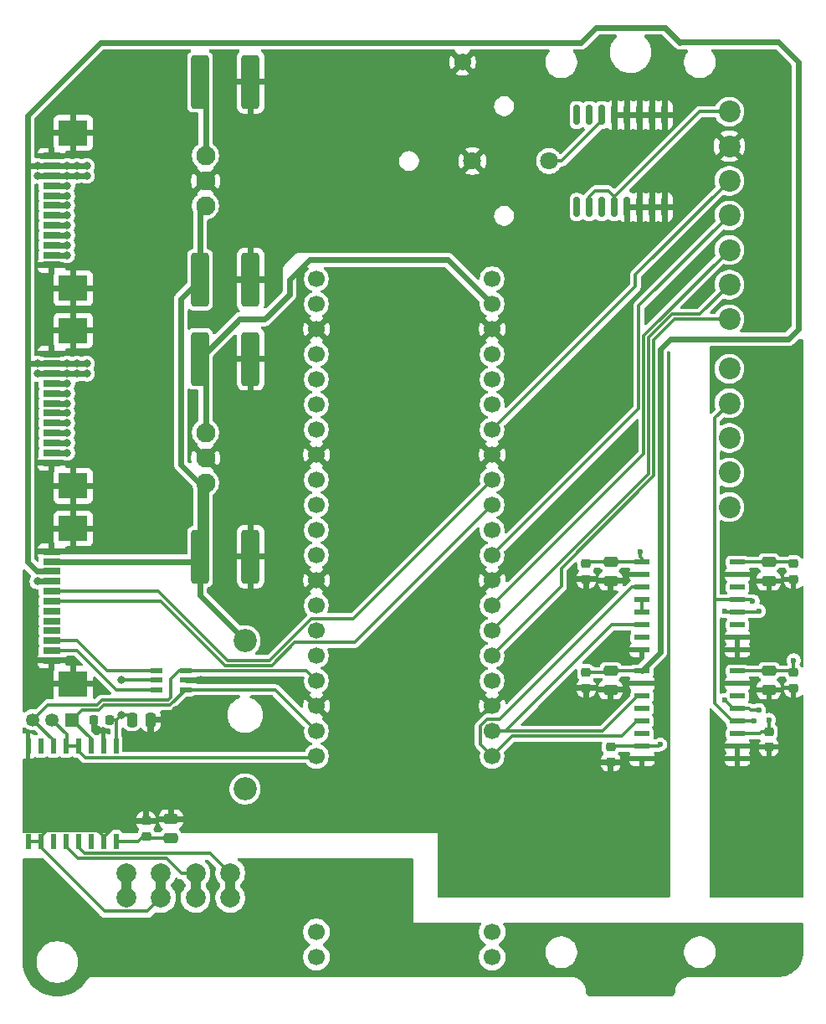
<source format=gbr>
%TF.GenerationSoftware,KiCad,Pcbnew,9.0.2*%
%TF.CreationDate,2025-06-12T16:19:25+03:00*%
%TF.ProjectId,PMCPU-LLP,504d4350-552d-44c4-9c50-2e6b69636164,rev?*%
%TF.SameCoordinates,Original*%
%TF.FileFunction,Copper,L1,Top*%
%TF.FilePolarity,Positive*%
%FSLAX46Y46*%
G04 Gerber Fmt 4.6, Leading zero omitted, Abs format (unit mm)*
G04 Created by KiCad (PCBNEW 9.0.2) date 2025-06-12 16:19:25*
%MOMM*%
%LPD*%
G01*
G04 APERTURE LIST*
G04 Aperture macros list*
%AMRoundRect*
0 Rectangle with rounded corners*
0 $1 Rounding radius*
0 $2 $3 $4 $5 $6 $7 $8 $9 X,Y pos of 4 corners*
0 Add a 4 corners polygon primitive as box body*
4,1,4,$2,$3,$4,$5,$6,$7,$8,$9,$2,$3,0*
0 Add four circle primitives for the rounded corners*
1,1,$1+$1,$2,$3*
1,1,$1+$1,$4,$5*
1,1,$1+$1,$6,$7*
1,1,$1+$1,$8,$9*
0 Add four rect primitives between the rounded corners*
20,1,$1+$1,$2,$3,$4,$5,0*
20,1,$1+$1,$4,$5,$6,$7,0*
20,1,$1+$1,$6,$7,$8,$9,0*
20,1,$1+$1,$8,$9,$2,$3,0*%
G04 Aperture macros list end*
%TA.AperFunction,ComponentPad*%
%ADD10O,6.350000X6.350000*%
%TD*%
%TA.AperFunction,SMDPad,CuDef*%
%ADD11R,1.181100X0.558800*%
%TD*%
%TA.AperFunction,SMDPad,CuDef*%
%ADD12RoundRect,0.250000X-0.475000X0.250000X-0.475000X-0.250000X0.475000X-0.250000X0.475000X0.250000X0*%
%TD*%
%TA.AperFunction,SMDPad,CuDef*%
%ADD13RoundRect,0.225000X-0.250000X0.225000X-0.250000X-0.225000X0.250000X-0.225000X0.250000X0.225000X0*%
%TD*%
%TA.AperFunction,ComponentPad*%
%ADD14C,1.800000*%
%TD*%
%TA.AperFunction,SMDPad,CuDef*%
%ADD15RoundRect,0.250000X-0.650000X-2.450000X0.650000X-2.450000X0.650000X2.450000X-0.650000X2.450000X0*%
%TD*%
%TA.AperFunction,SMDPad,CuDef*%
%ADD16R,1.549400X0.482600*%
%TD*%
%TA.AperFunction,SMDPad,CuDef*%
%ADD17R,0.482600X1.549400*%
%TD*%
%TA.AperFunction,SMDPad,CuDef*%
%ADD18R,1.803400X0.635000*%
%TD*%
%TA.AperFunction,SMDPad,CuDef*%
%ADD19R,2.997200X2.590800*%
%TD*%
%TA.AperFunction,ComponentPad*%
%ADD20C,1.950000*%
%TD*%
%TA.AperFunction,ComponentPad*%
%ADD21R,1.350000X1.350000*%
%TD*%
%TA.AperFunction,ComponentPad*%
%ADD22C,1.350000*%
%TD*%
%TA.AperFunction,SMDPad,CuDef*%
%ADD23RoundRect,0.250000X0.475000X-0.250000X0.475000X0.250000X-0.475000X0.250000X-0.475000X-0.250000X0*%
%TD*%
%TA.AperFunction,SMDPad,CuDef*%
%ADD24RoundRect,0.250000X-0.250000X-0.475000X0.250000X-0.475000X0.250000X0.475000X-0.250000X0.475000X0*%
%TD*%
%TA.AperFunction,ComponentPad*%
%ADD25C,1.700000*%
%TD*%
%TA.AperFunction,ComponentPad*%
%ADD26C,1.725000*%
%TD*%
%TA.AperFunction,SMDPad,CuDef*%
%ADD27RoundRect,0.225000X0.250000X-0.225000X0.250000X0.225000X-0.250000X0.225000X-0.250000X-0.225000X0*%
%TD*%
%TA.AperFunction,ComponentPad*%
%ADD28C,2.200000*%
%TD*%
%TA.AperFunction,SMDPad,CuDef*%
%ADD29RoundRect,0.150000X0.150000X-0.875000X0.150000X0.875000X-0.150000X0.875000X-0.150000X-0.875000X0*%
%TD*%
%TA.AperFunction,ComponentPad*%
%ADD30C,2.000000*%
%TD*%
%TA.AperFunction,SMDPad,CuDef*%
%ADD31RoundRect,0.225000X0.225000X0.250000X-0.225000X0.250000X-0.225000X-0.250000X0.225000X-0.250000X0*%
%TD*%
%TA.AperFunction,ComponentPad*%
%ADD32C,2.350000*%
%TD*%
%TA.AperFunction,ViaPad*%
%ADD33C,0.800000*%
%TD*%
%TA.AperFunction,ViaPad*%
%ADD34C,0.600000*%
%TD*%
%TA.AperFunction,Conductor*%
%ADD35C,0.300000*%
%TD*%
%TA.AperFunction,Conductor*%
%ADD36C,0.600000*%
%TD*%
%TA.AperFunction,Conductor*%
%ADD37C,1.000000*%
%TD*%
G04 APERTURE END LIST*
D10*
%TO.P,PE1,1*%
%TO.N,PE*%
X22000000Y-46000000D03*
%TD*%
D11*
%TO.P,U7,1,1A*%
%TO.N,/UART_RX*%
X-23033150Y-18450001D03*
%TO.P,U7,2,GND*%
%TO.N,GND_BUS*%
X-23033150Y-17500000D03*
%TO.P,U7,3,2A*%
%TO.N,/UART_TX*%
X-23033150Y-16549999D03*
%TO.P,U7,4,2Y*%
%TO.N,/UART_TX_LED*%
X-25966850Y-16549999D03*
%TO.P,U7,5,VCC*%
%TO.N,+3.3V_CPU*%
X-25966850Y-17500000D03*
%TO.P,U7,6,1Y*%
%TO.N,/UART_RX_LED*%
X-25966850Y-18450001D03*
%TD*%
D12*
%TO.P,C4,1*%
%TO.N,+5V_EXT*%
X36000000Y-16550000D03*
%TO.P,C4,2*%
%TO.N,GND_EXT*%
X36000000Y-18450000D03*
%TD*%
D13*
%TO.P,C8,1*%
%TO.N,+5V_EXT*%
X36000000Y-22705000D03*
%TO.P,C8,2*%
%TO.N,GND_EXT*%
X36000000Y-24255000D03*
%TD*%
D14*
%TO.P,J1,1,1*%
%TO.N,/Vbat*%
X13750000Y35000000D03*
%TO.P,J1,2,2*%
%TO.N,GND_BUS*%
X6000000Y35000000D03*
%TD*%
D15*
%TO.P,C3,1*%
%TO.N,+5V_CPU*%
X-21550000Y15000000D03*
%TO.P,C3,2*%
%TO.N,GND_BUS*%
X-16450000Y15000000D03*
%TD*%
D13*
%TO.P,C7,1*%
%TO.N,+5V_EXT*%
X38500000Y-16725000D03*
%TO.P,C7,2*%
%TO.N,GND_EXT*%
X38500000Y-18275000D03*
%TD*%
%TO.P,C15,1*%
%TO.N,+3.3V_CPU*%
X20000000Y-24225000D03*
%TO.P,C15,2*%
%TO.N,GND_BUS*%
X20000000Y-25775000D03*
%TD*%
D12*
%TO.P,C13,1*%
%TO.N,+5V_CPU*%
X20000000Y-16550000D03*
%TO.P,C13,2*%
%TO.N,GND_BUS*%
X20000000Y-18450000D03*
%TD*%
D15*
%TO.P,C6,1*%
%TO.N,+3.3V_CPU*%
X-21550000Y43000000D03*
%TO.P,C6,2*%
%TO.N,GND_BUS*%
X-16450000Y43000000D03*
%TD*%
D16*
%TO.P,U5,1,Vcc*%
%TO.N,+5V_CPU*%
X23174000Y-16555000D03*
%TO.P,U5,2,GND1*%
%TO.N,GND_BUS*%
X23174000Y-17825000D03*
%TO.P,U5,3,TXD*%
%TO.N,/TX_EXT*%
X23174000Y-19095000D03*
%TO.P,U5,4*%
%TO.N,N/C*%
X23174000Y-20365000D03*
%TO.P,U5,5,RXD*%
%TO.N,/RX_EXT*%
X23174000Y-21635000D03*
%TO.P,U5,6*%
%TO.N,N/C*%
X23174000Y-22905000D03*
%TO.P,U5,7,Vccl*%
%TO.N,+3.3V_CPU*%
X23174000Y-24175000D03*
%TO.P,U5,8,GND1*%
%TO.N,GND_BUS*%
X23174000Y-25445000D03*
%TO.P,U5,9,GND2*%
%TO.N,GND_EXT*%
X32826000Y-25445000D03*
%TO.P,U5,10,GND2*%
X32826000Y-24175000D03*
%TO.P,U5,11,Visoin*%
%TO.N,+5V_EXT*%
X32826000Y-22905000D03*
%TO.P,U5,12,CANL*%
%TO.N,/Ext_2*%
X32826000Y-21635000D03*
%TO.P,U5,13,CANH*%
%TO.N,/Ext_1*%
X32826000Y-20365000D03*
%TO.P,U5,14*%
%TO.N,N/C*%
X32826000Y-19095000D03*
%TO.P,U5,15,GND2*%
%TO.N,GND_EXT*%
X32826000Y-17825000D03*
%TO.P,U5,16,Viso*%
%TO.N,+5V_EXT*%
X32826000Y-16555000D03*
%TD*%
D17*
%TO.P,U4,1,VDD*%
%TO.N,+3.3V_CPU*%
X-30055000Y-24174000D03*
%TO.P,U4,2,GNDA*%
%TO.N,GND_BUS*%
X-31325000Y-24174000D03*
%TO.P,U4,3,RO*%
%TO.N,/UART_RX*%
X-32595000Y-24174000D03*
%TO.P,U4,4,RE*%
%TO.N,/UART_RTS*%
X-33865000Y-24174000D03*
%TO.P,U4,5,DE*%
X-35135000Y-24174000D03*
%TO.P,U4,6,DI*%
%TO.N,/UART_TX*%
X-36405000Y-24174000D03*
%TO.P,U4,7,NC*%
%TO.N,unconnected-(U4-NC-Pad7)*%
X-37675000Y-24174000D03*
%TO.P,U4,8,GNDA*%
%TO.N,GND_BUS*%
X-38945000Y-24174000D03*
%TO.P,U4,9,GNDB*%
X-38945000Y-33826000D03*
%TO.P,U4,10,SEL*%
X-37675000Y-33826000D03*
%TO.P,U4,11,NC*%
%TO.N,unconnected-(U4-NC-Pad11)*%
X-36405000Y-33826000D03*
%TO.P,U4,12,A*%
%TO.N,/A*%
X-35135000Y-33826000D03*
%TO.P,U4,13,B*%
%TO.N,/B*%
X-33865000Y-33826000D03*
%TO.P,U4,14,NC*%
%TO.N,unconnected-(U4-NC-Pad14)*%
X-32595000Y-33826000D03*
%TO.P,U4,15,GNDB*%
%TO.N,GND_BUS*%
X-31325000Y-33826000D03*
%TO.P,U4,16,VISO*%
%TO.N,+3.3V_BUS*%
X-30055000Y-33826000D03*
%TD*%
D18*
%TO.P,J12,1,Pin_1*%
%TO.N,GND_BUS*%
X-36556000Y4500008D03*
%TO.P,J12,2,Pin_2*%
%TO.N,Net-(J12-Pin_2)*%
X-36556000Y5500006D03*
%TO.P,J12,3,Pin_3*%
%TO.N,/I2C0_SCL*%
X-36556000Y6500004D03*
%TO.P,J12,4,Pin_4*%
%TO.N,/I2C0_SDA*%
X-36556000Y7500002D03*
%TO.P,J12,5,Pin_5*%
%TO.N,Net-(J12-Pin_5)*%
X-36556000Y8500000D03*
%TO.P,J12,6,Pin_6*%
%TO.N,Net-(J12-Pin_6)*%
X-36556000Y9500000D03*
%TO.P,J12,7,Pin_7*%
%TO.N,Net-(J12-Pin_7)*%
X-36556000Y10500000D03*
%TO.P,J12,8,Pin_8*%
%TO.N,Net-(J12-Pin_8)*%
X-36556000Y11500000D03*
%TO.P,J12,9,Pin_9*%
%TO.N,Net-(J12-Pin_9)*%
X-36556000Y12499998D03*
%TO.P,J12,10,Pin_10*%
%TO.N,+3.3V_CPU*%
X-36556000Y13499996D03*
%TO.P,J12,11,Pin_11*%
%TO.N,+5V_CPU*%
X-36556000Y14499994D03*
%TO.P,J12,12,Pin_11*%
%TO.N,GND_BUS*%
X-36556000Y15499992D03*
D19*
%TO.P,J12,13,Pin_11*%
X-34385999Y2149997D03*
X-34385999Y17850003D03*
%TD*%
D20*
%TO.P,J5,1,VIN*%
%TO.N,+24V_fuse*%
X-21000000Y30460000D03*
%TO.P,J5,2,GND*%
%TO.N,GND_BUS*%
X-21000000Y33000000D03*
%TO.P,J5,3,+VO*%
%TO.N,+3.3V_CPU*%
X-21000000Y35540000D03*
%TD*%
D18*
%TO.P,J7,1,Pin_1*%
%TO.N,GND_BUS*%
X-36556000Y-15499992D03*
%TO.P,J7,2,Pin_2*%
%TO.N,/UART_RX_LED*%
X-36556000Y-14499994D03*
%TO.P,J7,3,Pin_3*%
%TO.N,/UART_TX_LED*%
X-36556000Y-13499996D03*
%TO.P,J7,4,Pin_4*%
%TO.N,unconnected-(J7-Pin_4-Pad4)*%
X-36556000Y-12499998D03*
%TO.P,J7,5,Pin_5*%
%TO.N,unconnected-(J7-Pin_5-Pad5)*%
X-36556000Y-11500000D03*
%TO.P,J7,6,Pin_6*%
%TO.N,/LED_2*%
X-36556000Y-10500000D03*
%TO.P,J7,7,Pin_7*%
%TO.N,/LED_1*%
X-36556000Y-9500000D03*
%TO.P,J7,8,Pin_8*%
%TO.N,/LED_0*%
X-36556000Y-8500000D03*
%TO.P,J7,9,Pin_9*%
%TO.N,+3.3V_CPU*%
X-36556000Y-7500002D03*
%TO.P,J7,10,Pin_10*%
%TO.N,+5V_CPU*%
X-36556000Y-6500004D03*
%TO.P,J7,11,Pin_11*%
%TO.N,+24V_fuse*%
X-36556000Y-5500006D03*
%TO.P,J7,12,Pin_11*%
%TO.N,GND_BUS*%
X-36556000Y-4500008D03*
D19*
%TO.P,J7,13,Pin_11*%
X-34385999Y-17850003D03*
X-34385999Y-2149997D03*
%TD*%
D21*
%TO.P,J11,1,Pin_1*%
%TO.N,/UART_RX*%
X-34500000Y-21500000D03*
D22*
%TO.P,J11,2,Pin_2*%
%TO.N,/UART_RTS*%
X-36500000Y-21500000D03*
%TO.P,J11,3,Pin_3*%
%TO.N,/UART_TX*%
X-38500000Y-21500000D03*
%TD*%
D23*
%TO.P,C10,1*%
%TO.N,+3.3V_BUS*%
X-24500000Y-33450000D03*
%TO.P,C10,2*%
%TO.N,GND_BUS*%
X-24500000Y-31550000D03*
%TD*%
D24*
%TO.P,C12,1*%
%TO.N,+3.3V_CPU*%
X-28450000Y-21500000D03*
%TO.P,C12,2*%
%TO.N,GND_BUS*%
X-26550000Y-21500000D03*
%TD*%
D20*
%TO.P,J4,1,VIN*%
%TO.N,+24V_fuse*%
X-21000000Y2460000D03*
%TO.P,J4,2,GND*%
%TO.N,GND_BUS*%
X-21000000Y5000000D03*
%TO.P,J4,3,+VO*%
%TO.N,+5V_CPU*%
X-21000000Y7540000D03*
%TD*%
D25*
%TO.P,U3,1,RM_IO22*%
%TO.N,unconnected-(U3-RM_IO22-Pad1)*%
X-9780000Y23080000D03*
%TO.P,U3,2,RM_IO23*%
%TO.N,unconnected-(U3-RM_IO23-Pad2)*%
X-9780000Y20540000D03*
%TO.P,U3,3,GND*%
%TO.N,GND_BUS*%
X-9780000Y18000000D03*
%TO.P,U3,4,RM_IO12*%
%TO.N,/SPI_MOSI*%
X-9780000Y15460000D03*
%TO.P,U3,5,RM_IO13*%
%TO.N,/SPI_MISO*%
X-9780000Y12920000D03*
%TO.P,U3,6,RM_IO0*%
%TO.N,unconnected-(U3-RM_IO0-Pad6)*%
X-9780000Y10380000D03*
%TO.P,U3,7,RM_IO1*%
%TO.N,unconnected-(U3-RM_IO1-Pad7)*%
X-9780000Y7840000D03*
%TO.P,U3,8,GND*%
%TO.N,GND_BUS*%
X-9780000Y5300000D03*
%TO.P,U3,9,RM_IO11*%
%TO.N,/SPI_SCK*%
X-9780000Y2760000D03*
%TO.P,U3,10,RM_IO10*%
%TO.N,/SPI_CS0*%
X-9780000Y220000D03*
%TO.P,U3,11,RM_IO9*%
%TO.N,/SPI_CS1*%
X-9780000Y-2320000D03*
%TO.P,U3,12,RM_IO8*%
%TO.N,/SPI_CS2*%
X-9780000Y-4860000D03*
%TO.P,U3,13,GND*%
%TO.N,GND_BUS*%
X-9780000Y-7400000D03*
%TO.P,U3,14,RM_IO7*%
%TO.N,/SPI_CS3*%
X-9780000Y-9940000D03*
%TO.P,U3,15,RM_IO6*%
%TO.N,/I2C0_SDA*%
X-9780000Y-12480000D03*
%TO.P,U3,16,RM_IO5*%
%TO.N,/I2C0_SCL*%
X-9780000Y-15020000D03*
%TO.P,U3,17,RM_IO4*%
%TO.N,/UART_TX*%
X-9780000Y-17560000D03*
%TO.P,U3,18,GND*%
%TO.N,GND_BUS*%
X-9780000Y-20100000D03*
%TO.P,U3,19,RM_IO3*%
%TO.N,/UART_RX*%
X-9780000Y-22640000D03*
%TO.P,U3,20,RM_IO2*%
%TO.N,/UART_RTS*%
X-9780000Y-25180000D03*
%TO.P,U3,21,RM_IO31*%
%TO.N,/RX_EXT*%
X8000000Y-25180000D03*
%TO.P,U3,22,RM_IO30*%
%TO.N,/TX_EXT*%
X8000000Y-22640000D03*
%TO.P,U3,23,GND*%
%TO.N,GND_BUS*%
X8000000Y-20100000D03*
%TO.P,U3,24,RM_IO29*%
%TO.N,unconnected-(U3-RM_IO29-Pad24)*%
X8000000Y-17560000D03*
%TO.P,U3,25,RM_IO28*%
%TO.N,/HMI_RES*%
X8000000Y-15020000D03*
%TO.P,U3,26,RM_IO27*%
%TO.N,/HMI_DC*%
X8000000Y-12480000D03*
%TO.P,U3,27,RM_IO26*%
%TO.N,/HMI_CS*%
X8000000Y-9940000D03*
%TO.P,U3,28,GND*%
%TO.N,GND_BUS*%
X8000000Y-7400000D03*
%TO.P,U3,29,RM_IO25*%
%TO.N,/HMI_CLK*%
X8000000Y-4860000D03*
%TO.P,U3,30,RESET*%
%TO.N,unconnected-(U3-RESET-Pad30)*%
X8000000Y-2320000D03*
%TO.P,U3,31,ADC2*%
%TO.N,/LED_1*%
X8000000Y220000D03*
%TO.P,U3,32,ADC3*%
%TO.N,/LED_0*%
X8000000Y2760000D03*
%TO.P,U3,33,GND*%
%TO.N,GND_BUS*%
X8000000Y5300000D03*
%TO.P,U3,34,RM_IO24*%
%TO.N,/HMI_DIN*%
X8000000Y7840000D03*
%TO.P,U3,35,NC*%
%TO.N,unconnected-(U3-NC-Pad35)*%
X8000000Y10380000D03*
%TO.P,U3,36,3V3_OUT*%
%TO.N,unconnected-(U3-3V3_OUT-Pad36)*%
X8000000Y12920000D03*
%TO.P,U3,37,3V3_EN*%
%TO.N,unconnected-(U3-3V3_EN-Pad37)*%
X8000000Y15460000D03*
%TO.P,U3,38,GND*%
%TO.N,GND_BUS*%
X8000000Y18000000D03*
%TO.P,U3,39,VSYS*%
%TO.N,+5V_CPU*%
X8000000Y20540000D03*
%TO.P,U3,40,VBUS*%
%TO.N,unconnected-(U3-VBUS-Pad40)*%
X8000000Y23080000D03*
%TO.P,U3,41,NC*%
%TO.N,unconnected-(U3-NC-Pad41)*%
X-9780000Y-42960000D03*
%TO.P,U3,42,NC*%
%TO.N,unconnected-(U3-NC-Pad42)*%
X8000000Y-42960000D03*
%TO.P,U3,43,NC*%
%TO.N,unconnected-(U3-NC-Pad43)*%
X-9780000Y-45500000D03*
%TO.P,U3,44,NC*%
%TO.N,unconnected-(U3-NC-Pad44)*%
X8000000Y-45500000D03*
%TD*%
D26*
%TO.P,U2,1*%
%TO.N,GND_BUS*%
X5000000Y45000000D03*
%TD*%
D12*
%TO.P,C19,1*%
%TO.N,+3.3V_CPU*%
X20000000Y-5550000D03*
%TO.P,C19,2*%
%TO.N,GND_BUS*%
X20000000Y-7450000D03*
%TD*%
D27*
%TO.P,C9,1*%
%TO.N,+3.3V_BUS*%
X-27000000Y-33275000D03*
%TO.P,C9,2*%
%TO.N,GND_BUS*%
X-27000000Y-31725000D03*
%TD*%
D15*
%TO.P,C5,1*%
%TO.N,+24V_fuse*%
X-21550000Y23000000D03*
%TO.P,C5,2*%
%TO.N,GND_BUS*%
X-16450000Y23000000D03*
%TD*%
D28*
%TO.P,J14,1,Pin_1*%
%TO.N,unconnected-(J14-Pin_1-Pad1)*%
X32000000Y0D03*
%TO.P,J14,2,Pin_2*%
%TO.N,/Ext_2*%
X32000000Y3500000D03*
%TO.P,J14,3,Pin_3*%
%TO.N,/Ext_1*%
X32000000Y7000000D03*
%TO.P,J14,4,Pin_4*%
%TO.N,/Ext_2*%
X32000000Y10500000D03*
%TO.P,J14,5,Pin_5*%
%TO.N,/Ext_1*%
X32000000Y14000000D03*
%TD*%
D12*
%TO.P,C17,1*%
%TO.N,+3.3V_EXT*%
X36000000Y-5550000D03*
%TO.P,C17,2*%
%TO.N,GND_EXT*%
X36000000Y-7450000D03*
%TD*%
D15*
%TO.P,C2,1*%
%TO.N,+24V_fuse*%
X-21550000Y-5000000D03*
%TO.P,C2,2*%
%TO.N,GND_BUS*%
X-16450000Y-5000000D03*
%TD*%
D13*
%TO.P,C18,1*%
%TO.N,+3.3V_CPU*%
X17500000Y-5725000D03*
%TO.P,C18,2*%
%TO.N,GND_BUS*%
X17500000Y-7275000D03*
%TD*%
D16*
%TO.P,U8,1,VDD*%
%TO.N,+3.3V_CPU*%
X23174000Y-5555000D03*
%TO.P,U8,2,GNDA*%
%TO.N,GND_BUS*%
X23174000Y-6825000D03*
%TO.P,U8,3,RO*%
%TO.N,/RX_EXT*%
X23174000Y-8095000D03*
%TO.P,U8,4,RE*%
%TO.N,/RTS_EXT*%
X23174000Y-9365000D03*
%TO.P,U8,5,DE*%
X23174000Y-10635000D03*
%TO.P,U8,6,DI*%
%TO.N,/TX_EXT*%
X23174000Y-11905000D03*
%TO.P,U8,7,NC*%
%TO.N,unconnected-(U8-NC-Pad7)*%
X23174000Y-13175000D03*
%TO.P,U8,8,GNDA*%
%TO.N,GND_BUS*%
X23174000Y-14445000D03*
%TO.P,U8,9,GNDB*%
%TO.N,GND_EXT*%
X32826000Y-14445000D03*
%TO.P,U8,10,SEL*%
X32826000Y-13175000D03*
%TO.P,U8,11,NC*%
%TO.N,unconnected-(U8-NC-Pad11)*%
X32826000Y-11905000D03*
%TO.P,U8,12,A*%
%TO.N,/Ext_1*%
X32826000Y-10635000D03*
%TO.P,U8,13,B*%
%TO.N,/Ext_2*%
X32826000Y-9365000D03*
%TO.P,U8,14,NC*%
%TO.N,unconnected-(U8-NC-Pad14)*%
X32826000Y-8095000D03*
%TO.P,U8,15,GNDB*%
%TO.N,GND_EXT*%
X32826000Y-6825000D03*
%TO.P,U8,16,VISO*%
%TO.N,+3.3V_EXT*%
X32826000Y-5555000D03*
%TD*%
D29*
%TO.P,U6,1,32KHZ*%
%TO.N,unconnected-(U6-32KHZ-Pad1)*%
X16555000Y30350000D03*
%TO.P,U6,2,VCC*%
%TO.N,+3.3V_CPU*%
X17825000Y30350000D03*
%TO.P,U6,3,~{INT}/SQW*%
%TO.N,unconnected-(U6-~{INT}{slash}SQW-Pad3)*%
X19095000Y30350000D03*
%TO.P,U6,4,~{RST}*%
%TO.N,+3.3V_CPU*%
X20365000Y30350000D03*
%TO.P,U6,5,GND*%
%TO.N,GND_BUS*%
X21635000Y30350000D03*
%TO.P,U6,6,GND*%
X22905000Y30350000D03*
%TO.P,U6,7,GND*%
X24175000Y30350000D03*
%TO.P,U6,8,GND*%
X25445000Y30350000D03*
%TO.P,U6,9,GND*%
X25445000Y39650000D03*
%TO.P,U6,10,GND*%
X24175000Y39650000D03*
%TO.P,U6,11,GND*%
X22905000Y39650000D03*
%TO.P,U6,12,GND*%
X21635000Y39650000D03*
%TO.P,U6,13,GND*%
X20365000Y39650000D03*
%TO.P,U6,14,VBAT*%
%TO.N,/Vbat*%
X19095000Y39650000D03*
%TO.P,U6,15,SDA*%
%TO.N,/I2C1_SDA*%
X17825000Y39650000D03*
%TO.P,U6,16,SCL*%
%TO.N,/I2C1_SCL*%
X16555000Y39650000D03*
%TD*%
D28*
%TO.P,J13,1,Pin_1*%
%TO.N,/HMI_RES*%
X32000000Y19000000D03*
%TO.P,J13,2,Pin_2*%
%TO.N,/HMI_DC*%
X32000000Y22500000D03*
%TO.P,J13,3,Pin_3*%
%TO.N,/HMI_CS*%
X32000000Y26000000D03*
%TO.P,J13,4,Pin_4*%
%TO.N,/HMI_CLK*%
X32000000Y29500000D03*
%TO.P,J13,5,Pin_5*%
%TO.N,/HMI_DIN*%
X32000000Y33000000D03*
%TO.P,J13,6,Pin_6*%
%TO.N,GND_BUS*%
X32000000Y36500000D03*
%TO.P,J13,7,Pin_7*%
%TO.N,+3.3V_CPU*%
X32000000Y40000000D03*
%TD*%
D30*
%TO.P,J3,1,Pin_1*%
%TO.N,+24V_BUS*%
X-29000000Y-37000000D03*
%TO.P,J3,2,Pin_3*%
%TO.N,GND_BUS*%
X-25500000Y-37000000D03*
%TO.P,J3,3,3*%
%TO.N,/A*%
X-22000000Y-37000000D03*
%TO.P,J3,4,4*%
%TO.N,/B*%
X-18500000Y-37000000D03*
%TO.P,J3,5,Pin_9*%
%TO.N,PE*%
X-15000000Y-37000000D03*
%TO.P,J3,6,Pin_2*%
%TO.N,+24V_BUS*%
X-29000000Y-39500000D03*
%TO.P,J3,7,Pin_4*%
%TO.N,GND_BUS*%
X-25500000Y-39500000D03*
%TO.P,J3,8,Pin_6*%
%TO.N,/A*%
X-22000000Y-39500000D03*
%TO.P,J3,9,Pin_8*%
%TO.N,/B*%
X-18500000Y-39500000D03*
%TO.P,J3,10,Pin_10*%
%TO.N,PE*%
X-15000000Y-39500000D03*
%TD*%
D13*
%TO.P,C14,1*%
%TO.N,+5V_CPU*%
X17500000Y-16725000D03*
%TO.P,C14,2*%
%TO.N,GND_BUS*%
X17500000Y-18275000D03*
%TD*%
D18*
%TO.P,J2,1,Pin_1*%
%TO.N,GND_BUS*%
X-36556000Y24500008D03*
%TO.P,J2,2,Pin_2*%
%TO.N,Net-(J2-Pin_2)*%
X-36556000Y25500006D03*
%TO.P,J2,3,Pin_3*%
%TO.N,/SPI_CS3*%
X-36556000Y26500004D03*
%TO.P,J2,4,Pin_4*%
%TO.N,/SPI_CS2*%
X-36556000Y27500002D03*
%TO.P,J2,5,Pin_5*%
%TO.N,/SPI_CS1*%
X-36556000Y28500000D03*
%TO.P,J2,6,Pin_6*%
%TO.N,/SPI_CS0*%
X-36556000Y29500000D03*
%TO.P,J2,7,Pin_7*%
%TO.N,/SPI_SCK*%
X-36556000Y30500000D03*
%TO.P,J2,8,Pin_8*%
%TO.N,/SPI_MISO*%
X-36556000Y31500000D03*
%TO.P,J2,9,Pin_9*%
%TO.N,/SPI_MOSI*%
X-36556000Y32499998D03*
%TO.P,J2,10,Pin_10*%
%TO.N,+3.3V_CPU*%
X-36556000Y33499996D03*
%TO.P,J2,11,Pin_11*%
%TO.N,+5V_CPU*%
X-36556000Y34499994D03*
%TO.P,J2,12,Pin_11*%
%TO.N,GND_BUS*%
X-36556000Y35499992D03*
D19*
%TO.P,J2,13,Pin_11*%
X-34385999Y22149997D03*
X-34385999Y37850003D03*
%TD*%
D31*
%TO.P,C11,1*%
%TO.N,+3.3V_CPU*%
X-30725000Y-21500000D03*
%TO.P,C11,2*%
%TO.N,GND_BUS*%
X-32275000Y-21500000D03*
%TD*%
D13*
%TO.P,C16,1*%
%TO.N,+3.3V_EXT*%
X38500000Y-5725000D03*
%TO.P,C16,2*%
%TO.N,GND_EXT*%
X38500000Y-7275000D03*
%TD*%
D32*
%TO.P,U1,1,1*%
%TO.N,+24V_BUS*%
X-17000000Y-28500000D03*
%TO.P,U1,2,2*%
%TO.N,+24V_fuse*%
X-17000000Y-13500000D03*
%TD*%
D33*
%TO.N,/I2C0_SDA*%
X-35000000Y7500000D03*
%TO.N,/I2C0_SCL*%
X-35000000Y6500000D03*
%TO.N,+3.3V_CPU*%
X-34000000Y13499996D03*
D34*
X25000000Y-24000000D03*
D33*
X-29500000Y-17500000D03*
X-38000000Y33499996D03*
X-38000000Y13499996D03*
X-35000000Y33499996D03*
X-34000000Y33499996D03*
D34*
X23000000Y-4500000D03*
D33*
X-33000000Y13499991D03*
X-38000000Y-7500000D03*
X-33000000Y33499996D03*
X-29500000Y-21000000D03*
X-35000000Y13499996D03*
%TO.N,GND_BUS*%
X-32000000Y37000000D03*
D34*
X22500000Y-15500000D03*
D33*
X-25000000Y-21500000D03*
X-32000000Y19000000D03*
X-32000000Y-3000000D03*
D34*
X21500000Y-25500000D03*
D33*
X-24000000Y-22500000D03*
X-37000000Y23000000D03*
X-32000000Y17000000D03*
X-32000000Y2000000D03*
X-23000000Y-21500000D03*
X-32000000Y1000000D03*
X-32000000Y23000000D03*
D34*
X21500000Y-13500000D03*
D33*
X-37000000Y-17500000D03*
X-37000000Y2000000D03*
X-37000000Y22000000D03*
X-32000000Y18000000D03*
X-32000000Y21000000D03*
X-32000000Y-2000000D03*
X-37000000Y1000000D03*
X-32000000Y3000000D03*
X-24000000Y-20500000D03*
X-21500000Y-17500000D03*
X-32000000Y39000000D03*
X-37000000Y21000000D03*
X-32000000Y38000000D03*
X-32000000Y-1000000D03*
X-32000000Y-18500000D03*
X-32000000Y-22500000D03*
X-37000000Y3000000D03*
D34*
X22500000Y-26500000D03*
X23500000Y-26500000D03*
D33*
X-32000000Y22000000D03*
D34*
X21500000Y-14500000D03*
D33*
X-37000000Y-19000000D03*
%TO.N,+5V_CPU*%
X-35000000Y14499994D03*
X-34000000Y14499994D03*
X-35000000Y34500000D03*
X-38000000Y34499994D03*
X-33000000Y14499994D03*
X-33000000Y34500000D03*
X-34000000Y34500000D03*
%TO.N,/SPI_MISO*%
X-35000000Y31500000D03*
%TO.N,/SPI_CS2*%
X-35000000Y27500000D03*
%TO.N,/SPI_SCK*%
X-35000000Y30500000D03*
%TO.N,/SPI_CS0*%
X-35000000Y29500000D03*
%TO.N,/SPI_CS1*%
X-35000000Y28500000D03*
%TO.N,/SPI_CS3*%
X-35000000Y26500000D03*
%TO.N,/SPI_MOSI*%
X-35000000Y32500000D03*
%TO.N,Net-(J2-Pin_2)*%
X-35000000Y25500000D03*
%TO.N,Net-(J12-Pin_5)*%
X-35000000Y8500000D03*
%TO.N,Net-(J12-Pin_2)*%
X-35000000Y5500000D03*
%TO.N,Net-(J12-Pin_9)*%
X-35000000Y12500000D03*
%TO.N,Net-(J12-Pin_7)*%
X-35000000Y10500000D03*
%TO.N,Net-(J12-Pin_6)*%
X-35000000Y9500000D03*
%TO.N,Net-(J12-Pin_8)*%
X-35000000Y11500000D03*
D34*
%TO.N,+5V_EXT*%
X36000000Y-21500000D03*
X38500000Y-15500000D03*
%TO.N,/Ext_1*%
X35000000Y-10500000D03*
X31500000Y-19500000D03*
X35000000Y-20500000D03*
X31500000Y-10500000D03*
%TO.N,/Ext_2*%
X34500000Y-21635000D03*
X34350000Y-9500000D03*
D33*
%TO.N,+5V_CPU*%
X-38000006Y14500000D03*
%TD*%
D35*
%TO.N,/LED_1*%
X-18999000Y-16001000D02*
X-25500000Y-9500000D01*
X-11970951Y-13681000D02*
X-14290950Y-16001000D01*
X8000000Y220000D02*
X-5901000Y-13681000D01*
X-25500000Y-9500000D02*
X-36556000Y-9500000D01*
X-5901000Y-13681000D02*
X-11970951Y-13681000D01*
X-14290950Y-16001000D02*
X-18999000Y-16001000D01*
%TO.N,/LED_0*%
X-25791480Y-8500000D02*
X-18791480Y-15500000D01*
X-36556000Y-8500000D02*
X-25791480Y-8500000D01*
X-10277471Y-11279000D02*
X-6039000Y-11279000D01*
X-18791480Y-15500000D02*
X-14498471Y-15500000D01*
X-6039000Y-11279000D02*
X8000000Y2760000D01*
X-14498471Y-15500000D02*
X-10277471Y-11279000D01*
D36*
%TO.N,/I2C0_SDA*%
X-36556000Y7500002D02*
X-35000002Y7500002D01*
X-35000002Y7500002D02*
X-35000000Y7500000D01*
%TO.N,/I2C0_SCL*%
X-35000004Y6500004D02*
X-35000000Y6500000D01*
X-36556000Y6500004D02*
X-35000004Y6500004D01*
D37*
%TO.N,PE*%
X-15000000Y-37000000D02*
X-15000000Y-39500000D01*
D36*
%TO.N,+24V_fuse*%
X-21550000Y-5000000D02*
X-21550000Y-8950000D01*
X-21550000Y2362620D02*
X-23500000Y4312620D01*
X-21000000Y2460000D02*
X-21000000Y-4450000D01*
X-21550000Y29910000D02*
X-21000000Y30460000D01*
X-21550000Y23000000D02*
X-21550000Y29910000D01*
X-21550000Y-5000000D02*
X-22050006Y-5500006D01*
X-23500000Y21050000D02*
X-21550000Y23000000D01*
X-23500000Y4312620D02*
X-23500000Y21050000D01*
X-22050006Y-5500006D02*
X-36556000Y-5500006D01*
X-21000000Y-4450000D02*
X-21550000Y-5000000D01*
X-21550000Y-5000000D02*
X-21550000Y2362620D01*
X-21550000Y-8950000D02*
X-17000000Y-13500000D01*
D35*
%TO.N,/UART_RTS*%
X-33187300Y-25299700D02*
X-9899700Y-25299700D01*
X-9899700Y-25299700D02*
X-9780000Y-25180000D01*
X-35000000Y-24039000D02*
X-35000000Y-23000000D01*
X-35135000Y-24174000D02*
X-35000000Y-24039000D01*
X-33865000Y-24622000D02*
X-33187300Y-25299700D01*
X-33865000Y-24174000D02*
X-33865000Y-24622000D01*
X-35135000Y-24174000D02*
X-33865000Y-24174000D01*
X-35000000Y-23000000D02*
X-36500000Y-21500000D01*
%TO.N,/UART_TX*%
X-9780000Y-17560000D02*
X-10790001Y-16549999D01*
X-24500000Y-19208331D02*
X-24500000Y-17394900D01*
X-24500000Y-17394900D02*
X-23655099Y-16549999D01*
X-31500000Y-19500000D02*
X-24791669Y-19500000D01*
X-38500000Y-21500000D02*
X-37000000Y-20000000D01*
X-32000000Y-20000000D02*
X-31500000Y-19500000D01*
X-24791669Y-19500000D02*
X-24500000Y-19208331D01*
X-36405000Y-23595000D02*
X-38500000Y-21500000D01*
X-37000000Y-20000000D02*
X-32000000Y-20000000D01*
X-23655099Y-16549999D02*
X-23033150Y-16549999D01*
X-10790001Y-16549999D02*
X-23033150Y-16549999D01*
X-36405000Y-24174000D02*
X-36405000Y-23595000D01*
%TO.N,/UART_RX*%
X-31792479Y-20501000D02*
X-31292480Y-20001000D01*
X-9780000Y-22640000D02*
X-13969999Y-18450001D01*
X-34500000Y-21500000D02*
X-32595000Y-23405000D01*
X-13969999Y-18450001D02*
X-23033150Y-18450001D01*
X-24584149Y-20001000D02*
X-23033150Y-18450001D01*
X-32595000Y-23405000D02*
X-32595000Y-24174000D01*
X-34500000Y-21500000D02*
X-33501000Y-20501000D01*
X-33501000Y-20501000D02*
X-31792479Y-20501000D01*
X-31292480Y-20001000D02*
X-24584149Y-20001000D01*
D37*
%TO.N,+24V_BUS*%
X-29000000Y-39500000D02*
X-29000000Y-37000000D01*
D35*
%TO.N,/Vbat*%
X15022792Y35000000D02*
X19095000Y39072208D01*
X13750000Y35000000D02*
X15022792Y35000000D01*
X19095000Y39072208D02*
X19095000Y39650000D01*
D37*
%TO.N,/B*%
X-18500000Y-39500000D02*
X-18500000Y-37000000D01*
D35*
X-33865000Y-34359400D02*
X-33225400Y-34999000D01*
X-33225400Y-34999000D02*
X-20501000Y-34999000D01*
X-20501000Y-34999000D02*
X-18500000Y-37000000D01*
X-33865000Y-33826000D02*
X-33865000Y-34359400D01*
%TO.N,/A*%
X-24914213Y-35500000D02*
X-33909000Y-35500000D01*
X-23414213Y-37000000D02*
X-24914213Y-35500000D01*
X-33909000Y-35500000D02*
X-35135000Y-34274000D01*
X-35135000Y-34274000D02*
X-35135000Y-33826000D01*
X-22000000Y-37000000D02*
X-23414213Y-37000000D01*
D37*
X-22000000Y-39500000D02*
X-22000000Y-37000000D01*
D35*
%TO.N,/UART_TX_LED*%
X-30949997Y-16549999D02*
X-34000000Y-13499996D01*
X-25966850Y-16549999D02*
X-30949997Y-16549999D01*
X-34000000Y-13499996D02*
X-36556000Y-13499996D01*
%TO.N,/UART_RX_LED*%
X-25966850Y-18450001D02*
X-30049999Y-18450001D01*
X-30049999Y-18450001D02*
X-34000006Y-14499994D01*
X-34000006Y-14499994D02*
X-36556000Y-14499994D01*
D36*
%TO.N,+3.3V_CPU*%
X-21000000Y42450000D02*
X-21550000Y43000000D01*
D35*
X17825000Y30350000D02*
X17825000Y31374999D01*
X-30725000Y-21500000D02*
X-30000000Y-21500000D01*
X23174000Y-5555000D02*
X20005000Y-5555000D01*
X23174000Y-24175000D02*
X24825000Y-24175000D01*
X19730000Y32000000D02*
X20365000Y31365000D01*
X29000000Y40000000D02*
X32000000Y40000000D01*
X19775000Y-24000000D02*
X20000000Y-24225000D01*
D36*
X-38000000Y-7500000D02*
X-36556002Y-7500000D01*
X-36556000Y13499996D02*
X-35000000Y13499996D01*
D35*
X20050000Y-24175000D02*
X20000000Y-24225000D01*
X23174000Y-5174000D02*
X23174000Y-5555000D01*
D36*
X-38000000Y13499996D02*
X-36556000Y13499996D01*
D35*
X-30000000Y-21500000D02*
X-29500000Y-21000000D01*
X-25966850Y-17500000D02*
X-29500000Y-17500000D01*
X-28950000Y-21000000D02*
X-28450000Y-21500000D01*
X-30055000Y-21555000D02*
X-30055000Y-24174000D01*
X20365000Y30350000D02*
X20365000Y31365000D01*
X20000000Y-5550000D02*
X17675000Y-5550000D01*
X20365000Y31365000D02*
X29000000Y40000000D01*
D36*
X-34000000Y13499996D02*
X-33000005Y13499996D01*
X-38000000Y33499996D02*
X-36556000Y33499996D01*
D35*
X23123200Y-24175000D02*
X20050000Y-24175000D01*
D36*
X-33000005Y13499996D02*
X-33000000Y13499991D01*
X-36556002Y-7500000D02*
X-36556000Y-7500002D01*
D35*
X-29500000Y-21000000D02*
X-28950000Y-21000000D01*
X24825000Y-24175000D02*
X25000000Y-24000000D01*
X-29500000Y-21000000D02*
X-30055000Y-21555000D01*
X18450001Y32000000D02*
X19730000Y32000000D01*
X17675000Y-5550000D02*
X17500000Y-5725000D01*
X23000000Y-5000000D02*
X23174000Y-5174000D01*
X23000000Y-4500000D02*
X23000000Y-5000000D01*
D36*
X-35000000Y13499996D02*
X-34000000Y13499996D01*
X-21000000Y35540000D02*
X-21000000Y42450000D01*
D35*
X17825000Y31374999D02*
X18450001Y32000000D01*
D36*
X-33000000Y33499996D02*
X-36556000Y33499996D01*
D35*
X20005000Y-5555000D02*
X20000000Y-5550000D01*
%TO.N,+3.3V_BUS*%
X-26825000Y-33450000D02*
X-27000000Y-33275000D01*
X-27275000Y-33275000D02*
X-27826000Y-33826000D01*
X-27000000Y-33275000D02*
X-27275000Y-33275000D01*
X-27826000Y-33826000D02*
X-30055000Y-33826000D01*
X-24500000Y-33450000D02*
X-26825000Y-33450000D01*
%TO.N,GND_BUS*%
X-37675000Y-34359400D02*
X-31183400Y-40851000D01*
X-31917300Y-32700300D02*
X-37082700Y-32700300D01*
X-37082700Y-32700300D02*
X-37675000Y-33292600D01*
X-31325000Y-33826000D02*
X-31325000Y-33292600D01*
X-38945000Y-33826000D02*
X-37675000Y-33826000D01*
X-29672000Y-31725000D02*
X-31325000Y-33378000D01*
X-31325000Y-33378000D02*
X-31325000Y-33826000D01*
D37*
X-25500000Y-37000000D02*
X-25500000Y-39500000D01*
D35*
X-26851000Y-40851000D02*
X-25500000Y-39500000D01*
X-27000000Y-31725000D02*
X-29672000Y-31725000D01*
X-31183400Y-40851000D02*
X-26851000Y-40851000D01*
X-31325000Y-33292600D02*
X-31917300Y-32700300D01*
X-37675000Y-33826000D02*
X-37675000Y-34359400D01*
X-37675000Y-33292600D02*
X-37675000Y-33826000D01*
%TO.N,+5V_CPU*%
X19825000Y-16725000D02*
X20000000Y-16550000D01*
X20555000Y-16555000D02*
X23174000Y-16555000D01*
D36*
X-39000000Y14500000D02*
X-39000000Y34499994D01*
X-21000000Y7540000D02*
X-21000000Y14450000D01*
X3540000Y25000000D02*
X8000000Y20540000D01*
D35*
X17675000Y-16550000D02*
X17500000Y-16725000D01*
D36*
X36991432Y47008568D02*
X39000000Y45000000D01*
X25000000Y-14678200D02*
X23123200Y-16555000D01*
X17000000Y47000000D02*
X18500000Y48500000D01*
D35*
X17500000Y-16725000D02*
X19825000Y-16725000D01*
D36*
X25500000Y48500000D02*
X27000000Y47000000D01*
D35*
X20005000Y-16555000D02*
X20000000Y-16550000D01*
D36*
X-12500000Y21500000D02*
X-12500000Y23000000D01*
D35*
X20000000Y-16550000D02*
X20550000Y-16550000D01*
D36*
X39000000Y45000000D02*
X39000000Y18000000D01*
X26000000Y17000000D02*
X25000000Y16000000D01*
X-15000000Y19000000D02*
X-12500000Y21500000D01*
X-39000000Y34499994D02*
X-39000000Y39604473D01*
X-36556000Y-6500004D02*
X-38057700Y-6500004D01*
X-17550000Y19000000D02*
X-15000000Y19000000D01*
X-39000000Y34499994D02*
X-38000000Y34499994D01*
X-36556000Y34499994D02*
X-33000006Y34499994D01*
X-38057700Y-6500004D02*
X-39000000Y-5557704D01*
D35*
X20550000Y-16550000D02*
X20555000Y-16555000D01*
D36*
X27008568Y47008568D02*
X36991432Y47008568D01*
X-21550000Y15000000D02*
X-17550000Y19000000D01*
X18500000Y48500000D02*
X25500000Y48500000D01*
X38000000Y17000000D02*
X26000000Y17000000D01*
X-39000000Y39604473D02*
X-31604473Y47000000D01*
X-33000006Y34499994D02*
X-33000000Y34500000D01*
X-31604473Y47000000D02*
X17000000Y47000000D01*
X27000000Y47000000D02*
X27008568Y47008568D01*
X-12500000Y23000000D02*
X-10500000Y25000000D01*
X-10500000Y25000000D02*
X3540000Y25000000D01*
X-39000000Y-5557704D02*
X-39000000Y14500000D01*
X-21550000Y15000000D02*
X-22050006Y14499994D01*
X-36556000Y14499994D02*
X-33000000Y14499994D01*
X-36556000Y34499994D02*
X-38000000Y34499994D01*
X25000000Y16000000D02*
X25000000Y-14678200D01*
X-21000000Y14450000D02*
X-21550000Y15000000D01*
X39000000Y18000000D02*
X38000000Y17000000D01*
%TO.N,/SPI_MISO*%
X-36556000Y31500000D02*
X-35000000Y31500000D01*
%TO.N,/SPI_CS2*%
X-35000002Y27500002D02*
X-35000000Y27500000D01*
X-36556000Y27500002D02*
X-35000002Y27500002D01*
%TO.N,/SPI_SCK*%
X-36556000Y30500000D02*
X-35000000Y30500000D01*
%TO.N,/SPI_CS0*%
X-36556000Y29500000D02*
X-35000000Y29500000D01*
%TO.N,/SPI_CS1*%
X-36556000Y28500000D02*
X-35000000Y28500000D01*
%TO.N,/SPI_CS3*%
X-36556000Y26500004D02*
X-35000004Y26500004D01*
X-35000004Y26500004D02*
X-35000000Y26500000D01*
%TO.N,/SPI_MOSI*%
X-36556000Y32499998D02*
X-35000002Y32499998D01*
X-35000002Y32499998D02*
X-35000000Y32500000D01*
%TO.N,Net-(J2-Pin_2)*%
X-36556000Y25500006D02*
X-35000006Y25500006D01*
X-35000006Y25500006D02*
X-35000000Y25500000D01*
%TO.N,Net-(J12-Pin_5)*%
X-36556000Y8500000D02*
X-35000000Y8500000D01*
%TO.N,Net-(J12-Pin_2)*%
X-36556000Y5500006D02*
X-35000006Y5500006D01*
X-35000006Y5500006D02*
X-35000000Y5500000D01*
%TO.N,Net-(J12-Pin_9)*%
X-36556000Y12499998D02*
X-35000002Y12499998D01*
X-35000002Y12499998D02*
X-35000000Y12500000D01*
%TO.N,Net-(J12-Pin_7)*%
X-36556000Y10500000D02*
X-35000000Y10500000D01*
%TO.N,Net-(J12-Pin_6)*%
X-36556000Y9500000D02*
X-35000000Y9500000D01*
%TO.N,Net-(J12-Pin_8)*%
X-36556000Y11500000D02*
X-35000000Y11500000D01*
D35*
%TO.N,/HMI_DC*%
X8000000Y-12480000D02*
X23848000Y3368000D01*
X23848000Y3368000D02*
X23848000Y17139480D01*
X23848000Y17139480D02*
X26209520Y19501000D01*
X29001000Y19501000D02*
X32000000Y22500000D01*
X26209520Y19501000D02*
X29001000Y19501000D01*
%TO.N,/HMI_CS*%
X23347000Y17347000D02*
X32000000Y26000000D01*
X8000000Y-9940000D02*
X23347000Y5407000D01*
X23347000Y5407000D02*
X23347000Y17347000D01*
%TO.N,/HMI_DIN*%
X22500000Y23500000D02*
X32000000Y33000000D01*
X22500000Y22340000D02*
X22500000Y23500000D01*
X8000000Y7840000D02*
X22500000Y22340000D01*
%TO.N,/HMI_CLK*%
X22846000Y9986000D02*
X22846000Y20346000D01*
X8000000Y-4860000D02*
X22846000Y9986000D01*
X22846000Y20346000D02*
X32000000Y29500000D01*
%TO.N,/HMI_RES*%
X24349000Y16931960D02*
X26417040Y19000000D01*
X32000000Y19000000D02*
X26417040Y19000000D01*
X15000000Y-6188520D02*
X24349000Y3160480D01*
X24349000Y3160480D02*
X24349000Y16931960D01*
X8000000Y-15020000D02*
X15000000Y-8020000D01*
X15000000Y-8020000D02*
X15000000Y-6188520D01*
%TO.N,+5V_EXT*%
X36000000Y-16550000D02*
X38325000Y-16550000D01*
X36000000Y-22705000D02*
X35295000Y-22705000D01*
X35095000Y-22905000D02*
X32876800Y-22905000D01*
X35295000Y-22705000D02*
X35095000Y-22905000D01*
X38325000Y-16550000D02*
X38500000Y-16725000D01*
X32876800Y-16555000D02*
X35495000Y-16555000D01*
X36000000Y-22705000D02*
X36000000Y-21500000D01*
X38500000Y-15500000D02*
X38500000Y-16225000D01*
%TO.N,/TX_EXT*%
X9360000Y-22640000D02*
X8000000Y-22640000D01*
X20095000Y-11905000D02*
X9360000Y-22640000D01*
X22726000Y-19095000D02*
X23174000Y-19095000D01*
X23174000Y-11905000D02*
X20095000Y-11905000D01*
X19181000Y-22640000D02*
X22726000Y-19095000D01*
X8000000Y-22640000D02*
X19181000Y-22640000D01*
%TO.N,/RX_EXT*%
X22105471Y-8095000D02*
X23174000Y-8095000D01*
X10039000Y-23141000D02*
X8000000Y-25180000D01*
X6799000Y-22142529D02*
X7502529Y-21439000D01*
X6799000Y-23979000D02*
X6799000Y-22142529D01*
X21134600Y-23141000D02*
X10039000Y-23141000D01*
X7502529Y-21439000D02*
X8761471Y-21439000D01*
X22640600Y-21635000D02*
X21134600Y-23141000D01*
X8000000Y-25180000D02*
X6799000Y-23979000D01*
X8761471Y-21439000D02*
X22105471Y-8095000D01*
X23174000Y-21635000D02*
X22640600Y-21635000D01*
%TO.N,/Ext_1*%
X35000000Y-20500000D02*
X34135000Y-20500000D01*
X32826000Y-20365000D02*
X32365000Y-20365000D01*
X34135000Y-20500000D02*
X34000000Y-20365000D01*
X31635000Y-10635000D02*
X31500000Y-10500000D01*
X32826000Y-10635000D02*
X34865000Y-10635000D01*
X32826000Y-10635000D02*
X31635000Y-10635000D01*
X32365000Y-20365000D02*
X31500000Y-19500000D01*
X34865000Y-10635000D02*
X35000000Y-10500000D01*
X34000000Y-20365000D02*
X32276400Y-20365000D01*
%TO.N,/Ext_2*%
X31365000Y-9365000D02*
X32826000Y-9365000D01*
X32276400Y-21635000D02*
X34500000Y-21635000D01*
X32826000Y-9365000D02*
X34215000Y-9365000D01*
X32276400Y-21635000D02*
X30499000Y-19857600D01*
X32000000Y10500000D02*
X30500000Y9000000D01*
X30499000Y-9365000D02*
X30499000Y-19857600D01*
X32826000Y-21635000D02*
X32276400Y-21635000D01*
X34215000Y-9365000D02*
X34350000Y-9500000D01*
X30500000Y-9365000D02*
X31365000Y-9365000D01*
X31365000Y-9365000D02*
X30499000Y-9365000D01*
X30500000Y9000000D02*
X30500000Y-9365000D01*
%TO.N,+3.3V_EXT*%
X36000000Y-5550000D02*
X38325000Y-5550000D01*
X38325000Y-5550000D02*
X38500000Y-5725000D01*
X32826000Y-5555000D02*
X35995000Y-5555000D01*
X35995000Y-5555000D02*
X36000000Y-5550000D01*
%TO.N,/RTS_EXT*%
X23174000Y-9365000D02*
X23174000Y-10635000D01*
D36*
%TO.N,+5V_CPU*%
X-38000006Y14500000D02*
X-38000000Y14499994D01*
X-38000000Y14499994D02*
X-36556000Y14499994D01*
X-38000006Y14500000D02*
X-39000000Y14500000D01*
%TD*%
%TA.AperFunction,Conductor*%
%TO.N,PE*%
G36*
X-37438669Y-35519685D02*
G01*
X-37418027Y-35536319D01*
X-31598075Y-41356272D01*
X-31598074Y-41356273D01*
X-31598071Y-41356275D01*
X-31598069Y-41356277D01*
X-31491527Y-41427465D01*
X-31373144Y-41476501D01*
X-31373140Y-41476501D01*
X-31373139Y-41476502D01*
X-31247472Y-41501500D01*
X-31247469Y-41501500D01*
X-26786929Y-41501500D01*
X-26702385Y-41484682D01*
X-26661256Y-41476501D01*
X-26542873Y-41427465D01*
X-26436331Y-41356277D01*
X-26050192Y-40970136D01*
X-25988873Y-40936654D01*
X-25924198Y-40939888D01*
X-25851368Y-40963553D01*
X-25734730Y-40982026D01*
X-25618097Y-41000500D01*
X-25618092Y-41000500D01*
X-25381903Y-41000500D01*
X-25148632Y-40963553D01*
X-24924008Y-40890568D01*
X-24713567Y-40783343D01*
X-24522490Y-40644517D01*
X-24355483Y-40477510D01*
X-24216657Y-40286433D01*
X-24109432Y-40075992D01*
X-24036447Y-39851368D01*
X-24021745Y-39758543D01*
X-23999500Y-39618097D01*
X-23999500Y-39381902D01*
X-24036447Y-39148631D01*
X-24109434Y-38924003D01*
X-24216658Y-38713566D01*
X-24355483Y-38522490D01*
X-24463181Y-38414792D01*
X-24477885Y-38387864D01*
X-24494477Y-38362046D01*
X-24495369Y-38355845D01*
X-24496666Y-38353469D01*
X-24499500Y-38327111D01*
X-24499500Y-38172889D01*
X-24479815Y-38105850D01*
X-24463181Y-38085208D01*
X-24355483Y-37977510D01*
X-24216657Y-37786433D01*
X-24109432Y-37575992D01*
X-24085818Y-37503315D01*
X-24046382Y-37445641D01*
X-23982024Y-37418442D01*
X-23913177Y-37430356D01*
X-23880207Y-37453953D01*
X-23828886Y-37505274D01*
X-23723053Y-37575989D01*
X-23722342Y-37576464D01*
X-23722336Y-37576467D01*
X-23603962Y-37625499D01*
X-23603957Y-37625501D01*
X-23603953Y-37625501D01*
X-23603952Y-37625502D01*
X-23478285Y-37650500D01*
X-23478282Y-37650500D01*
X-23428592Y-37650500D01*
X-23361553Y-37670185D01*
X-23318107Y-37718205D01*
X-23283343Y-37786433D01*
X-23144517Y-37977510D01*
X-23144515Y-37977512D01*
X-23036819Y-38085208D01*
X-23022116Y-38112135D01*
X-23005523Y-38137954D01*
X-23004632Y-38144154D01*
X-23003334Y-38146531D01*
X-23000500Y-38172889D01*
X-23000500Y-38327111D01*
X-23020185Y-38394150D01*
X-23036819Y-38414792D01*
X-23144515Y-38522487D01*
X-23144515Y-38522488D01*
X-23144517Y-38522490D01*
X-23204138Y-38604550D01*
X-23283343Y-38713566D01*
X-23390567Y-38924003D01*
X-23463554Y-39148631D01*
X-23500500Y-39381902D01*
X-23500500Y-39618097D01*
X-23463554Y-39851368D01*
X-23390567Y-40075996D01*
X-23327128Y-40200500D01*
X-23283343Y-40286433D01*
X-23144517Y-40477510D01*
X-22977510Y-40644517D01*
X-22786433Y-40783343D01*
X-22687009Y-40834002D01*
X-22575997Y-40890566D01*
X-22575995Y-40890566D01*
X-22575992Y-40890568D01*
X-22496465Y-40916408D01*
X-22351369Y-40963553D01*
X-22118097Y-41000500D01*
X-22118092Y-41000500D01*
X-21881903Y-41000500D01*
X-21648632Y-40963553D01*
X-21424008Y-40890568D01*
X-21213567Y-40783343D01*
X-21022490Y-40644517D01*
X-20855483Y-40477510D01*
X-20716657Y-40286433D01*
X-20609432Y-40075992D01*
X-20536447Y-39851368D01*
X-20521745Y-39758543D01*
X-20499500Y-39618097D01*
X-20499500Y-39381902D01*
X-20536447Y-39148631D01*
X-20609434Y-38924003D01*
X-20716658Y-38713566D01*
X-20855483Y-38522490D01*
X-20963181Y-38414792D01*
X-20977885Y-38387864D01*
X-20994477Y-38362046D01*
X-20995369Y-38355845D01*
X-20996666Y-38353469D01*
X-20999500Y-38327111D01*
X-20999500Y-38172889D01*
X-20979815Y-38105850D01*
X-20963181Y-38085208D01*
X-20855483Y-37977510D01*
X-20716657Y-37786433D01*
X-20609432Y-37575992D01*
X-20536447Y-37351368D01*
X-20529111Y-37305048D01*
X-20499500Y-37118097D01*
X-20499500Y-36881902D01*
X-20536447Y-36648631D01*
X-20581125Y-36511128D01*
X-20609432Y-36424008D01*
X-20609434Y-36424005D01*
X-20609434Y-36424003D01*
X-20676619Y-36292147D01*
X-20716657Y-36213567D01*
X-20855483Y-36022490D01*
X-21016792Y-35861181D01*
X-21027405Y-35841744D01*
X-21041905Y-35825011D01*
X-21043822Y-35811679D01*
X-21050277Y-35799858D01*
X-21048698Y-35777771D01*
X-21051849Y-35755853D01*
X-21046254Y-35743601D01*
X-21045293Y-35730166D01*
X-21032023Y-35712439D01*
X-21022824Y-35692297D01*
X-21011493Y-35685014D01*
X-21003421Y-35674233D01*
X-20982676Y-35666495D01*
X-20964046Y-35654523D01*
X-20942128Y-35651371D01*
X-20937957Y-35649816D01*
X-20929111Y-35649500D01*
X-20821808Y-35649500D01*
X-20754769Y-35669185D01*
X-20734127Y-35685819D01*
X-19970141Y-36449805D01*
X-19936656Y-36511128D01*
X-19939891Y-36575803D01*
X-19963553Y-36648628D01*
X-20000500Y-36881902D01*
X-20000500Y-37118097D01*
X-19963554Y-37351368D01*
X-19890567Y-37575996D01*
X-19818107Y-37718205D01*
X-19783343Y-37786433D01*
X-19644517Y-37977510D01*
X-19644515Y-37977512D01*
X-19536819Y-38085208D01*
X-19522116Y-38112135D01*
X-19505523Y-38137954D01*
X-19504632Y-38144154D01*
X-19503334Y-38146531D01*
X-19500500Y-38172889D01*
X-19500500Y-38327111D01*
X-19520185Y-38394150D01*
X-19536819Y-38414792D01*
X-19644515Y-38522487D01*
X-19644515Y-38522488D01*
X-19644517Y-38522490D01*
X-19704138Y-38604550D01*
X-19783343Y-38713566D01*
X-19890567Y-38924003D01*
X-19963554Y-39148631D01*
X-20000500Y-39381902D01*
X-20000500Y-39618097D01*
X-19963554Y-39851368D01*
X-19890567Y-40075996D01*
X-19827128Y-40200500D01*
X-19783343Y-40286433D01*
X-19644517Y-40477510D01*
X-19477510Y-40644517D01*
X-19286433Y-40783343D01*
X-19187009Y-40834002D01*
X-19075997Y-40890566D01*
X-19075995Y-40890566D01*
X-19075992Y-40890568D01*
X-18996465Y-40916408D01*
X-18851369Y-40963553D01*
X-18618097Y-41000500D01*
X-18618092Y-41000500D01*
X-18381903Y-41000500D01*
X-18148632Y-40963553D01*
X-17924008Y-40890568D01*
X-17713567Y-40783343D01*
X-17522490Y-40644517D01*
X-17355483Y-40477510D01*
X-17216657Y-40286433D01*
X-17109432Y-40075992D01*
X-17036447Y-39851368D01*
X-17021745Y-39758543D01*
X-16999500Y-39618097D01*
X-16999500Y-39381902D01*
X-17036447Y-39148631D01*
X-17109434Y-38924003D01*
X-17216658Y-38713566D01*
X-17355483Y-38522490D01*
X-17463181Y-38414792D01*
X-17477885Y-38387864D01*
X-17494477Y-38362046D01*
X-17495369Y-38355845D01*
X-17496666Y-38353469D01*
X-17499500Y-38327111D01*
X-17499500Y-38172889D01*
X-17479815Y-38105850D01*
X-17463181Y-38085208D01*
X-17355483Y-37977510D01*
X-17216657Y-37786433D01*
X-17109432Y-37575992D01*
X-17036447Y-37351368D01*
X-17029111Y-37305048D01*
X-16999500Y-37118097D01*
X-16999500Y-36881902D01*
X-17036447Y-36648631D01*
X-17081125Y-36511128D01*
X-17109432Y-36424008D01*
X-17109434Y-36424005D01*
X-17109434Y-36424003D01*
X-17176619Y-36292147D01*
X-17216657Y-36213567D01*
X-17355483Y-36022490D01*
X-17522490Y-35855483D01*
X-17703024Y-35724317D01*
X-17745688Y-35668988D01*
X-17751667Y-35599374D01*
X-17719061Y-35537579D01*
X-17658222Y-35503222D01*
X-17630137Y-35500000D01*
X-124000Y-35500000D01*
X-56961Y-35519685D01*
X-11206Y-35572489D01*
X0Y-35624000D01*
X0Y-42000000D01*
X6784807Y-42000000D01*
X6851846Y-42019685D01*
X6897601Y-42072489D01*
X6907545Y-42141647D01*
X6885125Y-42196885D01*
X6844951Y-42252179D01*
X6748444Y-42441585D01*
X6682753Y-42643760D01*
X6649500Y-42853713D01*
X6649500Y-43066286D01*
X6682753Y-43276239D01*
X6748444Y-43478414D01*
X6844951Y-43667820D01*
X6969890Y-43839786D01*
X7120213Y-43990109D01*
X7292182Y-44115050D01*
X7300946Y-44119516D01*
X7351742Y-44167491D01*
X7368536Y-44235312D01*
X7345998Y-44301447D01*
X7300946Y-44340484D01*
X7292182Y-44344949D01*
X7120213Y-44469890D01*
X6969890Y-44620213D01*
X6844951Y-44792179D01*
X6748444Y-44981585D01*
X6682753Y-45183760D01*
X6660641Y-45323369D01*
X6649500Y-45393713D01*
X6649500Y-45606287D01*
X6682754Y-45816243D01*
X6743507Y-46003222D01*
X6748444Y-46018414D01*
X6844951Y-46207820D01*
X6969890Y-46379786D01*
X7120213Y-46530109D01*
X7292179Y-46655048D01*
X7292181Y-46655049D01*
X7292184Y-46655051D01*
X7481588Y-46751557D01*
X7683757Y-46817246D01*
X7893713Y-46850500D01*
X7893714Y-46850500D01*
X8106286Y-46850500D01*
X8106287Y-46850500D01*
X8316243Y-46817246D01*
X8518412Y-46751557D01*
X8707816Y-46655051D01*
X8818704Y-46574487D01*
X8879786Y-46530109D01*
X8879788Y-46530106D01*
X8879792Y-46530104D01*
X9030104Y-46379792D01*
X9030106Y-46379788D01*
X9030109Y-46379786D01*
X9155048Y-46207820D01*
X9155047Y-46207820D01*
X9155051Y-46207816D01*
X9251557Y-46018412D01*
X9317246Y-45816243D01*
X9350500Y-45606287D01*
X9350500Y-45393713D01*
X9317246Y-45183757D01*
X9251557Y-44981588D01*
X9196758Y-44874038D01*
X13399500Y-44874038D01*
X13399500Y-45125961D01*
X13438910Y-45374785D01*
X13516760Y-45614383D01*
X13631132Y-45838848D01*
X13779201Y-46042649D01*
X13779205Y-46042654D01*
X13957345Y-46220794D01*
X13957350Y-46220798D01*
X14135117Y-46349952D01*
X14161155Y-46368870D01*
X14304184Y-46441747D01*
X14385616Y-46483239D01*
X14385618Y-46483239D01*
X14385621Y-46483241D01*
X14625215Y-46561090D01*
X14874038Y-46600500D01*
X14874039Y-46600500D01*
X15125961Y-46600500D01*
X15125962Y-46600500D01*
X15374785Y-46561090D01*
X15614379Y-46483241D01*
X15838845Y-46368870D01*
X16042656Y-46220793D01*
X16220793Y-46042656D01*
X16368870Y-45838845D01*
X16483241Y-45614379D01*
X16561090Y-45374785D01*
X16600500Y-45125962D01*
X16600500Y-44874038D01*
X27399500Y-44874038D01*
X27399500Y-45125961D01*
X27438910Y-45374785D01*
X27516760Y-45614383D01*
X27631132Y-45838848D01*
X27779201Y-46042649D01*
X27779205Y-46042654D01*
X27957345Y-46220794D01*
X27957350Y-46220798D01*
X28135117Y-46349952D01*
X28161155Y-46368870D01*
X28304184Y-46441747D01*
X28385616Y-46483239D01*
X28385618Y-46483239D01*
X28385621Y-46483241D01*
X28625215Y-46561090D01*
X28874038Y-46600500D01*
X28874039Y-46600500D01*
X29125961Y-46600500D01*
X29125962Y-46600500D01*
X29374785Y-46561090D01*
X29614379Y-46483241D01*
X29838845Y-46368870D01*
X30042656Y-46220793D01*
X30220793Y-46042656D01*
X30368870Y-45838845D01*
X30483241Y-45614379D01*
X30561090Y-45374785D01*
X30600500Y-45125962D01*
X30600500Y-44874038D01*
X30561090Y-44625215D01*
X30483241Y-44385621D01*
X30483239Y-44385618D01*
X30483239Y-44385616D01*
X30414013Y-44249754D01*
X30368870Y-44161155D01*
X30256656Y-44006705D01*
X30220798Y-43957350D01*
X30220794Y-43957345D01*
X30042654Y-43779205D01*
X30042649Y-43779201D01*
X29838848Y-43631132D01*
X29838847Y-43631131D01*
X29838845Y-43631130D01*
X29768747Y-43595413D01*
X29614383Y-43516760D01*
X29374785Y-43438910D01*
X29125962Y-43399500D01*
X28874038Y-43399500D01*
X28749626Y-43419205D01*
X28625214Y-43438910D01*
X28385616Y-43516760D01*
X28161151Y-43631132D01*
X27957350Y-43779201D01*
X27957345Y-43779205D01*
X27779205Y-43957345D01*
X27779201Y-43957350D01*
X27631132Y-44161151D01*
X27516760Y-44385616D01*
X27438910Y-44625214D01*
X27399500Y-44874038D01*
X16600500Y-44874038D01*
X16561090Y-44625215D01*
X16483241Y-44385621D01*
X16483239Y-44385618D01*
X16483239Y-44385616D01*
X16414013Y-44249754D01*
X16368870Y-44161155D01*
X16256656Y-44006705D01*
X16220798Y-43957350D01*
X16220794Y-43957345D01*
X16042654Y-43779205D01*
X16042649Y-43779201D01*
X15838848Y-43631132D01*
X15838847Y-43631131D01*
X15838845Y-43631130D01*
X15768747Y-43595413D01*
X15614383Y-43516760D01*
X15374785Y-43438910D01*
X15125962Y-43399500D01*
X14874038Y-43399500D01*
X14749626Y-43419205D01*
X14625214Y-43438910D01*
X14385616Y-43516760D01*
X14161151Y-43631132D01*
X13957350Y-43779201D01*
X13957345Y-43779205D01*
X13779205Y-43957345D01*
X13779201Y-43957350D01*
X13631132Y-44161151D01*
X13516760Y-44385616D01*
X13438910Y-44625214D01*
X13399500Y-44874038D01*
X9196758Y-44874038D01*
X9155051Y-44792184D01*
X9155049Y-44792181D01*
X9155048Y-44792179D01*
X9030109Y-44620213D01*
X8879786Y-44469890D01*
X8707820Y-44344951D01*
X8707115Y-44344591D01*
X8699054Y-44340485D01*
X8648259Y-44292512D01*
X8631463Y-44224692D01*
X8653999Y-44158556D01*
X8699054Y-44119515D01*
X8707816Y-44115051D01*
X8856943Y-44006705D01*
X8879786Y-43990109D01*
X8879788Y-43990106D01*
X8879792Y-43990104D01*
X9030104Y-43839792D01*
X9030106Y-43839788D01*
X9030109Y-43839786D01*
X9155048Y-43667820D01*
X9155047Y-43667820D01*
X9155051Y-43667816D01*
X9251557Y-43478412D01*
X9317246Y-43276243D01*
X9350500Y-43066287D01*
X9350500Y-42853713D01*
X9317246Y-42643757D01*
X9251557Y-42441588D01*
X9155051Y-42252184D01*
X9155049Y-42252181D01*
X9155048Y-42252179D01*
X9114875Y-42196885D01*
X9091395Y-42131078D01*
X9107221Y-42063025D01*
X9157327Y-42014330D01*
X9215193Y-42000000D01*
X39375500Y-42000000D01*
X39442539Y-42019685D01*
X39488294Y-42072489D01*
X39499500Y-42124000D01*
X39499500Y-44996249D01*
X39499274Y-45003736D01*
X39481728Y-45293794D01*
X39479923Y-45308659D01*
X39428219Y-45590798D01*
X39424635Y-45605336D01*
X39339306Y-45879167D01*
X39333997Y-45893168D01*
X39216275Y-46154736D01*
X39209316Y-46167995D01*
X39060928Y-46413459D01*
X39052422Y-46425782D01*
X38875526Y-46651573D01*
X38865596Y-46662781D01*
X38662781Y-46865596D01*
X38651573Y-46875526D01*
X38425782Y-47052422D01*
X38413459Y-47060928D01*
X38167995Y-47209316D01*
X38154736Y-47216275D01*
X37893168Y-47333997D01*
X37879167Y-47339306D01*
X37605336Y-47424635D01*
X37590798Y-47428219D01*
X37308659Y-47479923D01*
X37293794Y-47481728D01*
X37003736Y-47499274D01*
X36996249Y-47499500D01*
X27892682Y-47499500D01*
X27680235Y-47530044D01*
X27680225Y-47530047D01*
X27474284Y-47590517D01*
X27279061Y-47679672D01*
X27279048Y-47679679D01*
X27098485Y-47795720D01*
X26936275Y-47936275D01*
X26795720Y-48098485D01*
X26679679Y-48279048D01*
X26679672Y-48279061D01*
X26590517Y-48474284D01*
X26530047Y-48680225D01*
X26530044Y-48680235D01*
X26499500Y-48892682D01*
X26499500Y-48993038D01*
X26498720Y-49006922D01*
X26498720Y-49006923D01*
X26488540Y-49097264D01*
X26482362Y-49124333D01*
X26454648Y-49203537D01*
X26442600Y-49228555D01*
X26397957Y-49299604D01*
X26380644Y-49321313D01*
X26321313Y-49380644D01*
X26299604Y-49397957D01*
X26228555Y-49442600D01*
X26203537Y-49454648D01*
X26124333Y-49482362D01*
X26097264Y-49488540D01*
X26017075Y-49497576D01*
X26006921Y-49498720D01*
X25993038Y-49499500D01*
X18006962Y-49499500D01*
X17993078Y-49498720D01*
X17980553Y-49497308D01*
X17902735Y-49488540D01*
X17875666Y-49482362D01*
X17796462Y-49454648D01*
X17771444Y-49442600D01*
X17700395Y-49397957D01*
X17678686Y-49380644D01*
X17619355Y-49321313D01*
X17602042Y-49299604D01*
X17557399Y-49228555D01*
X17545351Y-49203537D01*
X17543861Y-49199280D01*
X17517636Y-49124331D01*
X17511459Y-49097263D01*
X17501280Y-49006922D01*
X17500500Y-48993038D01*
X17500500Y-48892683D01*
X17500500Y-48892682D01*
X17469954Y-48680231D01*
X17409484Y-48474290D01*
X17409483Y-48474288D01*
X17409482Y-48474284D01*
X17320327Y-48279061D01*
X17320320Y-48279048D01*
X17249102Y-48168231D01*
X17204281Y-48098487D01*
X17124227Y-48006100D01*
X17063724Y-47936275D01*
X16901514Y-47795720D01*
X16901513Y-47795719D01*
X16820979Y-47743963D01*
X16720951Y-47679679D01*
X16720938Y-47679672D01*
X16525715Y-47590517D01*
X16319774Y-47530047D01*
X16319764Y-47530044D01*
X16128754Y-47502582D01*
X16107318Y-47499500D01*
X16065892Y-47499500D01*
X-32601792Y-47499500D01*
X-32729088Y-47533608D01*
X-32843214Y-47599500D01*
X-32936400Y-47692685D01*
X-32967736Y-47746958D01*
X-32971126Y-47752489D01*
X-33165305Y-48051501D01*
X-33172934Y-48062002D01*
X-33395280Y-48336575D01*
X-33403965Y-48346220D01*
X-33653780Y-48596036D01*
X-33663425Y-48604721D01*
X-33937998Y-48827066D01*
X-33948499Y-48834695D01*
X-34244797Y-49027113D01*
X-34256037Y-49033603D01*
X-34570837Y-49194001D01*
X-34582694Y-49199280D01*
X-34912528Y-49325891D01*
X-34924872Y-49329902D01*
X-35266142Y-49421346D01*
X-35278839Y-49424044D01*
X-35627783Y-49479310D01*
X-35640690Y-49480667D01*
X-35993510Y-49499158D01*
X-36006490Y-49499158D01*
X-36359311Y-49480667D01*
X-36372218Y-49479310D01*
X-36721162Y-49424044D01*
X-36733859Y-49421346D01*
X-37075130Y-49329902D01*
X-37087474Y-49325891D01*
X-37417308Y-49199280D01*
X-37429165Y-49194001D01*
X-37559663Y-49127509D01*
X-37743971Y-49033599D01*
X-37755190Y-49027122D01*
X-38051508Y-48834691D01*
X-38062002Y-48827066D01*
X-38336576Y-48604721D01*
X-38346221Y-48596036D01*
X-38596037Y-48346220D01*
X-38604722Y-48336575D01*
X-38741044Y-48168231D01*
X-38827074Y-48061992D01*
X-38834689Y-48051511D01*
X-39027121Y-47755190D01*
X-39033597Y-47743976D01*
X-39194007Y-47429153D01*
X-39199276Y-47417317D01*
X-39325894Y-47087468D01*
X-39329903Y-47075129D01*
X-39334748Y-47057048D01*
X-39421349Y-46733852D01*
X-39424045Y-46721161D01*
X-39431098Y-46676632D01*
X-39471623Y-46420760D01*
X-39479311Y-46372217D01*
X-39480668Y-46359310D01*
X-39499330Y-46003222D01*
X-39499500Y-45996732D01*
X-39499500Y-45862332D01*
X-38100500Y-45862332D01*
X-38100500Y-46137667D01*
X-38100499Y-46137684D01*
X-38064562Y-46410655D01*
X-38064561Y-46410660D01*
X-38064560Y-46410666D01*
X-38028928Y-46543649D01*
X-37993296Y-46676630D01*
X-37887925Y-46931017D01*
X-37887920Y-46931028D01*
X-37817832Y-47052422D01*
X-37750249Y-47169479D01*
X-37750247Y-47169482D01*
X-37750246Y-47169483D01*
X-37582630Y-47387926D01*
X-37582624Y-47387933D01*
X-37387934Y-47582623D01*
X-37387928Y-47582628D01*
X-37169479Y-47750249D01*
X-37057294Y-47815019D01*
X-36931029Y-47887919D01*
X-36931024Y-47887921D01*
X-36931021Y-47887923D01*
X-36676632Y-47993295D01*
X-36410666Y-48064560D01*
X-36137674Y-48100500D01*
X-36137667Y-48100500D01*
X-35862333Y-48100500D01*
X-35862326Y-48100500D01*
X-35589334Y-48064560D01*
X-35323368Y-47993295D01*
X-35068979Y-47887923D01*
X-34830521Y-47750249D01*
X-34612072Y-47582628D01*
X-34417372Y-47387928D01*
X-34249751Y-47169479D01*
X-34112077Y-46931021D01*
X-34006705Y-46676632D01*
X-33935440Y-46410666D01*
X-33899500Y-46137674D01*
X-33899500Y-45862326D01*
X-33935440Y-45589334D01*
X-34006705Y-45323368D01*
X-34112077Y-45068979D01*
X-34112079Y-45068976D01*
X-34112081Y-45068971D01*
X-34189945Y-44934108D01*
X-34249751Y-44830521D01*
X-34417372Y-44612072D01*
X-34417377Y-44612066D01*
X-34612067Y-44417376D01*
X-34612074Y-44417370D01*
X-34830517Y-44249754D01*
X-34830518Y-44249753D01*
X-34830521Y-44249751D01*
X-34972999Y-44167491D01*
X-35068972Y-44112080D01*
X-35068983Y-44112075D01*
X-35323370Y-44006704D01*
X-35456351Y-43971072D01*
X-35589334Y-43935440D01*
X-35589340Y-43935439D01*
X-35589345Y-43935438D01*
X-35862316Y-43899501D01*
X-35862321Y-43899500D01*
X-35862326Y-43899500D01*
X-36137674Y-43899500D01*
X-36137680Y-43899500D01*
X-36137685Y-43899501D01*
X-36410656Y-43935438D01*
X-36410663Y-43935439D01*
X-36410666Y-43935440D01*
X-36466875Y-43950500D01*
X-36676631Y-44006704D01*
X-36931018Y-44112075D01*
X-36931029Y-44112080D01*
X-37169484Y-44249754D01*
X-37387927Y-44417370D01*
X-37387934Y-44417376D01*
X-37582624Y-44612066D01*
X-37582630Y-44612073D01*
X-37750246Y-44830516D01*
X-37887920Y-45068971D01*
X-37887925Y-45068982D01*
X-37993296Y-45323369D01*
X-38064559Y-45589331D01*
X-38064562Y-45589344D01*
X-38100499Y-45862315D01*
X-38100500Y-45862332D01*
X-39499500Y-45862332D01*
X-39499500Y-42853713D01*
X-11130500Y-42853713D01*
X-11130500Y-43066286D01*
X-11097247Y-43276239D01*
X-11031556Y-43478414D01*
X-10935049Y-43667820D01*
X-10810110Y-43839786D01*
X-10659787Y-43990109D01*
X-10487818Y-44115050D01*
X-10479054Y-44119516D01*
X-10428258Y-44167491D01*
X-10411464Y-44235312D01*
X-10434002Y-44301447D01*
X-10479054Y-44340484D01*
X-10487818Y-44344949D01*
X-10659787Y-44469890D01*
X-10810110Y-44620213D01*
X-10935049Y-44792179D01*
X-11031556Y-44981585D01*
X-11097247Y-45183760D01*
X-11119359Y-45323369D01*
X-11130500Y-45393713D01*
X-11130500Y-45606287D01*
X-11097246Y-45816243D01*
X-11036493Y-46003222D01*
X-11031556Y-46018414D01*
X-10935049Y-46207820D01*
X-10810110Y-46379786D01*
X-10659787Y-46530109D01*
X-10487821Y-46655048D01*
X-10487819Y-46655049D01*
X-10487816Y-46655051D01*
X-10298412Y-46751557D01*
X-10096243Y-46817246D01*
X-9886287Y-46850500D01*
X-9886286Y-46850500D01*
X-9673714Y-46850500D01*
X-9673713Y-46850500D01*
X-9463757Y-46817246D01*
X-9261588Y-46751557D01*
X-9072184Y-46655051D01*
X-8961296Y-46574487D01*
X-8900214Y-46530109D01*
X-8900212Y-46530106D01*
X-8900208Y-46530104D01*
X-8749896Y-46379792D01*
X-8749894Y-46379788D01*
X-8749891Y-46379786D01*
X-8624952Y-46207820D01*
X-8624953Y-46207820D01*
X-8624949Y-46207816D01*
X-8528443Y-46018412D01*
X-8462754Y-45816243D01*
X-8429500Y-45606287D01*
X-8429500Y-45393713D01*
X-8462754Y-45183757D01*
X-8528443Y-44981588D01*
X-8624949Y-44792184D01*
X-8624951Y-44792181D01*
X-8624952Y-44792179D01*
X-8749891Y-44620213D01*
X-8900214Y-44469890D01*
X-9072180Y-44344951D01*
X-9072885Y-44344591D01*
X-9080946Y-44340485D01*
X-9131741Y-44292512D01*
X-9148537Y-44224692D01*
X-9126001Y-44158556D01*
X-9080946Y-44119515D01*
X-9072184Y-44115051D01*
X-8923057Y-44006705D01*
X-8900214Y-43990109D01*
X-8900212Y-43990106D01*
X-8900208Y-43990104D01*
X-8749896Y-43839792D01*
X-8749894Y-43839788D01*
X-8749891Y-43839786D01*
X-8624952Y-43667820D01*
X-8624953Y-43667820D01*
X-8624949Y-43667816D01*
X-8528443Y-43478412D01*
X-8462754Y-43276243D01*
X-8429500Y-43066287D01*
X-8429500Y-42853713D01*
X-8462754Y-42643757D01*
X-8528443Y-42441588D01*
X-8624949Y-42252184D01*
X-8624951Y-42252181D01*
X-8624952Y-42252179D01*
X-8749891Y-42080213D01*
X-8900214Y-41929890D01*
X-9072180Y-41804951D01*
X-9261586Y-41708444D01*
X-9261587Y-41708443D01*
X-9261588Y-41708443D01*
X-9463757Y-41642754D01*
X-9463759Y-41642753D01*
X-9463760Y-41642753D01*
X-9625043Y-41617208D01*
X-9673713Y-41609500D01*
X-9886287Y-41609500D01*
X-9934958Y-41617208D01*
X-10096240Y-41642753D01*
X-10298415Y-41708444D01*
X-10487821Y-41804951D01*
X-10659787Y-41929890D01*
X-10810110Y-42080213D01*
X-10935049Y-42252179D01*
X-11031556Y-42441585D01*
X-11097247Y-42643760D01*
X-11130500Y-42853713D01*
X-39499500Y-42853713D01*
X-39499500Y-35624000D01*
X-39479815Y-35556961D01*
X-39427011Y-35511206D01*
X-39375500Y-35500000D01*
X-37505708Y-35500000D01*
X-37438669Y-35519685D01*
G37*
%TD.AperFunction*%
%TD*%
%TA.AperFunction,Conductor*%
%TO.N,GND_EXT*%
G36*
X39442539Y16980315D02*
G01*
X39488294Y16927511D01*
X39499500Y16876000D01*
X39499500Y-5085288D01*
X39479815Y-5152327D01*
X39427011Y-5198082D01*
X39357853Y-5208026D01*
X39294297Y-5179001D01*
X39268768Y-5148409D01*
X39248172Y-5113583D01*
X39248165Y-5113574D01*
X39136425Y-5001834D01*
X39136416Y-5001827D01*
X39000390Y-4921382D01*
X39000385Y-4921380D01*
X38848633Y-4877292D01*
X38848620Y-4877290D01*
X38813163Y-4874500D01*
X38186849Y-4874500D01*
X38186824Y-4874501D01*
X38151372Y-4877291D01*
X37999614Y-4921380D01*
X37999609Y-4921382D01*
X37930007Y-4962544D01*
X37900806Y-4979815D01*
X37896719Y-4982232D01*
X37833598Y-4999500D01*
X37123756Y-4999500D01*
X37056717Y-4979815D01*
X37017024Y-4938621D01*
X36993081Y-4898135D01*
X36993076Y-4898129D01*
X36876870Y-4781923D01*
X36876862Y-4781917D01*
X36735396Y-4698255D01*
X36735393Y-4698254D01*
X36577573Y-4652402D01*
X36577567Y-4652401D01*
X36540701Y-4649500D01*
X36540694Y-4649500D01*
X35459306Y-4649500D01*
X35459298Y-4649500D01*
X35422432Y-4652401D01*
X35422426Y-4652402D01*
X35264606Y-4698254D01*
X35264603Y-4698255D01*
X35123137Y-4781917D01*
X35123129Y-4781923D01*
X35006923Y-4898129D01*
X35006918Y-4898135D01*
X34998009Y-4913201D01*
X34980018Y-4943621D01*
X34928951Y-4991304D01*
X34873287Y-5004500D01*
X33905276Y-5004500D01*
X33848834Y-4987926D01*
X33847737Y-4990081D01*
X33839043Y-4985651D01*
X33839042Y-4985650D01*
X33746741Y-4938620D01*
X33726001Y-4928052D01*
X33632224Y-4913200D01*
X32019782Y-4913200D01*
X31938819Y-4926023D01*
X31925996Y-4928054D01*
X31812958Y-4985650D01*
X31812957Y-4985651D01*
X31812952Y-4985654D01*
X31723254Y-5075352D01*
X31723251Y-5075357D01*
X31723250Y-5075358D01*
X31704051Y-5113037D01*
X31665652Y-5188398D01*
X31650800Y-5282175D01*
X31650800Y-5827817D01*
X31661592Y-5895957D01*
X31665654Y-5921604D01*
X31723250Y-6034642D01*
X31723253Y-6034645D01*
X31728989Y-6042541D01*
X31726688Y-6044212D01*
X31752798Y-6092029D01*
X31747814Y-6161721D01*
X31705944Y-6217653D01*
X31694109Y-6226512D01*
X31607949Y-6341606D01*
X31607945Y-6341613D01*
X31557703Y-6476320D01*
X31557701Y-6476327D01*
X31551300Y-6535855D01*
X31551300Y-6583700D01*
X34100700Y-6583700D01*
X34100700Y-6535872D01*
X34100699Y-6535855D01*
X34094298Y-6476327D01*
X34094296Y-6476320D01*
X34044054Y-6341613D01*
X34044052Y-6341610D01*
X34015756Y-6303811D01*
X33991339Y-6238347D01*
X34006191Y-6170074D01*
X34055596Y-6120668D01*
X34115023Y-6105500D01*
X34879201Y-6105500D01*
X34946240Y-6125185D01*
X34985932Y-6166378D01*
X35006919Y-6201865D01*
X35006921Y-6201867D01*
X35006923Y-6201870D01*
X35123129Y-6318076D01*
X35123132Y-6318078D01*
X35123135Y-6318081D01*
X35152192Y-6335265D01*
X35199875Y-6386332D01*
X35212381Y-6455073D01*
X35185736Y-6519663D01*
X35154170Y-6547535D01*
X35056656Y-6607682D01*
X34932684Y-6731654D01*
X34840643Y-6880875D01*
X34840641Y-6880880D01*
X34785494Y-7047302D01*
X34785493Y-7047309D01*
X34775000Y-7150013D01*
X34775000Y-7200000D01*
X37224999Y-7200000D01*
X37224999Y-7150028D01*
X37224998Y-7150013D01*
X37214505Y-7047302D01*
X37159358Y-6880880D01*
X37159356Y-6880875D01*
X37067315Y-6731654D01*
X36943344Y-6607683D01*
X36943340Y-6607680D01*
X36845830Y-6547535D01*
X36799105Y-6495588D01*
X36787884Y-6426625D01*
X36815727Y-6362543D01*
X36847806Y-6335266D01*
X36876865Y-6318081D01*
X36993081Y-6201865D01*
X37017024Y-6161378D01*
X37068092Y-6113696D01*
X37123756Y-6100500D01*
X37549259Y-6100500D01*
X37616298Y-6120185D01*
X37656194Y-6161723D01*
X37664022Y-6175057D01*
X37671382Y-6200390D01*
X37751830Y-6336420D01*
X37768590Y-6353180D01*
X37776624Y-6366865D01*
X37781409Y-6385986D01*
X37790855Y-6403284D01*
X37789718Y-6419181D01*
X37793588Y-6434644D01*
X37787277Y-6453315D01*
X37785871Y-6472976D01*
X37774818Y-6490173D01*
X37771215Y-6500835D01*
X37764545Y-6506158D01*
X37757371Y-6517322D01*
X37677427Y-6597267D01*
X37677424Y-6597271D01*
X37588457Y-6741507D01*
X37588452Y-6741518D01*
X37535144Y-6902393D01*
X37525000Y-7001677D01*
X37525000Y-7025000D01*
X38376000Y-7025000D01*
X38443039Y-7044685D01*
X38488794Y-7097489D01*
X38500000Y-7149000D01*
X38500000Y-7275000D01*
X38626000Y-7275000D01*
X38693039Y-7294685D01*
X38738794Y-7347489D01*
X38750000Y-7399000D01*
X38750000Y-8224999D01*
X38798308Y-8224999D01*
X38798322Y-8224998D01*
X38897607Y-8214855D01*
X39058481Y-8161547D01*
X39058492Y-8161542D01*
X39202728Y-8072575D01*
X39202732Y-8072572D01*
X39287819Y-7987486D01*
X39349142Y-7954001D01*
X39418834Y-7958985D01*
X39474767Y-8000857D01*
X39499184Y-8066321D01*
X39499500Y-8075167D01*
X39499500Y-16085288D01*
X39479815Y-16152327D01*
X39427011Y-16198082D01*
X39357853Y-16208026D01*
X39294297Y-16179001D01*
X39282792Y-16167637D01*
X39274854Y-16158701D01*
X39248170Y-16113580D01*
X39136420Y-16001830D01*
X39134507Y-16000699D01*
X39125872Y-15990977D01*
X39115286Y-15968532D01*
X39101066Y-15948205D01*
X39100644Y-15937486D01*
X39096068Y-15927782D01*
X39099297Y-15903181D01*
X39098323Y-15878390D01*
X39104326Y-15864862D01*
X39105161Y-15858507D01*
X39109344Y-15853557D01*
X39115476Y-15839740D01*
X39120775Y-15831811D01*
X39173580Y-15704328D01*
X39200500Y-15568993D01*
X39200500Y-15431007D01*
X39200500Y-15431004D01*
X39173581Y-15295677D01*
X39173580Y-15295676D01*
X39173580Y-15295672D01*
X39128277Y-15186300D01*
X39120778Y-15168195D01*
X39120771Y-15168182D01*
X39044114Y-15053458D01*
X39044111Y-15053454D01*
X38946545Y-14955888D01*
X38946541Y-14955885D01*
X38831817Y-14879228D01*
X38831804Y-14879221D01*
X38704332Y-14826421D01*
X38704322Y-14826418D01*
X38568995Y-14799500D01*
X38568993Y-14799500D01*
X38431007Y-14799500D01*
X38431005Y-14799500D01*
X38295677Y-14826418D01*
X38295667Y-14826421D01*
X38168195Y-14879221D01*
X38168182Y-14879228D01*
X38053458Y-14955885D01*
X38053454Y-14955888D01*
X37955888Y-15053454D01*
X37955885Y-15053458D01*
X37879228Y-15168182D01*
X37879221Y-15168195D01*
X37826421Y-15295667D01*
X37826418Y-15295677D01*
X37799500Y-15431004D01*
X37799500Y-15431007D01*
X37799500Y-15568993D01*
X37799500Y-15568995D01*
X37799499Y-15568995D01*
X37826418Y-15704322D01*
X37826420Y-15704328D01*
X37877666Y-15828047D01*
X37885135Y-15897517D01*
X37853860Y-15959996D01*
X37793771Y-15995648D01*
X37763105Y-15999500D01*
X37123756Y-15999500D01*
X37056717Y-15979815D01*
X37017024Y-15938621D01*
X36993081Y-15898135D01*
X36993076Y-15898129D01*
X36876870Y-15781923D01*
X36876862Y-15781917D01*
X36735396Y-15698255D01*
X36735393Y-15698254D01*
X36577573Y-15652402D01*
X36577567Y-15652401D01*
X36540701Y-15649500D01*
X36540694Y-15649500D01*
X35459306Y-15649500D01*
X35459298Y-15649500D01*
X35422432Y-15652401D01*
X35422426Y-15652402D01*
X35264606Y-15698254D01*
X35264603Y-15698255D01*
X35123137Y-15781917D01*
X35123129Y-15781923D01*
X35006923Y-15898129D01*
X35006918Y-15898135D01*
X34998009Y-15913201D01*
X34980018Y-15943621D01*
X34928951Y-15991304D01*
X34873287Y-16004500D01*
X33905276Y-16004500D01*
X33848834Y-15987926D01*
X33847737Y-15990081D01*
X33839043Y-15985651D01*
X33839042Y-15985650D01*
X33771071Y-15951017D01*
X33726001Y-15928052D01*
X33632224Y-15913200D01*
X32019782Y-15913200D01*
X31938819Y-15926023D01*
X31925996Y-15928054D01*
X31812958Y-15985650D01*
X31812957Y-15985651D01*
X31812952Y-15985654D01*
X31723254Y-16075352D01*
X31723251Y-16075357D01*
X31723250Y-16075358D01*
X31704051Y-16113037D01*
X31665652Y-16188398D01*
X31650800Y-16282175D01*
X31650800Y-16827817D01*
X31661592Y-16895957D01*
X31665654Y-16921604D01*
X31723250Y-17034642D01*
X31723253Y-17034645D01*
X31728989Y-17042541D01*
X31726688Y-17044212D01*
X31752798Y-17092029D01*
X31747814Y-17161721D01*
X31705944Y-17217653D01*
X31694109Y-17226512D01*
X31607949Y-17341606D01*
X31607945Y-17341613D01*
X31557703Y-17476320D01*
X31557701Y-17476327D01*
X31551300Y-17535855D01*
X31551300Y-17583700D01*
X34100700Y-17583700D01*
X34100700Y-17535872D01*
X34100699Y-17535855D01*
X34094298Y-17476327D01*
X34094296Y-17476320D01*
X34044054Y-17341613D01*
X34044052Y-17341610D01*
X34015756Y-17303811D01*
X33991339Y-17238347D01*
X34006191Y-17170074D01*
X34055596Y-17120668D01*
X34115023Y-17105500D01*
X34879201Y-17105500D01*
X34946240Y-17125185D01*
X34985932Y-17166378D01*
X35006919Y-17201865D01*
X35006921Y-17201867D01*
X35006923Y-17201870D01*
X35123129Y-17318076D01*
X35123132Y-17318078D01*
X35123135Y-17318081D01*
X35152192Y-17335265D01*
X35199875Y-17386332D01*
X35212381Y-17455073D01*
X35185736Y-17519663D01*
X35154170Y-17547535D01*
X35056656Y-17607682D01*
X34932684Y-17731654D01*
X34840643Y-17880875D01*
X34840641Y-17880880D01*
X34785494Y-18047302D01*
X34785493Y-18047309D01*
X34775000Y-18150013D01*
X34775000Y-18200000D01*
X37224999Y-18200000D01*
X37224999Y-18150028D01*
X37224998Y-18150013D01*
X37214505Y-18047302D01*
X37159358Y-17880880D01*
X37159356Y-17880875D01*
X37067315Y-17731654D01*
X36943344Y-17607683D01*
X36943340Y-17607680D01*
X36845830Y-17547535D01*
X36799105Y-17495588D01*
X36787884Y-17426625D01*
X36815727Y-17362543D01*
X36847806Y-17335266D01*
X36876865Y-17318081D01*
X36993081Y-17201865D01*
X37017024Y-17161378D01*
X37068092Y-17113696D01*
X37123756Y-17100500D01*
X37549259Y-17100500D01*
X37616298Y-17120185D01*
X37656194Y-17161723D01*
X37664022Y-17175057D01*
X37671382Y-17200390D01*
X37751830Y-17336420D01*
X37768590Y-17353180D01*
X37776624Y-17366865D01*
X37781409Y-17385986D01*
X37790855Y-17403284D01*
X37789718Y-17419181D01*
X37793588Y-17434644D01*
X37787277Y-17453315D01*
X37785871Y-17472976D01*
X37774818Y-17490173D01*
X37771215Y-17500835D01*
X37764545Y-17506158D01*
X37757371Y-17517322D01*
X37677427Y-17597267D01*
X37677424Y-17597271D01*
X37588457Y-17741507D01*
X37588452Y-17741518D01*
X37535144Y-17902393D01*
X37525000Y-18001677D01*
X37525000Y-18025000D01*
X38376000Y-18025000D01*
X38443039Y-18044685D01*
X38488794Y-18097489D01*
X38500000Y-18149000D01*
X38500000Y-18275000D01*
X38626000Y-18275000D01*
X38693039Y-18294685D01*
X38738794Y-18347489D01*
X38750000Y-18399000D01*
X38750000Y-19224999D01*
X38798308Y-19224999D01*
X38798322Y-19224998D01*
X38897607Y-19214855D01*
X39058481Y-19161547D01*
X39058492Y-19161542D01*
X39202728Y-19072575D01*
X39202732Y-19072572D01*
X39287819Y-18987486D01*
X39349142Y-18954001D01*
X39418834Y-18958985D01*
X39474767Y-19000857D01*
X39499184Y-19066321D01*
X39499500Y-19075167D01*
X39499500Y-39376000D01*
X39479815Y-39443039D01*
X39427011Y-39488794D01*
X39375500Y-39500000D01*
X30124000Y-39500000D01*
X30056961Y-39480315D01*
X30011206Y-39427511D01*
X30000000Y-39376000D01*
X30000000Y-25734144D01*
X31551300Y-25734144D01*
X31557701Y-25793672D01*
X31557703Y-25793679D01*
X31607945Y-25928386D01*
X31607949Y-25928393D01*
X31694109Y-26043487D01*
X31694112Y-26043490D01*
X31809206Y-26129650D01*
X31809213Y-26129654D01*
X31943920Y-26179896D01*
X31943927Y-26179898D01*
X32003455Y-26186299D01*
X32003472Y-26186300D01*
X32584700Y-26186300D01*
X33067300Y-26186300D01*
X33648528Y-26186300D01*
X33648544Y-26186299D01*
X33708072Y-26179898D01*
X33708079Y-26179896D01*
X33842786Y-26129654D01*
X33842793Y-26129650D01*
X33957887Y-26043490D01*
X33957890Y-26043487D01*
X34044050Y-25928393D01*
X34044054Y-25928386D01*
X34094296Y-25793679D01*
X34094298Y-25793672D01*
X34100699Y-25734144D01*
X34100700Y-25734127D01*
X34100700Y-25686300D01*
X33067300Y-25686300D01*
X33067300Y-26186300D01*
X32584700Y-26186300D01*
X32584700Y-25686300D01*
X31551300Y-25686300D01*
X31551300Y-25734144D01*
X30000000Y-25734144D01*
X30000000Y-24464144D01*
X31551300Y-24464144D01*
X31557701Y-24523672D01*
X31557703Y-24523679D01*
X31607945Y-24658386D01*
X31607946Y-24658388D01*
X31665814Y-24735689D01*
X31690231Y-24801153D01*
X31675380Y-24869426D01*
X31665814Y-24884311D01*
X31607946Y-24961611D01*
X31607945Y-24961613D01*
X31557703Y-25096320D01*
X31557701Y-25096327D01*
X31551300Y-25155855D01*
X31551300Y-25203700D01*
X32584700Y-25203700D01*
X33067300Y-25203700D01*
X34100700Y-25203700D01*
X34100700Y-25155872D01*
X34100699Y-25155855D01*
X34094298Y-25096327D01*
X34094296Y-25096320D01*
X34044054Y-24961613D01*
X34044053Y-24961611D01*
X33986186Y-24884311D01*
X33961769Y-24818847D01*
X33976620Y-24750574D01*
X33986186Y-24735689D01*
X34044053Y-24658388D01*
X34044054Y-24658386D01*
X34092564Y-24528322D01*
X35025001Y-24528322D01*
X35035144Y-24627607D01*
X35088452Y-24788481D01*
X35088457Y-24788492D01*
X35177424Y-24932728D01*
X35177427Y-24932732D01*
X35297267Y-25052572D01*
X35297271Y-25052575D01*
X35441507Y-25141542D01*
X35441518Y-25141547D01*
X35602393Y-25194855D01*
X35701683Y-25204999D01*
X36250000Y-25204999D01*
X36298308Y-25204999D01*
X36298322Y-25204998D01*
X36397607Y-25194855D01*
X36558481Y-25141547D01*
X36558492Y-25141542D01*
X36702728Y-25052575D01*
X36702732Y-25052572D01*
X36822572Y-24932732D01*
X36822575Y-24932728D01*
X36911542Y-24788492D01*
X36911547Y-24788481D01*
X36964855Y-24627606D01*
X36974999Y-24528322D01*
X36975000Y-24528309D01*
X36975000Y-24505000D01*
X36250000Y-24505000D01*
X36250000Y-25204999D01*
X35701683Y-25204999D01*
X35749999Y-25204998D01*
X35750000Y-25204998D01*
X35750000Y-24505000D01*
X35025001Y-24505000D01*
X35025001Y-24528322D01*
X34092564Y-24528322D01*
X34094296Y-24523679D01*
X34094298Y-24523672D01*
X34100699Y-24464144D01*
X34100700Y-24464127D01*
X34100700Y-24416300D01*
X33067300Y-24416300D01*
X33067300Y-25203700D01*
X32584700Y-25203700D01*
X32584700Y-24416300D01*
X31551300Y-24416300D01*
X31551300Y-24464144D01*
X30000000Y-24464144D01*
X30000000Y-20436487D01*
X30019685Y-20369448D01*
X30072489Y-20323693D01*
X30141647Y-20313749D01*
X30205203Y-20342774D01*
X30211681Y-20348806D01*
X31614481Y-21751606D01*
X31647966Y-21812929D01*
X31650800Y-21839285D01*
X31650800Y-21907816D01*
X31660144Y-21966811D01*
X31665654Y-22001604D01*
X31723250Y-22114642D01*
X31723252Y-22114644D01*
X31723254Y-22114647D01*
X31790926Y-22182319D01*
X31824411Y-22243642D01*
X31819427Y-22313334D01*
X31790926Y-22357681D01*
X31723254Y-22425352D01*
X31723251Y-22425357D01*
X31665652Y-22538398D01*
X31650800Y-22632175D01*
X31650800Y-23177817D01*
X31651208Y-23180390D01*
X31665654Y-23271604D01*
X31723250Y-23384642D01*
X31723253Y-23384645D01*
X31728989Y-23392541D01*
X31726688Y-23394212D01*
X31752798Y-23442029D01*
X31747814Y-23511721D01*
X31705944Y-23567653D01*
X31694109Y-23576512D01*
X31607949Y-23691606D01*
X31607945Y-23691613D01*
X31557703Y-23826320D01*
X31557701Y-23826327D01*
X31551300Y-23885855D01*
X31551300Y-23933700D01*
X34100700Y-23933700D01*
X34100700Y-23885872D01*
X34100699Y-23885855D01*
X34094298Y-23826327D01*
X34094296Y-23826320D01*
X34044054Y-23691613D01*
X34044052Y-23691610D01*
X34015756Y-23653811D01*
X33991339Y-23588347D01*
X34006191Y-23520074D01*
X34055596Y-23470668D01*
X34115023Y-23455500D01*
X35030359Y-23455500D01*
X35097398Y-23475185D01*
X35143153Y-23527989D01*
X35153097Y-23597147D01*
X35135897Y-23644597D01*
X35088457Y-23721507D01*
X35088452Y-23721518D01*
X35035144Y-23882393D01*
X35025000Y-23981677D01*
X35025000Y-24005000D01*
X36974999Y-24005000D01*
X36974999Y-23981692D01*
X36974998Y-23981677D01*
X36964855Y-23882392D01*
X36911547Y-23721518D01*
X36911542Y-23721507D01*
X36822575Y-23577271D01*
X36822572Y-23577267D01*
X36742628Y-23497323D01*
X36709143Y-23436000D01*
X36714127Y-23366308D01*
X36742630Y-23321959D01*
X36748170Y-23316420D01*
X36828618Y-23180390D01*
X36872709Y-23028627D01*
X36875500Y-22993163D01*
X36875499Y-22416838D01*
X36872709Y-22381373D01*
X36828618Y-22229610D01*
X36748170Y-22093580D01*
X36748168Y-22093578D01*
X36748165Y-22093574D01*
X36638910Y-21984319D01*
X36605425Y-21922996D01*
X36610409Y-21853304D01*
X36618506Y-21837498D01*
X36617906Y-21837178D01*
X36620771Y-21831816D01*
X36620775Y-21831811D01*
X36673580Y-21704328D01*
X36700500Y-21568993D01*
X36700500Y-21431007D01*
X36700500Y-21431004D01*
X36673581Y-21295677D01*
X36673580Y-21295676D01*
X36673580Y-21295672D01*
X36634159Y-21200500D01*
X36620778Y-21168195D01*
X36620771Y-21168182D01*
X36544114Y-21053458D01*
X36544111Y-21053454D01*
X36446545Y-20955888D01*
X36446541Y-20955885D01*
X36331817Y-20879228D01*
X36331804Y-20879221D01*
X36204332Y-20826421D01*
X36204322Y-20826418D01*
X36068995Y-20799500D01*
X36068993Y-20799500D01*
X35931007Y-20799500D01*
X35931002Y-20799500D01*
X35825277Y-20820530D01*
X35755685Y-20814303D01*
X35700508Y-20771440D01*
X35677264Y-20705550D01*
X35679469Y-20674721D01*
X35700500Y-20568995D01*
X35700500Y-20431004D01*
X35673581Y-20295677D01*
X35673580Y-20295676D01*
X35673580Y-20295672D01*
X35673578Y-20295667D01*
X35620778Y-20168195D01*
X35620771Y-20168182D01*
X35544114Y-20053458D01*
X35544111Y-20053454D01*
X35446545Y-19955888D01*
X35446541Y-19955885D01*
X35331817Y-19879228D01*
X35331804Y-19879221D01*
X35204332Y-19826421D01*
X35204322Y-19826418D01*
X35068995Y-19799500D01*
X35068993Y-19799500D01*
X34931007Y-19799500D01*
X34931005Y-19799500D01*
X34795677Y-19826418D01*
X34795667Y-19826421D01*
X34668195Y-19879221D01*
X34668183Y-19879228D01*
X34594291Y-19928602D01*
X34576244Y-19934252D01*
X34560335Y-19944477D01*
X34529375Y-19948928D01*
X34527614Y-19949480D01*
X34525400Y-19949500D01*
X34412701Y-19949500D01*
X34345662Y-19929815D01*
X34338422Y-19924725D01*
X34212485Y-19852016D01*
X34212480Y-19852014D01*
X34160234Y-19838014D01*
X34160234Y-19838015D01*
X34116354Y-19826257D01*
X34072475Y-19814500D01*
X34072474Y-19814500D01*
X33988255Y-19814500D01*
X33921216Y-19794815D01*
X33875461Y-19742011D01*
X33865517Y-19672853D01*
X33894542Y-19609297D01*
X33900574Y-19602819D01*
X33928745Y-19574647D01*
X33928750Y-19574642D01*
X33986346Y-19461604D01*
X33986346Y-19461602D01*
X33986347Y-19461601D01*
X34001199Y-19367824D01*
X34001200Y-19367819D01*
X34001199Y-18822182D01*
X33989765Y-18749986D01*
X34775001Y-18749986D01*
X34785494Y-18852697D01*
X34840641Y-19019119D01*
X34840643Y-19019124D01*
X34932684Y-19168345D01*
X35056654Y-19292315D01*
X35205875Y-19384356D01*
X35205880Y-19384358D01*
X35372302Y-19439505D01*
X35372309Y-19439506D01*
X35475019Y-19449999D01*
X35749999Y-19449999D01*
X36250000Y-19449999D01*
X36524972Y-19449999D01*
X36524986Y-19449998D01*
X36627697Y-19439505D01*
X36794119Y-19384358D01*
X36794124Y-19384356D01*
X36943345Y-19292315D01*
X37067315Y-19168345D01*
X37159356Y-19019124D01*
X37159358Y-19019119D01*
X37214505Y-18852697D01*
X37214506Y-18852690D01*
X37224999Y-18749986D01*
X37225000Y-18749973D01*
X37225000Y-18700000D01*
X36250000Y-18700000D01*
X36250000Y-19449999D01*
X35749999Y-19449999D01*
X35750000Y-19449998D01*
X35750000Y-18700000D01*
X34775001Y-18700000D01*
X34775001Y-18749986D01*
X33989765Y-18749986D01*
X33986346Y-18728396D01*
X33928750Y-18615358D01*
X33920259Y-18606867D01*
X33911773Y-18591472D01*
X33907861Y-18573830D01*
X33899201Y-18557970D01*
X33899891Y-18548322D01*
X37525001Y-18548322D01*
X37535144Y-18647607D01*
X37588452Y-18808481D01*
X37588457Y-18808492D01*
X37677424Y-18952728D01*
X37677427Y-18952732D01*
X37797267Y-19072572D01*
X37797271Y-19072575D01*
X37941507Y-19161542D01*
X37941518Y-19161547D01*
X38102393Y-19214855D01*
X38201683Y-19224999D01*
X38249999Y-19224998D01*
X38250000Y-19224998D01*
X38250000Y-18525000D01*
X37525001Y-18525000D01*
X37525001Y-18548322D01*
X33899891Y-18548322D01*
X33900455Y-18540427D01*
X33896649Y-18523259D01*
X33902895Y-18506303D01*
X33904185Y-18488278D01*
X33914724Y-18474199D01*
X33920804Y-18457698D01*
X33935227Y-18446810D01*
X33946057Y-18432345D01*
X33946061Y-18432342D01*
X33957888Y-18423489D01*
X33975976Y-18399327D01*
X33975976Y-18399326D01*
X34044052Y-18308389D01*
X34044054Y-18308386D01*
X34094296Y-18173679D01*
X34094298Y-18173672D01*
X34100699Y-18114144D01*
X34100700Y-18114127D01*
X34100700Y-18066300D01*
X31551300Y-18066300D01*
X31551300Y-18114144D01*
X31557701Y-18173672D01*
X31557703Y-18173679D01*
X31607945Y-18308386D01*
X31607949Y-18308393D01*
X31694107Y-18423485D01*
X31705941Y-18432343D01*
X31747813Y-18488276D01*
X31752799Y-18557968D01*
X31740583Y-18590821D01*
X31732008Y-18606599D01*
X31723250Y-18615358D01*
X31665654Y-18728396D01*
X31665586Y-18728823D01*
X31662388Y-18734709D01*
X31638844Y-18758346D01*
X31615947Y-18782591D01*
X31614236Y-18783053D01*
X31613082Y-18784213D01*
X31596427Y-18787870D01*
X31553437Y-18799500D01*
X31431005Y-18799500D01*
X31295677Y-18826418D01*
X31295667Y-18826421D01*
X31220952Y-18857369D01*
X31151482Y-18864838D01*
X31089003Y-18833562D01*
X31053352Y-18773473D01*
X31049500Y-18742808D01*
X31049500Y-14734144D01*
X31551300Y-14734144D01*
X31557701Y-14793672D01*
X31557703Y-14793679D01*
X31607945Y-14928386D01*
X31607949Y-14928393D01*
X31694109Y-15043487D01*
X31694112Y-15043490D01*
X31809206Y-15129650D01*
X31809213Y-15129654D01*
X31943920Y-15179896D01*
X31943927Y-15179898D01*
X32003455Y-15186299D01*
X32003472Y-15186300D01*
X32584700Y-15186300D01*
X33067300Y-15186300D01*
X33648528Y-15186300D01*
X33648544Y-15186299D01*
X33708072Y-15179898D01*
X33708079Y-15179896D01*
X33842786Y-15129654D01*
X33842793Y-15129650D01*
X33957887Y-15043490D01*
X33957890Y-15043487D01*
X34044050Y-14928393D01*
X34044054Y-14928386D01*
X34094296Y-14793679D01*
X34094298Y-14793672D01*
X34100699Y-14734144D01*
X34100700Y-14734127D01*
X34100700Y-14686300D01*
X33067300Y-14686300D01*
X33067300Y-15186300D01*
X32584700Y-15186300D01*
X32584700Y-14686300D01*
X31551300Y-14686300D01*
X31551300Y-14734144D01*
X31049500Y-14734144D01*
X31049500Y-13464144D01*
X31551300Y-13464144D01*
X31557701Y-13523672D01*
X31557703Y-13523679D01*
X31607945Y-13658386D01*
X31607946Y-13658388D01*
X31665814Y-13735689D01*
X31690231Y-13801153D01*
X31675380Y-13869426D01*
X31665814Y-13884311D01*
X31607946Y-13961611D01*
X31607945Y-13961613D01*
X31557703Y-14096320D01*
X31557701Y-14096327D01*
X31551300Y-14155855D01*
X31551300Y-14203700D01*
X32584700Y-14203700D01*
X33067300Y-14203700D01*
X34100700Y-14203700D01*
X34100700Y-14155872D01*
X34100699Y-14155855D01*
X34094298Y-14096327D01*
X34094296Y-14096320D01*
X34044054Y-13961613D01*
X34044053Y-13961611D01*
X33986186Y-13884311D01*
X33961769Y-13818847D01*
X33976620Y-13750574D01*
X33986186Y-13735689D01*
X34044053Y-13658388D01*
X34044054Y-13658386D01*
X34094296Y-13523679D01*
X34094298Y-13523672D01*
X34100699Y-13464144D01*
X34100700Y-13464127D01*
X34100700Y-13416300D01*
X33067300Y-13416300D01*
X33067300Y-14203700D01*
X32584700Y-14203700D01*
X32584700Y-13416300D01*
X31551300Y-13416300D01*
X31551300Y-13464144D01*
X31049500Y-13464144D01*
X31049500Y-11257191D01*
X31069185Y-11190152D01*
X31121989Y-11144397D01*
X31191147Y-11134453D01*
X31220949Y-11142629D01*
X31295672Y-11173580D01*
X31295676Y-11173580D01*
X31295677Y-11173581D01*
X31431004Y-11200500D01*
X31431007Y-11200500D01*
X31568994Y-11200500D01*
X31603009Y-11193733D01*
X31632423Y-11187882D01*
X31656614Y-11185500D01*
X31663745Y-11185500D01*
X31730784Y-11205185D01*
X31776539Y-11257989D01*
X31786483Y-11327147D01*
X31757458Y-11390703D01*
X31751426Y-11397181D01*
X31723254Y-11425352D01*
X31723251Y-11425357D01*
X31665652Y-11538398D01*
X31650800Y-11632175D01*
X31650800Y-12177817D01*
X31661592Y-12245957D01*
X31665654Y-12271604D01*
X31723250Y-12384642D01*
X31723253Y-12384645D01*
X31728989Y-12392541D01*
X31726688Y-12394212D01*
X31752798Y-12442029D01*
X31747814Y-12511721D01*
X31705944Y-12567653D01*
X31694109Y-12576512D01*
X31607949Y-12691606D01*
X31607945Y-12691613D01*
X31557703Y-12826320D01*
X31557701Y-12826327D01*
X31551300Y-12885855D01*
X31551300Y-12933700D01*
X34100700Y-12933700D01*
X34100700Y-12885872D01*
X34100699Y-12885855D01*
X34094298Y-12826327D01*
X34094296Y-12826320D01*
X34044054Y-12691613D01*
X34044050Y-12691606D01*
X33957890Y-12576512D01*
X33946058Y-12567655D01*
X33904186Y-12511722D01*
X33899201Y-12442030D01*
X33925310Y-12394211D01*
X33923011Y-12392541D01*
X33928742Y-12384649D01*
X33928750Y-12384642D01*
X33986346Y-12271604D01*
X33986346Y-12271602D01*
X33986347Y-12271601D01*
X34001199Y-12177824D01*
X34001200Y-12177819D01*
X34001199Y-11632182D01*
X33986346Y-11538396D01*
X33928750Y-11425358D01*
X33928746Y-11425354D01*
X33928745Y-11425352D01*
X33900574Y-11397181D01*
X33867089Y-11335858D01*
X33872073Y-11266166D01*
X33913945Y-11210233D01*
X33979409Y-11185816D01*
X33988255Y-11185500D01*
X34792526Y-11185500D01*
X34843386Y-11185500D01*
X34867576Y-11187882D01*
X34886722Y-11191691D01*
X34931005Y-11200500D01*
X34931007Y-11200500D01*
X35068995Y-11200500D01*
X35160041Y-11182389D01*
X35204328Y-11173580D01*
X35331811Y-11120775D01*
X35446542Y-11044114D01*
X35544114Y-10946542D01*
X35620775Y-10831811D01*
X35673580Y-10704328D01*
X35700500Y-10568993D01*
X35700500Y-10431007D01*
X35700500Y-10431004D01*
X35673581Y-10295677D01*
X35673580Y-10295676D01*
X35673580Y-10295672D01*
X35673578Y-10295667D01*
X35620778Y-10168195D01*
X35620771Y-10168182D01*
X35544114Y-10053458D01*
X35544111Y-10053454D01*
X35446545Y-9955888D01*
X35446541Y-9955885D01*
X35331817Y-9879228D01*
X35331804Y-9879221D01*
X35204332Y-9826421D01*
X35204320Y-9826418D01*
X35128715Y-9811379D01*
X35066804Y-9778994D01*
X35032230Y-9718278D01*
X35031289Y-9665572D01*
X35050500Y-9568993D01*
X35050500Y-9431007D01*
X35050500Y-9431004D01*
X35023581Y-9295677D01*
X35023580Y-9295676D01*
X35023580Y-9295672D01*
X35023578Y-9295667D01*
X34970778Y-9168195D01*
X34970771Y-9168182D01*
X34894114Y-9053458D01*
X34894111Y-9053454D01*
X34796545Y-8955888D01*
X34796541Y-8955885D01*
X34681817Y-8879228D01*
X34681804Y-8879221D01*
X34554332Y-8826421D01*
X34554322Y-8826418D01*
X34418995Y-8799500D01*
X34418993Y-8799500D01*
X34281007Y-8799500D01*
X34281005Y-8799500D01*
X34236722Y-8808308D01*
X34217576Y-8812117D01*
X34193386Y-8814500D01*
X33988255Y-8814500D01*
X33921216Y-8794815D01*
X33875461Y-8742011D01*
X33865517Y-8672853D01*
X33894542Y-8609297D01*
X33900574Y-8602819D01*
X33928745Y-8574647D01*
X33928750Y-8574642D01*
X33986346Y-8461604D01*
X33986346Y-8461602D01*
X33986347Y-8461601D01*
X34001199Y-8367824D01*
X34001200Y-8367819D01*
X34001199Y-7822182D01*
X33989765Y-7749986D01*
X34775001Y-7749986D01*
X34785494Y-7852697D01*
X34840641Y-8019119D01*
X34840643Y-8019124D01*
X34932684Y-8168345D01*
X35056654Y-8292315D01*
X35205875Y-8384356D01*
X35205880Y-8384358D01*
X35372302Y-8439505D01*
X35372309Y-8439506D01*
X35475019Y-8449999D01*
X35749999Y-8449999D01*
X36250000Y-8449999D01*
X36524972Y-8449999D01*
X36524986Y-8449998D01*
X36627697Y-8439505D01*
X36794119Y-8384358D01*
X36794124Y-8384356D01*
X36943345Y-8292315D01*
X37067315Y-8168345D01*
X37159356Y-8019124D01*
X37159358Y-8019119D01*
X37214505Y-7852697D01*
X37214506Y-7852690D01*
X37224999Y-7749986D01*
X37225000Y-7749973D01*
X37225000Y-7700000D01*
X36250000Y-7700000D01*
X36250000Y-8449999D01*
X35749999Y-8449999D01*
X35750000Y-8449998D01*
X35750000Y-7700000D01*
X34775001Y-7700000D01*
X34775001Y-7749986D01*
X33989765Y-7749986D01*
X33986346Y-7728396D01*
X33928750Y-7615358D01*
X33920259Y-7606867D01*
X33911773Y-7591472D01*
X33907861Y-7573830D01*
X33899201Y-7557970D01*
X33899891Y-7548322D01*
X37525001Y-7548322D01*
X37535144Y-7647607D01*
X37588452Y-7808481D01*
X37588457Y-7808492D01*
X37677424Y-7952728D01*
X37677427Y-7952732D01*
X37797267Y-8072572D01*
X37797271Y-8072575D01*
X37941507Y-8161542D01*
X37941518Y-8161547D01*
X38102393Y-8214855D01*
X38201683Y-8224999D01*
X38249999Y-8224998D01*
X38250000Y-8224998D01*
X38250000Y-7525000D01*
X37525001Y-7525000D01*
X37525001Y-7548322D01*
X33899891Y-7548322D01*
X33900455Y-7540427D01*
X33896649Y-7523259D01*
X33902895Y-7506303D01*
X33904185Y-7488278D01*
X33914724Y-7474199D01*
X33920804Y-7457698D01*
X33935227Y-7446810D01*
X33946057Y-7432345D01*
X33946061Y-7432342D01*
X33957888Y-7423489D01*
X33975976Y-7399327D01*
X33975976Y-7399326D01*
X34044052Y-7308389D01*
X34044054Y-7308386D01*
X34094296Y-7173679D01*
X34094298Y-7173672D01*
X34100699Y-7114144D01*
X34100700Y-7114127D01*
X34100700Y-7066300D01*
X31551300Y-7066300D01*
X31551300Y-7114144D01*
X31557701Y-7173672D01*
X31557703Y-7173679D01*
X31607945Y-7308386D01*
X31607949Y-7308393D01*
X31694107Y-7423485D01*
X31705941Y-7432343D01*
X31747813Y-7488276D01*
X31752799Y-7557968D01*
X31726691Y-7605789D01*
X31728989Y-7607459D01*
X31723251Y-7615357D01*
X31665652Y-7728398D01*
X31650800Y-7822175D01*
X31650800Y-8367817D01*
X31653420Y-8384356D01*
X31665654Y-8461604D01*
X31723250Y-8574642D01*
X31723252Y-8574644D01*
X31723254Y-8574647D01*
X31751426Y-8602819D01*
X31784911Y-8664142D01*
X31779927Y-8733834D01*
X31738055Y-8789767D01*
X31672591Y-8814184D01*
X31663745Y-8814500D01*
X31174500Y-8814500D01*
X31107461Y-8794815D01*
X31061706Y-8742011D01*
X31050500Y-8690500D01*
X31050500Y-1402605D01*
X31070185Y-1335566D01*
X31122989Y-1289811D01*
X31192147Y-1279867D01*
X31230789Y-1292118D01*
X31359815Y-1357860D01*
X31424003Y-1390566D01*
X31424005Y-1390566D01*
X31424008Y-1390568D01*
X31544412Y-1429689D01*
X31648631Y-1463553D01*
X31881903Y-1500500D01*
X31881908Y-1500500D01*
X32118097Y-1500500D01*
X32351368Y-1463553D01*
X32575992Y-1390568D01*
X32786433Y-1283343D01*
X32977510Y-1144517D01*
X33144517Y-977510D01*
X33283343Y-786433D01*
X33390568Y-575992D01*
X33463553Y-351368D01*
X33500500Y-118097D01*
X33500500Y118098D01*
X33463553Y351369D01*
X33390566Y575997D01*
X33283342Y786434D01*
X33144517Y977510D01*
X32977510Y1144517D01*
X32786433Y1283343D01*
X32769205Y1292121D01*
X32575996Y1390567D01*
X32351368Y1463554D01*
X32118097Y1500500D01*
X32118092Y1500500D01*
X31881908Y1500500D01*
X31881903Y1500500D01*
X31648631Y1463554D01*
X31424003Y1390567D01*
X31230795Y1292121D01*
X31162126Y1279225D01*
X31097385Y1305501D01*
X31057128Y1362608D01*
X31050500Y1402606D01*
X31050500Y2097395D01*
X31070185Y2164434D01*
X31122989Y2210189D01*
X31192147Y2220133D01*
X31230789Y2207882D01*
X31359815Y2142140D01*
X31424003Y2109434D01*
X31424005Y2109434D01*
X31424008Y2109432D01*
X31544412Y2070311D01*
X31648631Y2036447D01*
X31881903Y1999500D01*
X31881908Y1999500D01*
X32118097Y1999500D01*
X32351368Y2036447D01*
X32575992Y2109432D01*
X32786433Y2216657D01*
X32977510Y2355483D01*
X33144517Y2522490D01*
X33283343Y2713567D01*
X33390568Y2924008D01*
X33463553Y3148632D01*
X33500500Y3381903D01*
X33500500Y3618098D01*
X33463553Y3851369D01*
X33390566Y4075997D01*
X33283342Y4286434D01*
X33144517Y4477510D01*
X32977510Y4644517D01*
X32786433Y4783343D01*
X32769205Y4792121D01*
X32575996Y4890567D01*
X32351368Y4963554D01*
X32118097Y5000500D01*
X32118092Y5000500D01*
X31881908Y5000500D01*
X31881903Y5000500D01*
X31648631Y4963554D01*
X31424003Y4890567D01*
X31230795Y4792121D01*
X31162126Y4779225D01*
X31097385Y4805501D01*
X31057128Y4862608D01*
X31050500Y4902606D01*
X31050500Y5597395D01*
X31070185Y5664434D01*
X31122989Y5710189D01*
X31192147Y5720133D01*
X31230789Y5707882D01*
X31359815Y5642140D01*
X31424003Y5609434D01*
X31424005Y5609434D01*
X31424008Y5609432D01*
X31544412Y5570311D01*
X31648631Y5536447D01*
X31881903Y5499500D01*
X31881908Y5499500D01*
X32118097Y5499500D01*
X32351368Y5536447D01*
X32575992Y5609432D01*
X32786433Y5716657D01*
X32977510Y5855483D01*
X33144517Y6022490D01*
X33283343Y6213567D01*
X33390568Y6424008D01*
X33463553Y6648632D01*
X33500500Y6881903D01*
X33500500Y7118098D01*
X33463553Y7351369D01*
X33390566Y7575997D01*
X33283342Y7786434D01*
X33144517Y7977510D01*
X32977510Y8144517D01*
X32786433Y8283343D01*
X32769205Y8292121D01*
X32575996Y8390567D01*
X32351368Y8463554D01*
X32118097Y8500500D01*
X32118092Y8500500D01*
X31881908Y8500500D01*
X31881903Y8500500D01*
X31648631Y8463554D01*
X31424003Y8390567D01*
X31230795Y8292121D01*
X31162126Y8279225D01*
X31097385Y8305501D01*
X31057128Y8362608D01*
X31050500Y8402606D01*
X31050500Y8720614D01*
X31070185Y8787653D01*
X31086815Y8808291D01*
X31343068Y9064545D01*
X31404389Y9098028D01*
X31469061Y9094794D01*
X31612264Y9048264D01*
X31648631Y9036447D01*
X31881903Y8999500D01*
X31881908Y8999500D01*
X32118097Y8999500D01*
X32351368Y9036447D01*
X32575992Y9109432D01*
X32786433Y9216657D01*
X32977510Y9355483D01*
X33144517Y9522490D01*
X33283343Y9713567D01*
X33390568Y9924008D01*
X33463553Y10148632D01*
X33500500Y10381903D01*
X33500500Y10618098D01*
X33463553Y10851369D01*
X33390566Y11075997D01*
X33283342Y11286434D01*
X33144517Y11477510D01*
X32977510Y11644517D01*
X32786433Y11783343D01*
X32575996Y11890567D01*
X32351368Y11963554D01*
X32118097Y12000500D01*
X32118092Y12000500D01*
X31881908Y12000500D01*
X31881903Y12000500D01*
X31648631Y11963554D01*
X31424003Y11890567D01*
X31213566Y11783343D01*
X31104550Y11704138D01*
X31022490Y11644517D01*
X31022488Y11644515D01*
X31022487Y11644515D01*
X30855485Y11477513D01*
X30855485Y11477512D01*
X30855483Y11477510D01*
X30795862Y11395450D01*
X30716657Y11286434D01*
X30609433Y11075997D01*
X30536446Y10851369D01*
X30499500Y10618098D01*
X30499500Y10381903D01*
X30536447Y10148631D01*
X30536447Y10148628D01*
X30594791Y9969067D01*
X30596786Y9899226D01*
X30564541Y9843068D01*
X30211681Y9490207D01*
X30150358Y9456722D01*
X30080667Y9461706D01*
X30024733Y9503577D01*
X30000316Y9569042D01*
X30000000Y9577888D01*
X30000000Y14118098D01*
X30499500Y14118098D01*
X30499500Y13881903D01*
X30536446Y13648632D01*
X30609433Y13424004D01*
X30716657Y13213567D01*
X30855483Y13022490D01*
X31022490Y12855483D01*
X31213567Y12716657D01*
X31312991Y12665998D01*
X31424003Y12609434D01*
X31424005Y12609434D01*
X31424008Y12609432D01*
X31544412Y12570311D01*
X31648631Y12536447D01*
X31881903Y12499500D01*
X31881908Y12499500D01*
X32118097Y12499500D01*
X32351368Y12536447D01*
X32575992Y12609432D01*
X32786433Y12716657D01*
X32977510Y12855483D01*
X33144517Y13022490D01*
X33283343Y13213567D01*
X33390568Y13424008D01*
X33463553Y13648632D01*
X33500500Y13881903D01*
X33500500Y14118098D01*
X33463553Y14351369D01*
X33390566Y14575997D01*
X33283342Y14786434D01*
X33144517Y14977510D01*
X32977510Y15144517D01*
X32786433Y15283343D01*
X32575996Y15390567D01*
X32351368Y15463554D01*
X32118097Y15500500D01*
X32118092Y15500500D01*
X31881908Y15500500D01*
X31881903Y15500500D01*
X31648631Y15463554D01*
X31424003Y15390567D01*
X31213566Y15283343D01*
X31104550Y15204138D01*
X31022490Y15144517D01*
X31022488Y15144515D01*
X31022487Y15144515D01*
X30855485Y14977513D01*
X30855485Y14977512D01*
X30855483Y14977510D01*
X30795862Y14895450D01*
X30716657Y14786434D01*
X30609433Y14575997D01*
X30536446Y14351369D01*
X30499500Y14118098D01*
X30000000Y14118098D01*
X30000000Y16175500D01*
X30019685Y16242539D01*
X30072489Y16288294D01*
X30124000Y16299500D01*
X38068996Y16299500D01*
X38160040Y16317611D01*
X38204328Y16326420D01*
X38268069Y16352823D01*
X38331807Y16379223D01*
X38331808Y16379224D01*
X38331811Y16379225D01*
X38446543Y16455886D01*
X38954338Y16963681D01*
X39015661Y16997166D01*
X39042019Y17000000D01*
X39375500Y17000000D01*
X39442539Y16980315D01*
G37*
%TD.AperFunction*%
%TD*%
%TA.AperFunction,Conductor*%
%TO.N,GND_BUS*%
G36*
X25956359Y15754984D02*
G01*
X25994923Y15688189D01*
X26000000Y15649625D01*
X26000000Y-39351000D01*
X25980038Y-39425500D01*
X25925500Y-39480038D01*
X25851000Y-39500000D01*
X2649000Y-39500000D01*
X2574500Y-39480038D01*
X2519962Y-39425500D01*
X2500000Y-39351000D01*
X2500000Y-33000000D01*
X-23302548Y-33000000D01*
X-23377048Y-32980038D01*
X-23430799Y-32926847D01*
X-23475655Y-32851000D01*
X-23506919Y-32798135D01*
X-23623135Y-32681919D01*
X-23623137Y-32681918D01*
X-23630543Y-32676173D01*
X-23628539Y-32673589D01*
X-23670558Y-32630650D01*
X-23689712Y-32555938D01*
X-23668945Y-32481658D01*
X-23618940Y-32430733D01*
X-23556661Y-32392319D01*
X-23556660Y-32392319D01*
X-23432681Y-32268340D01*
X-23340643Y-32119121D01*
X-23285493Y-31952693D01*
X-23275002Y-31850000D01*
X-25724997Y-31850000D01*
X-25714506Y-31952696D01*
X-25659358Y-32119121D01*
X-25567320Y-32268340D01*
X-25443341Y-32392319D01*
X-25443338Y-32392321D01*
X-25381060Y-32430734D01*
X-25328131Y-32486834D01*
X-25310343Y-32561883D01*
X-25332463Y-32635771D01*
X-25349972Y-32658807D01*
X-25364738Y-32674747D01*
X-25376865Y-32681919D01*
X-25493081Y-32798135D01*
X-25517879Y-32840065D01*
X-25528708Y-32851756D01*
X-25548317Y-32864098D01*
X-25564870Y-32880310D01*
X-25580644Y-32884448D01*
X-25593981Y-32892844D01*
X-25615830Y-32893679D01*
X-25638016Y-32899500D01*
X-26030489Y-32899500D01*
X-26104989Y-32879538D01*
X-26159527Y-32825000D01*
X-26166840Y-32807860D01*
X-26167659Y-32808215D01*
X-26171380Y-32799617D01*
X-26171382Y-32799610D01*
X-26251830Y-32663580D01*
X-26251831Y-32663579D01*
X-26252760Y-32662381D01*
X-26253304Y-32661089D01*
X-26256602Y-32655511D01*
X-26255839Y-32655059D01*
X-26282652Y-32591281D01*
X-26272988Y-32514761D01*
X-26240389Y-32465693D01*
X-26177428Y-32402732D01*
X-26088454Y-32258485D01*
X-26035144Y-32097606D01*
X-26035143Y-32097599D01*
X-26027725Y-32025000D01*
X-27972273Y-32025000D01*
X-27964856Y-32097606D01*
X-27964856Y-32097609D01*
X-27911547Y-32258485D01*
X-27822573Y-32402732D01*
X-27759612Y-32465692D01*
X-27721047Y-32532487D01*
X-27721047Y-32609615D01*
X-27743730Y-32655314D01*
X-27743398Y-32655511D01*
X-27746068Y-32660025D01*
X-27747229Y-32662365D01*
X-27748166Y-32663572D01*
X-27783459Y-32723250D01*
X-27828618Y-32799610D01*
X-27855625Y-32892570D01*
X-27895580Y-32958543D01*
X-27963168Y-32995699D01*
X-27998709Y-33000000D01*
X-29299040Y-33000000D01*
X-29373540Y-32980038D01*
X-29428078Y-32925500D01*
X-29431800Y-32918645D01*
X-29485650Y-32812958D01*
X-29575358Y-32723250D01*
X-29667751Y-32676173D01*
X-29688395Y-32665654D01*
X-29709162Y-32662365D01*
X-29782181Y-32650800D01*
X-29782186Y-32650800D01*
X-30327819Y-32650800D01*
X-30421605Y-32665654D01*
X-30421607Y-32665655D01*
X-30534643Y-32723250D01*
X-30624350Y-32812957D01*
X-30644119Y-32851756D01*
X-30668445Y-32899500D01*
X-30678200Y-32918645D01*
X-30729809Y-32975962D01*
X-30803162Y-32999796D01*
X-30810960Y-33000000D01*
X-31839040Y-33000000D01*
X-31913540Y-32980038D01*
X-31968078Y-32925500D01*
X-31971800Y-32918645D01*
X-32025650Y-32812958D01*
X-32115358Y-32723250D01*
X-32207751Y-32676173D01*
X-32228395Y-32665654D01*
X-32249162Y-32662365D01*
X-32322181Y-32650800D01*
X-32322186Y-32650800D01*
X-32867819Y-32650800D01*
X-32961605Y-32665654D01*
X-32961607Y-32665655D01*
X-33074643Y-32723250D01*
X-33124641Y-32773249D01*
X-33191436Y-32811813D01*
X-33268564Y-32811813D01*
X-33335359Y-32773249D01*
X-33385358Y-32723250D01*
X-33498395Y-32665654D01*
X-33519162Y-32662365D01*
X-33592181Y-32650800D01*
X-33592186Y-32650800D01*
X-34137819Y-32650800D01*
X-34231605Y-32665654D01*
X-34231607Y-32665655D01*
X-34344643Y-32723250D01*
X-34394641Y-32773249D01*
X-34461436Y-32811813D01*
X-34538564Y-32811813D01*
X-34605359Y-32773249D01*
X-34655358Y-32723250D01*
X-34768395Y-32665654D01*
X-34789162Y-32662365D01*
X-34862181Y-32650800D01*
X-34862186Y-32650800D01*
X-35407819Y-32650800D01*
X-35501605Y-32665654D01*
X-35501607Y-32665655D01*
X-35614643Y-32723250D01*
X-35664641Y-32773249D01*
X-35731436Y-32811813D01*
X-35808564Y-32811813D01*
X-35875359Y-32773249D01*
X-35925358Y-32723250D01*
X-36038395Y-32665654D01*
X-36059162Y-32662365D01*
X-36132181Y-32650800D01*
X-36132186Y-32650800D01*
X-36677819Y-32650800D01*
X-36771605Y-32665654D01*
X-36771607Y-32665655D01*
X-36884643Y-32723250D01*
X-36974350Y-32812957D01*
X-36994119Y-32851756D01*
X-37018445Y-32899500D01*
X-37028200Y-32918645D01*
X-37079809Y-32975962D01*
X-37153162Y-32999796D01*
X-37160960Y-33000000D01*
X-39350500Y-33000000D01*
X-39425000Y-32980038D01*
X-39479538Y-32925500D01*
X-39499500Y-32851000D01*
X-39499500Y-31424999D01*
X-27972275Y-31424999D01*
X-27972274Y-31425000D01*
X-27300000Y-31425000D01*
X-26700000Y-31425000D01*
X-26027728Y-31425000D01*
X-26035145Y-31352394D01*
X-26036735Y-31347594D01*
X-26036736Y-31347591D01*
X-26036736Y-31347590D01*
X-26069074Y-31249999D01*
X-25724999Y-31249999D01*
X-25724998Y-31250000D01*
X-24800000Y-31250000D01*
X-24200000Y-31250000D01*
X-23275004Y-31250000D01*
X-23285495Y-31147303D01*
X-23340643Y-30980878D01*
X-23432681Y-30831659D01*
X-23556660Y-30707680D01*
X-23705879Y-30615642D01*
X-23872303Y-30560494D01*
X-23872312Y-30560492D01*
X-23975011Y-30550000D01*
X-24200000Y-30550000D01*
X-24200000Y-31250000D01*
X-24800000Y-31250000D01*
X-24800000Y-30550000D01*
X-25024974Y-30550000D01*
X-25127697Y-30560494D01*
X-25294122Y-30615642D01*
X-25443341Y-30707680D01*
X-25567320Y-30831659D01*
X-25659358Y-30980878D01*
X-25714508Y-31147306D01*
X-25724999Y-31249999D01*
X-26069074Y-31249999D01*
X-26088454Y-31191514D01*
X-26177428Y-31047267D01*
X-26297268Y-30927427D01*
X-26441515Y-30838453D01*
X-26602397Y-30785143D01*
X-26700000Y-30775171D01*
X-26700000Y-31425000D01*
X-27300000Y-31425000D01*
X-27300000Y-30775173D01*
X-27397607Y-30785144D01*
X-27397610Y-30785144D01*
X-27558486Y-30838453D01*
X-27702733Y-30927427D01*
X-27822573Y-31047267D01*
X-27911547Y-31191514D01*
X-27964857Y-31352393D01*
X-27964858Y-31352400D01*
X-27972275Y-31424999D01*
X-39499500Y-31424999D01*
X-39499500Y-28376005D01*
X-18575500Y-28376005D01*
X-18575500Y-28623995D01*
X-18558840Y-28729185D01*
X-18536707Y-28868930D01*
X-18482225Y-29036607D01*
X-18460073Y-29104782D01*
X-18460070Y-29104787D01*
X-18460068Y-29104793D01*
X-18347491Y-29325738D01*
X-18347487Y-29325746D01*
X-18201727Y-29526366D01*
X-18201724Y-29526370D01*
X-18026370Y-29701724D01*
X-18026367Y-29701726D01*
X-17825747Y-29847486D01*
X-17825745Y-29847487D01*
X-17825742Y-29847489D01*
X-17604782Y-29960073D01*
X-17368931Y-30036706D01*
X-17123995Y-30075500D01*
X-17123991Y-30075500D01*
X-16876009Y-30075500D01*
X-16876005Y-30075500D01*
X-16631069Y-30036706D01*
X-16395218Y-29960073D01*
X-16174258Y-29847489D01*
X-15973630Y-29701724D01*
X-15798276Y-29526370D01*
X-15652511Y-29325742D01*
X-15539927Y-29104782D01*
X-15463294Y-28868931D01*
X-15424500Y-28623995D01*
X-15424500Y-28376005D01*
X-15463294Y-28131069D01*
X-15539927Y-27895218D01*
X-15652511Y-27674258D01*
X-15652513Y-27674255D01*
X-15652514Y-27674253D01*
X-15798274Y-27473633D01*
X-15798276Y-27473630D01*
X-15973630Y-27298276D01*
X-15973634Y-27298273D01*
X-16174254Y-27152513D01*
X-16174262Y-27152509D01*
X-16395207Y-27039932D01*
X-16395213Y-27039930D01*
X-16395218Y-27039927D01*
X-16463393Y-27017775D01*
X-16631070Y-26963293D01*
X-16770815Y-26941160D01*
X-16876005Y-26924500D01*
X-17123995Y-26924500D01*
X-17218987Y-26939545D01*
X-17368931Y-26963293D01*
X-17604776Y-27039925D01*
X-17604782Y-27039927D01*
X-17604785Y-27039928D01*
X-17604794Y-27039932D01*
X-17825739Y-27152509D01*
X-17825747Y-27152513D01*
X-18026367Y-27298273D01*
X-18201727Y-27473633D01*
X-18347487Y-27674253D01*
X-18347491Y-27674261D01*
X-18460068Y-27895206D01*
X-18460075Y-27895224D01*
X-18536707Y-28131069D01*
X-18563005Y-28297112D01*
X-18575500Y-28376005D01*
X-39499500Y-28376005D01*
X-39499500Y-25580130D01*
X-39479538Y-25505630D01*
X-39425000Y-25451092D01*
X-39350500Y-25431130D01*
X-39298424Y-25440527D01*
X-39293675Y-25442298D01*
X-39234143Y-25448698D01*
X-39234123Y-25448700D01*
X-39186300Y-25448700D01*
X-39186300Y-22899300D01*
X-39234123Y-22899300D01*
X-39234143Y-22899301D01*
X-39293675Y-22905701D01*
X-39298433Y-22907476D01*
X-39375212Y-22914805D01*
X-39445370Y-22882763D01*
X-39490107Y-22819936D01*
X-39499500Y-22767869D01*
X-39499500Y-22381205D01*
X-39479538Y-22306705D01*
X-39425000Y-22252167D01*
X-39350500Y-22232205D01*
X-39276000Y-22252167D01*
X-39245141Y-22275846D01*
X-39200641Y-22320346D01*
X-39063685Y-22419850D01*
X-39004514Y-22449999D01*
X-38912852Y-22496704D01*
X-38912850Y-22496704D01*
X-38912849Y-22496705D01*
X-38751847Y-22549018D01*
X-38584644Y-22575500D01*
X-38584639Y-22575500D01*
X-38415361Y-22575500D01*
X-38415356Y-22575500D01*
X-38307038Y-22558344D01*
X-38272273Y-22561998D01*
X-38237360Y-22563910D01*
X-38233907Y-22566031D01*
X-38230336Y-22566407D01*
X-38214118Y-22578190D01*
X-38178374Y-22600151D01*
X-38003294Y-22775231D01*
X-37964730Y-22842026D01*
X-37964730Y-22919154D01*
X-38003294Y-22985949D01*
X-38041008Y-23013350D01*
X-38050803Y-23018341D01*
X-38154642Y-23071250D01*
X-38154643Y-23071250D01*
X-38165090Y-23076574D01*
X-38166913Y-23072996D01*
X-38175120Y-23076139D01*
X-38202896Y-23090211D01*
X-38210742Y-23089781D01*
X-38218078Y-23092591D01*
X-38248824Y-23087696D01*
X-38279909Y-23085995D01*
X-38286488Y-23081701D01*
X-38294247Y-23080466D01*
X-38320617Y-23059424D01*
X-38337642Y-23048311D01*
X-38338976Y-23049646D01*
X-38346513Y-23042109D01*
X-38461606Y-22955950D01*
X-38461616Y-22955945D01*
X-38596324Y-22905701D01*
X-38596322Y-22905701D01*
X-38655858Y-22899301D01*
X-38655877Y-22899300D01*
X-38703700Y-22899300D01*
X-38703700Y-25448700D01*
X-38655877Y-25448700D01*
X-38655858Y-25448698D01*
X-38596323Y-25442298D01*
X-38461616Y-25392054D01*
X-38461606Y-25392049D01*
X-38346513Y-25305890D01*
X-38338976Y-25298354D01*
X-38336094Y-25301236D01*
X-38292671Y-25266841D01*
X-38216367Y-25255596D01*
X-38166864Y-25274906D01*
X-38165090Y-25271426D01*
X-38154643Y-25276749D01*
X-38154642Y-25276750D01*
X-38041604Y-25334346D01*
X-37947819Y-25349200D01*
X-37402182Y-25349199D01*
X-37308396Y-25334346D01*
X-37195358Y-25276750D01*
X-37145359Y-25226751D01*
X-37078564Y-25188187D01*
X-37001436Y-25188187D01*
X-36934641Y-25226751D01*
X-36884642Y-25276750D01*
X-36771604Y-25334346D01*
X-36677819Y-25349200D01*
X-36132182Y-25349199D01*
X-36038396Y-25334346D01*
X-35925358Y-25276750D01*
X-35875359Y-25226751D01*
X-35808564Y-25188187D01*
X-35731436Y-25188187D01*
X-35664641Y-25226751D01*
X-35614642Y-25276750D01*
X-35501604Y-25334346D01*
X-35407819Y-25349200D01*
X-34862182Y-25349199D01*
X-34768396Y-25334346D01*
X-34655358Y-25276750D01*
X-34605359Y-25226751D01*
X-34538564Y-25188187D01*
X-34461436Y-25188187D01*
X-34394641Y-25226751D01*
X-34344642Y-25276750D01*
X-34231604Y-25334346D01*
X-34137819Y-25349200D01*
X-33978043Y-25349199D01*
X-33903544Y-25369161D01*
X-33872684Y-25392840D01*
X-33525314Y-25740210D01*
X-33501371Y-25754033D01*
X-33501369Y-25754035D01*
X-33501368Y-25754035D01*
X-33399788Y-25812683D01*
X-33399786Y-25812683D01*
X-33399785Y-25812684D01*
X-33259775Y-25850200D01*
X-33259774Y-25850200D01*
X-33114825Y-25850200D01*
X-10914694Y-25850200D01*
X-10840194Y-25870162D01*
X-10794151Y-25911620D01*
X-10733834Y-25994639D01*
X-10733831Y-25994642D01*
X-10733828Y-25994646D01*
X-10594646Y-26133828D01*
X-10435405Y-26249524D01*
X-10260025Y-26338884D01*
X-10072826Y-26399709D01*
X-9878417Y-26430500D01*
X-9878412Y-26430500D01*
X-9681588Y-26430500D01*
X-9681583Y-26430500D01*
X-9487174Y-26399709D01*
X-9299975Y-26338884D01*
X-9124595Y-26249524D01*
X-8965354Y-26133828D01*
X-8826172Y-25994646D01*
X-8710476Y-25835405D01*
X-8621116Y-25660025D01*
X-8560291Y-25472826D01*
X-8529500Y-25278417D01*
X-8529500Y-25081583D01*
X-8560291Y-24887174D01*
X-8621116Y-24699975D01*
X-8710476Y-24524595D01*
X-8826172Y-24365354D01*
X-8965354Y-24226172D01*
X-9124595Y-24110476D01*
X-9257497Y-24042759D01*
X-9314814Y-23991152D01*
X-9338648Y-23917799D01*
X-9322612Y-23842356D01*
X-9271004Y-23785038D01*
X-9257496Y-23777240D01*
X-9205948Y-23750975D01*
X-9124595Y-23709524D01*
X-8965354Y-23593828D01*
X-8826172Y-23454646D01*
X-8710476Y-23295405D01*
X-8621116Y-23120025D01*
X-8560291Y-22932826D01*
X-8529500Y-22738417D01*
X-8529500Y-22541583D01*
X-8560291Y-22347174D01*
X-8621116Y-22159975D01*
X-8710476Y-21984595D01*
X-8826172Y-21825354D01*
X-8965354Y-21686172D01*
X-9124594Y-21570477D01*
X-9124593Y-21570477D01*
X-9133366Y-21566007D01*
X-9147914Y-21558594D01*
X-9205230Y-21506987D01*
X-9229065Y-21433634D01*
X-9213030Y-21358192D01*
X-9161421Y-21300874D01*
X-9147914Y-21293075D01*
X-9072442Y-21254620D01*
X-9059239Y-21245026D01*
X-9059239Y-21245025D01*
X-9706359Y-20597905D01*
X-9587007Y-20565925D01*
X-9472993Y-20500099D01*
X-9379901Y-20407007D01*
X-9314075Y-20292993D01*
X-9282095Y-20173641D01*
X-8634975Y-20820761D01*
X-8634974Y-20820761D01*
X-8625380Y-20807557D01*
X-8528907Y-20618220D01*
X-8463243Y-20416128D01*
X-8430000Y-20206242D01*
X-8430000Y-19993757D01*
X-8463243Y-19783871D01*
X-8528907Y-19581779D01*
X-8625376Y-19392448D01*
X-8634975Y-19379237D01*
X-9282095Y-20026357D01*
X-9314075Y-19907007D01*
X-9379901Y-19792993D01*
X-9472993Y-19699901D01*
X-9587007Y-19634075D01*
X-9706360Y-19602093D01*
X-9059239Y-18954972D01*
X-9072448Y-18945376D01*
X-9147914Y-18906923D01*
X-9205231Y-18855314D01*
X-9229064Y-18781961D01*
X-9213027Y-18706518D01*
X-9161418Y-18649201D01*
X-9147918Y-18641407D01*
X-9124595Y-18629524D01*
X-8965354Y-18513828D01*
X-8826172Y-18374646D01*
X-8710476Y-18215405D01*
X-8621116Y-18040025D01*
X-8560291Y-17852826D01*
X-8529500Y-17658417D01*
X-8529500Y-17461583D01*
X-8560291Y-17267174D01*
X-8621116Y-17079975D01*
X-8710476Y-16904595D01*
X-8826172Y-16745354D01*
X-8965354Y-16606172D01*
X-9124595Y-16490476D01*
X-9257497Y-16422759D01*
X-9314814Y-16371152D01*
X-9338648Y-16297799D01*
X-9322612Y-16222356D01*
X-9271004Y-16165038D01*
X-9257496Y-16157240D01*
X-9252193Y-16154538D01*
X-9124595Y-16089524D01*
X-8965354Y-15973828D01*
X-8826172Y-15834646D01*
X-8710476Y-15675405D01*
X-8621116Y-15500025D01*
X-8560291Y-15312826D01*
X-8529500Y-15118417D01*
X-8529500Y-14921583D01*
X-8560291Y-14727174D01*
X-8621116Y-14539975D01*
X-8667907Y-14448143D01*
X-8683942Y-14372702D01*
X-8660108Y-14299349D01*
X-8602791Y-14247740D01*
X-8535146Y-14231500D01*
X-5828525Y-14231500D01*
X-5688515Y-14193984D01*
X-5653174Y-14173580D01*
X-5562985Y-14121510D01*
X6502880Y-2055643D01*
X6569673Y-2017081D01*
X6646801Y-2017081D01*
X6713596Y-2055645D01*
X6752160Y-2122440D01*
X6755403Y-2184310D01*
X6749500Y-2221583D01*
X6749500Y-2418417D01*
X6780291Y-2612826D01*
X6841116Y-2800025D01*
X6841119Y-2800030D01*
X6841121Y-2800036D01*
X6925179Y-2965010D01*
X6930476Y-2975405D01*
X7046172Y-3134646D01*
X7185354Y-3273828D01*
X7344595Y-3389524D01*
X7412744Y-3424247D01*
X7477495Y-3457240D01*
X7534813Y-3508849D01*
X7558647Y-3582202D01*
X7542611Y-3657644D01*
X7491002Y-3714962D01*
X7477495Y-3722760D01*
X7344598Y-3790474D01*
X7344593Y-3790477D01*
X7185363Y-3906165D01*
X7185352Y-3906174D01*
X7046174Y-4045352D01*
X7046165Y-4045363D01*
X6930477Y-4204593D01*
X6930474Y-4204598D01*
X6841121Y-4379963D01*
X6841117Y-4379972D01*
X6841116Y-4379975D01*
X6780291Y-4567174D01*
X6749500Y-4761583D01*
X6749500Y-4958417D01*
X6780291Y-5152826D01*
X6841116Y-5340025D01*
X6841119Y-5340030D01*
X6841121Y-5340036D01*
X6872374Y-5401373D01*
X6930476Y-5515405D01*
X7046172Y-5674646D01*
X7185354Y-5813828D01*
X7344595Y-5929524D01*
X7367913Y-5941405D01*
X7425228Y-5993012D01*
X7449063Y-6066365D01*
X7433028Y-6141808D01*
X7381419Y-6199125D01*
X7367914Y-6206923D01*
X7292444Y-6245378D01*
X7279237Y-6254972D01*
X7926358Y-6902094D01*
X7807007Y-6934075D01*
X7692993Y-6999901D01*
X7599901Y-7092993D01*
X7534075Y-7207007D01*
X7502094Y-7326358D01*
X6854972Y-6679237D01*
X6845378Y-6692443D01*
X6748906Y-6881779D01*
X6683242Y-7083871D01*
X6650000Y-7293757D01*
X6650000Y-7506242D01*
X6683242Y-7716128D01*
X6748906Y-7918220D01*
X6845377Y-8107554D01*
X6854972Y-8120761D01*
X7502093Y-7473640D01*
X7534075Y-7592993D01*
X7599901Y-7707007D01*
X7692993Y-7800099D01*
X7807007Y-7865925D01*
X7926357Y-7897905D01*
X7279237Y-8545025D01*
X7292448Y-8554624D01*
X7367912Y-8593075D01*
X7425229Y-8644684D01*
X7449063Y-8718038D01*
X7433027Y-8793480D01*
X7381418Y-8850797D01*
X7367914Y-8858594D01*
X7344594Y-8870476D01*
X7344593Y-8870477D01*
X7185363Y-8986165D01*
X7185352Y-8986174D01*
X7046174Y-9125352D01*
X7046165Y-9125363D01*
X6930477Y-9284593D01*
X6930474Y-9284598D01*
X6841121Y-9459963D01*
X6841117Y-9459972D01*
X6841116Y-9459975D01*
X6780291Y-9647174D01*
X6749500Y-9841583D01*
X6749500Y-10038417D01*
X6780291Y-10232826D01*
X6841116Y-10420025D01*
X6841119Y-10420030D01*
X6841121Y-10420036D01*
X6887905Y-10511855D01*
X6930476Y-10595405D01*
X7046172Y-10754646D01*
X7185354Y-10893828D01*
X7344595Y-11009524D01*
X7412744Y-11044247D01*
X7477495Y-11077240D01*
X7534813Y-11128849D01*
X7558647Y-11202202D01*
X7542611Y-11277644D01*
X7491002Y-11334962D01*
X7477495Y-11342760D01*
X7344598Y-11410474D01*
X7344593Y-11410477D01*
X7185363Y-11526165D01*
X7185352Y-11526174D01*
X7046174Y-11665352D01*
X7046165Y-11665363D01*
X6930477Y-11824593D01*
X6930474Y-11824598D01*
X6841121Y-11999963D01*
X6841117Y-11999972D01*
X6841116Y-11999975D01*
X6780291Y-12187174D01*
X6749500Y-12381583D01*
X6749500Y-12578417D01*
X6780291Y-12772826D01*
X6841116Y-12960025D01*
X6841119Y-12960030D01*
X6841121Y-12960036D01*
X6900588Y-13076746D01*
X6930476Y-13135405D01*
X7046172Y-13294646D01*
X7185354Y-13433828D01*
X7344595Y-13549524D01*
X7412744Y-13584247D01*
X7477495Y-13617240D01*
X7534813Y-13668849D01*
X7558647Y-13742202D01*
X7542611Y-13817644D01*
X7491002Y-13874962D01*
X7477495Y-13882760D01*
X7344598Y-13950474D01*
X7344593Y-13950477D01*
X7185363Y-14066165D01*
X7185352Y-14066174D01*
X7046174Y-14205352D01*
X7046165Y-14205363D01*
X6930477Y-14364593D01*
X6930474Y-14364598D01*
X6841121Y-14539963D01*
X6841119Y-14539969D01*
X6841116Y-14539975D01*
X6780291Y-14727174D01*
X6749500Y-14921583D01*
X6749500Y-15118417D01*
X6780291Y-15312826D01*
X6841116Y-15500025D01*
X6841119Y-15500030D01*
X6841121Y-15500036D01*
X6902318Y-15620141D01*
X6930476Y-15675405D01*
X7046172Y-15834646D01*
X7185354Y-15973828D01*
X7344595Y-16089524D01*
X7383779Y-16109489D01*
X7477495Y-16157240D01*
X7534813Y-16208849D01*
X7558647Y-16282202D01*
X7542611Y-16357644D01*
X7491002Y-16414962D01*
X7477495Y-16422760D01*
X7344598Y-16490474D01*
X7344593Y-16490477D01*
X7185363Y-16606165D01*
X7185352Y-16606174D01*
X7046174Y-16745352D01*
X7046165Y-16745363D01*
X6930477Y-16904593D01*
X6930474Y-16904598D01*
X6841121Y-17079963D01*
X6841117Y-17079972D01*
X6841116Y-17079975D01*
X6780291Y-17267174D01*
X6749500Y-17461583D01*
X6749500Y-17658417D01*
X6780291Y-17852826D01*
X6841116Y-18040025D01*
X6841119Y-18040030D01*
X6841121Y-18040036D01*
X6878870Y-18114122D01*
X6930476Y-18215405D01*
X7046172Y-18374646D01*
X7185354Y-18513828D01*
X7344595Y-18629524D01*
X7367913Y-18641405D01*
X7425228Y-18693012D01*
X7449063Y-18766365D01*
X7433028Y-18841808D01*
X7381419Y-18899125D01*
X7367914Y-18906923D01*
X7292444Y-18945378D01*
X7279237Y-18954972D01*
X7926358Y-19602094D01*
X7807007Y-19634075D01*
X7692993Y-19699901D01*
X7599901Y-19792993D01*
X7534075Y-19907007D01*
X7502094Y-20026358D01*
X6854972Y-19379237D01*
X6845378Y-19392443D01*
X6748906Y-19581779D01*
X6683242Y-19783871D01*
X6650000Y-19993757D01*
X6650000Y-20206242D01*
X6683242Y-20416128D01*
X6748906Y-20618220D01*
X6845377Y-20807554D01*
X6854972Y-20820761D01*
X7502093Y-20173640D01*
X7534075Y-20292993D01*
X7599901Y-20407007D01*
X7692993Y-20500099D01*
X7807007Y-20565925D01*
X7926358Y-20597905D01*
X7679405Y-20844859D01*
X7612610Y-20883423D01*
X7574046Y-20888500D01*
X7430054Y-20888500D01*
X7290044Y-20926016D01*
X7290042Y-20926016D01*
X7290042Y-20926017D01*
X7164513Y-20998490D01*
X6358490Y-21804513D01*
X6300910Y-21904246D01*
X6286016Y-21930044D01*
X6271399Y-21984595D01*
X6248500Y-22070053D01*
X6248500Y-24051477D01*
X6264576Y-24111474D01*
X6264577Y-24111474D01*
X6286016Y-24191486D01*
X6358490Y-24317015D01*
X6752110Y-24710635D01*
X6790674Y-24777430D01*
X6790674Y-24854558D01*
X6788459Y-24862036D01*
X6780290Y-24887176D01*
X6764759Y-24985240D01*
X6749500Y-25081583D01*
X6749500Y-25278417D01*
X6780291Y-25472826D01*
X6841116Y-25660025D01*
X6841119Y-25660030D01*
X6841121Y-25660036D01*
X6878870Y-25734122D01*
X6930476Y-25835405D01*
X7046172Y-25994646D01*
X7185354Y-26133828D01*
X7344595Y-26249524D01*
X7519975Y-26338884D01*
X7707174Y-26399709D01*
X7901583Y-26430500D01*
X7901588Y-26430500D01*
X8098412Y-26430500D01*
X8098417Y-26430500D01*
X8292826Y-26399709D01*
X8480025Y-26338884D01*
X8655405Y-26249524D01*
X8814646Y-26133828D01*
X8873474Y-26075000D01*
X19027727Y-26075000D01*
X19035144Y-26147606D01*
X19035144Y-26147609D01*
X19088453Y-26308485D01*
X19177427Y-26452732D01*
X19297267Y-26572572D01*
X19441514Y-26661546D01*
X19602391Y-26714855D01*
X19700000Y-26724826D01*
X19700000Y-26724825D01*
X20300000Y-26724825D01*
X20397608Y-26714855D01*
X20558485Y-26661546D01*
X20702732Y-26572572D01*
X20822572Y-26452732D01*
X20911546Y-26308485D01*
X20964856Y-26147606D01*
X20964857Y-26147599D01*
X20972275Y-26075000D01*
X20300000Y-26075000D01*
X20300000Y-26724825D01*
X19700000Y-26724825D01*
X19700000Y-26075000D01*
X19027727Y-26075000D01*
X8873474Y-26075000D01*
X8953828Y-25994646D01*
X9069524Y-25835405D01*
X9121130Y-25734122D01*
X21899300Y-25734122D01*
X21899301Y-25734142D01*
X21905701Y-25793677D01*
X21955945Y-25928384D01*
X21955950Y-25928394D01*
X22042109Y-26043487D01*
X22042112Y-26043490D01*
X22157205Y-26129649D01*
X22157215Y-26129654D01*
X22291923Y-26179898D01*
X22291921Y-26179898D01*
X22351457Y-26186298D01*
X22351477Y-26186300D01*
X22932700Y-26186300D01*
X23415300Y-26186300D01*
X23996523Y-26186300D01*
X23996542Y-26186298D01*
X24056077Y-26179898D01*
X24190784Y-26129654D01*
X24190794Y-26129649D01*
X24305887Y-26043490D01*
X24305890Y-26043487D01*
X24392049Y-25928394D01*
X24392054Y-25928384D01*
X24442298Y-25793677D01*
X24448698Y-25734142D01*
X24448700Y-25734122D01*
X24448700Y-25686300D01*
X23415300Y-25686300D01*
X23415300Y-26186300D01*
X22932700Y-26186300D01*
X22932700Y-25686300D01*
X21899300Y-25686300D01*
X21899300Y-25734122D01*
X9121130Y-25734122D01*
X9158884Y-25660025D01*
X9219709Y-25472826D01*
X9250500Y-25278417D01*
X9250500Y-25081583D01*
X9219709Y-24887174D01*
X9211540Y-24862035D01*
X9207503Y-24785017D01*
X9242517Y-24716295D01*
X9247869Y-24710654D01*
X10223384Y-23735141D01*
X10290179Y-23696577D01*
X10328743Y-23691500D01*
X18989815Y-23691500D01*
X19064315Y-23711462D01*
X19118853Y-23766000D01*
X19138815Y-23840500D01*
X19132899Y-23882069D01*
X19127292Y-23901367D01*
X19127291Y-23901369D01*
X19126276Y-23914269D01*
X19124500Y-23936837D01*
X19124500Y-23936843D01*
X19124500Y-23936844D01*
X19124500Y-24513150D01*
X19124501Y-24513168D01*
X19126936Y-24544114D01*
X19127291Y-24548627D01*
X19171382Y-24700390D01*
X19227887Y-24795935D01*
X19251830Y-24836420D01*
X19252760Y-24837619D01*
X19253303Y-24838910D01*
X19256602Y-24844489D01*
X19255838Y-24844940D01*
X19282651Y-24908720D01*
X19272986Y-24985240D01*
X19240390Y-25034304D01*
X19177427Y-25097267D01*
X19088453Y-25241514D01*
X19035143Y-25402393D01*
X19035142Y-25402400D01*
X19027725Y-25474999D01*
X19027726Y-25475000D01*
X20972272Y-25475000D01*
X20964855Y-25402393D01*
X20964855Y-25402390D01*
X20911546Y-25241514D01*
X20822572Y-25097267D01*
X20759610Y-25034305D01*
X20748639Y-25015302D01*
X20733628Y-24999305D01*
X20729688Y-24982478D01*
X20721046Y-24967510D01*
X20721046Y-24945570D01*
X20716044Y-24924208D01*
X20721046Y-24910325D01*
X20721046Y-24890382D01*
X20738365Y-24850381D01*
X20745161Y-24839428D01*
X20748170Y-24836420D01*
X20771317Y-24797279D01*
X20772152Y-24795935D01*
X20799161Y-24770591D01*
X20825611Y-24744690D01*
X20827213Y-24744269D01*
X20828397Y-24743159D01*
X20856763Y-24736516D01*
X20898756Y-24725500D01*
X21835033Y-24725500D01*
X21909533Y-24745462D01*
X21964071Y-24800000D01*
X21984033Y-24874500D01*
X21964071Y-24949000D01*
X21956884Y-24959895D01*
X21955945Y-24961615D01*
X21905701Y-25096322D01*
X21899301Y-25155857D01*
X21899300Y-25155877D01*
X21899300Y-25203700D01*
X24448700Y-25203700D01*
X24448700Y-25155877D01*
X24448698Y-25155857D01*
X24442298Y-25096322D01*
X24392054Y-24961615D01*
X24386943Y-24952253D01*
X24388686Y-24951301D01*
X24365021Y-24892192D01*
X24375996Y-24815849D01*
X24423672Y-24755221D01*
X24495275Y-24726554D01*
X24512967Y-24725500D01*
X24897475Y-24725500D01*
X24971828Y-24705577D01*
X25010393Y-24700500D01*
X25068993Y-24700500D01*
X25204328Y-24673580D01*
X25331811Y-24620775D01*
X25446542Y-24544114D01*
X25544114Y-24446542D01*
X25620775Y-24331811D01*
X25673580Y-24204328D01*
X25700500Y-24068993D01*
X25700500Y-23931007D01*
X25673580Y-23795672D01*
X25620775Y-23668189D01*
X25571092Y-23593834D01*
X25544116Y-23553461D01*
X25544114Y-23553458D01*
X25446542Y-23455886D01*
X25444688Y-23454647D01*
X25331815Y-23379227D01*
X25331809Y-23379224D01*
X25204329Y-23326420D01*
X25204325Y-23326419D01*
X25068993Y-23299500D01*
X24931007Y-23299500D01*
X24795674Y-23326419D01*
X24795670Y-23326420D01*
X24668190Y-23379224D01*
X24668186Y-23379226D01*
X24553644Y-23455761D01*
X24480609Y-23480553D01*
X24404963Y-23465506D01*
X24346975Y-23414652D01*
X24322183Y-23341617D01*
X24333698Y-23283725D01*
X24330722Y-23282758D01*
X24334345Y-23271606D01*
X24334345Y-23271605D01*
X24334346Y-23271604D01*
X24349200Y-23177819D01*
X24349199Y-22632182D01*
X24334346Y-22538396D01*
X24276750Y-22425358D01*
X24226751Y-22375359D01*
X24188187Y-22308564D01*
X24188187Y-22231436D01*
X24226751Y-22164641D01*
X24234752Y-22156640D01*
X24276750Y-22114642D01*
X24334346Y-22001604D01*
X24349200Y-21907819D01*
X24349199Y-21362182D01*
X24334346Y-21268396D01*
X24276750Y-21155358D01*
X24226751Y-21105359D01*
X24188187Y-21038564D01*
X24188187Y-20961436D01*
X24226751Y-20894641D01*
X24249089Y-20872303D01*
X24276750Y-20844642D01*
X24334346Y-20731604D01*
X24349200Y-20637819D01*
X24349199Y-20092182D01*
X24334346Y-19998396D01*
X24276750Y-19885358D01*
X24226751Y-19835359D01*
X24188187Y-19768564D01*
X24188187Y-19691436D01*
X24226751Y-19624641D01*
X24251392Y-19600000D01*
X24276750Y-19574642D01*
X24334346Y-19461604D01*
X24349200Y-19367819D01*
X24349199Y-18822182D01*
X24334346Y-18728396D01*
X24276750Y-18615358D01*
X24276749Y-18615357D01*
X24271426Y-18604910D01*
X24275014Y-18603081D01*
X24255421Y-18552044D01*
X24267484Y-18475865D01*
X24301153Y-18433823D01*
X24298354Y-18431024D01*
X24305890Y-18423487D01*
X24392049Y-18308394D01*
X24392054Y-18308384D01*
X24442298Y-18173677D01*
X24448698Y-18114142D01*
X24448700Y-18114122D01*
X24448700Y-18066300D01*
X21899300Y-18066300D01*
X21899300Y-18114122D01*
X21899301Y-18114142D01*
X21905701Y-18173677D01*
X21955945Y-18308384D01*
X21955950Y-18308394D01*
X22042109Y-18423487D01*
X22049646Y-18431024D01*
X22046816Y-18433853D01*
X22081418Y-18477934D01*
X22092325Y-18554287D01*
X22073156Y-18603168D01*
X22076574Y-18604910D01*
X22013654Y-18728394D01*
X22013654Y-18728396D01*
X21998800Y-18822181D01*
X21998800Y-18822182D01*
X21998800Y-18822185D01*
X21998800Y-18981956D01*
X21978838Y-19056456D01*
X21955159Y-19087315D01*
X18996616Y-22045859D01*
X18929821Y-22084423D01*
X18891257Y-22089500D01*
X11048743Y-22089500D01*
X10974243Y-22069538D01*
X10919705Y-22015000D01*
X10899743Y-21940500D01*
X10919705Y-21866000D01*
X10943384Y-21835141D01*
X12637961Y-20140564D01*
X14203524Y-18575000D01*
X16527727Y-18575000D01*
X16535144Y-18647606D01*
X16535144Y-18647609D01*
X16588453Y-18808485D01*
X16677427Y-18952732D01*
X16797267Y-19072572D01*
X16941514Y-19161546D01*
X17102391Y-19214855D01*
X17200000Y-19224826D01*
X17200000Y-19224825D01*
X17800000Y-19224825D01*
X17897608Y-19214855D01*
X18058485Y-19161546D01*
X18202732Y-19072572D01*
X18322572Y-18952732D01*
X18411545Y-18808486D01*
X18430926Y-18750000D01*
X18775003Y-18750000D01*
X18785494Y-18852696D01*
X18840642Y-19019121D01*
X18932680Y-19168340D01*
X19056659Y-19292319D01*
X19205878Y-19384357D01*
X19372302Y-19439505D01*
X19372311Y-19439507D01*
X19475015Y-19449999D01*
X19700000Y-19449999D01*
X20300000Y-19449999D01*
X20524974Y-19449999D01*
X20627696Y-19439505D01*
X20794121Y-19384357D01*
X20943340Y-19292319D01*
X21067319Y-19168340D01*
X21159357Y-19019121D01*
X21214507Y-18852693D01*
X21224998Y-18750000D01*
X20300000Y-18750000D01*
X20300000Y-19449999D01*
X19700000Y-19449999D01*
X19700000Y-18750000D01*
X18775003Y-18750000D01*
X18430926Y-18750000D01*
X18463265Y-18652408D01*
X18463265Y-18652407D01*
X18464855Y-18647608D01*
X18464857Y-18647599D01*
X18472275Y-18575000D01*
X17800000Y-18575000D01*
X17800000Y-19224825D01*
X17200000Y-19224825D01*
X17200000Y-18575000D01*
X16527727Y-18575000D01*
X14203524Y-18575000D01*
X16370141Y-16408382D01*
X16436936Y-16369819D01*
X16514064Y-16369819D01*
X16580859Y-16408383D01*
X16619423Y-16475178D01*
X16624500Y-16513742D01*
X16624500Y-17013150D01*
X16624501Y-17013168D01*
X16627150Y-17046840D01*
X16627291Y-17048627D01*
X16671382Y-17200390D01*
X16747442Y-17329000D01*
X16751830Y-17336420D01*
X16752760Y-17337619D01*
X16753303Y-17338910D01*
X16756602Y-17344489D01*
X16755838Y-17344940D01*
X16782651Y-17408720D01*
X16772986Y-17485240D01*
X16740390Y-17534304D01*
X16677427Y-17597267D01*
X16588453Y-17741514D01*
X16535143Y-17902393D01*
X16535142Y-17902400D01*
X16527725Y-17974999D01*
X16527726Y-17975000D01*
X18472272Y-17975000D01*
X18464855Y-17902393D01*
X18464855Y-17902390D01*
X18411546Y-17741514D01*
X18322572Y-17597267D01*
X18259610Y-17534305D01*
X18244848Y-17508737D01*
X18227004Y-17485219D01*
X18225811Y-17475763D01*
X18221046Y-17467510D01*
X18221046Y-17437988D01*
X18217351Y-17408697D01*
X18221046Y-17399911D01*
X18221046Y-17390382D01*
X18247253Y-17337601D01*
X18248167Y-17336422D01*
X18248170Y-17336420D01*
X18248171Y-17336416D01*
X18250703Y-17333155D01*
X18312146Y-17286535D01*
X18368419Y-17275500D01*
X19018836Y-17275500D01*
X19093336Y-17295462D01*
X19115578Y-17312529D01*
X19115729Y-17312336D01*
X19130543Y-17323827D01*
X19128535Y-17326414D01*
X19170542Y-17369323D01*
X19189712Y-17444031D01*
X19168959Y-17518315D01*
X19118941Y-17569265D01*
X19056659Y-17607680D01*
X18932680Y-17731659D01*
X18840642Y-17880878D01*
X18785492Y-18047306D01*
X18775001Y-18149999D01*
X18775002Y-18150000D01*
X21224996Y-18150000D01*
X21214505Y-18047303D01*
X21159357Y-17880878D01*
X21067319Y-17731659D01*
X20943337Y-17607677D01*
X20881059Y-17569265D01*
X20828130Y-17513165D01*
X20810342Y-17438116D01*
X20832462Y-17364228D01*
X20850457Y-17340670D01*
X20865047Y-17325070D01*
X20876865Y-17318081D01*
X20993081Y-17201865D01*
X21015103Y-17164627D01*
X21026238Y-17152722D01*
X21045609Y-17140657D01*
X21061917Y-17124688D01*
X21078040Y-17120458D01*
X21091706Y-17111947D01*
X21113229Y-17111226D01*
X21135060Y-17105500D01*
X21835033Y-17105500D01*
X21909533Y-17125462D01*
X21964071Y-17180000D01*
X21984033Y-17254500D01*
X21964071Y-17329000D01*
X21956884Y-17339895D01*
X21955945Y-17341615D01*
X21905701Y-17476322D01*
X21899301Y-17535857D01*
X21899300Y-17535877D01*
X21899300Y-17583700D01*
X24448700Y-17583700D01*
X24448700Y-17535877D01*
X24448698Y-17535857D01*
X24442298Y-17476322D01*
X24392054Y-17341615D01*
X24392049Y-17341605D01*
X24305890Y-17226512D01*
X24298354Y-17218976D01*
X24301164Y-17216165D01*
X24266496Y-17171864D01*
X24255700Y-17095495D01*
X24274860Y-17046840D01*
X24271426Y-17045090D01*
X24281663Y-17024999D01*
X24334346Y-16921604D01*
X24349200Y-16827819D01*
X24349199Y-16381373D01*
X24369161Y-16306874D01*
X24392836Y-16276019D01*
X25544114Y-15124743D01*
X25620775Y-15010011D01*
X25673580Y-14882528D01*
X25700500Y-14747194D01*
X25700500Y-14609206D01*
X25700500Y15648125D01*
X25705577Y15667073D01*
X25705577Y15686689D01*
X25715384Y15703677D01*
X25720462Y15722625D01*
X25744141Y15753484D01*
X25745641Y15754984D01*
X25812436Y15793548D01*
X25889564Y15793548D01*
X25956359Y15754984D01*
G37*
%TD.AperFunction*%
%TA.AperFunction,Conductor*%
G36*
X-17551029Y-19020463D02*
G01*
X-17496491Y-19075001D01*
X-17476529Y-19149501D01*
X-17496491Y-19224001D01*
X-17551029Y-19278539D01*
X-17577647Y-19290598D01*
X-17579997Y-19291395D01*
X-17798057Y-19381719D01*
X-18002449Y-19499726D01*
X-18002450Y-19499727D01*
X-18189699Y-19643408D01*
X-18189701Y-19643409D01*
X-18189705Y-19643413D01*
X-18356587Y-19810295D01*
X-18356591Y-19810299D01*
X-18356592Y-19810301D01*
X-18390775Y-19854849D01*
X-18500274Y-19997551D01*
X-18618281Y-20201943D01*
X-18708605Y-20420003D01*
X-18769695Y-20647993D01*
X-18800500Y-20881983D01*
X-18800500Y-21118016D01*
X-18769695Y-21352006D01*
X-18769694Y-21352012D01*
X-18769693Y-21352014D01*
X-18712354Y-21566007D01*
X-18708605Y-21579996D01*
X-18644735Y-21734191D01*
X-18623091Y-21786445D01*
X-18618281Y-21798056D01*
X-18546288Y-21922750D01*
X-18500273Y-22002450D01*
X-18356592Y-22189699D01*
X-18189699Y-22356592D01*
X-18002450Y-22500273D01*
X-17936419Y-22538396D01*
X-17798057Y-22618280D01*
X-17798054Y-22618281D01*
X-17798049Y-22618284D01*
X-17579993Y-22708606D01*
X-17352014Y-22769693D01*
X-17352008Y-22769693D01*
X-17352007Y-22769694D01*
X-17309949Y-22775231D01*
X-17118011Y-22800500D01*
X-16881989Y-22800500D01*
X-16647986Y-22769693D01*
X-16420007Y-22708606D01*
X-16201951Y-22618284D01*
X-15997550Y-22500273D01*
X-15810301Y-22356592D01*
X-15643408Y-22189699D01*
X-15499727Y-22002450D01*
X-15381716Y-21798049D01*
X-15291394Y-21579993D01*
X-15230307Y-21352014D01*
X-15199500Y-21118011D01*
X-15199500Y-20881989D01*
X-15230307Y-20647986D01*
X-15291394Y-20420007D01*
X-15381716Y-20201951D01*
X-15381719Y-20201946D01*
X-15381720Y-20201943D01*
X-15499239Y-19998396D01*
X-15499727Y-19997550D01*
X-15643408Y-19810301D01*
X-15810301Y-19643408D01*
X-15997550Y-19499727D01*
X-16083681Y-19449999D01*
X-16201944Y-19381719D01*
X-16420004Y-19291395D01*
X-16422353Y-19290598D01*
X-16423046Y-19290135D01*
X-16424514Y-19289527D01*
X-16424394Y-19289235D01*
X-16486486Y-19247754D01*
X-16520605Y-19178583D01*
X-16515568Y-19101619D01*
X-16472724Y-19037486D01*
X-16403553Y-19003367D01*
X-16374471Y-19000501D01*
X-14259742Y-19000501D01*
X-14185242Y-19020463D01*
X-14154383Y-19044142D01*
X-11027890Y-22170635D01*
X-10989326Y-22237430D01*
X-10989326Y-22314558D01*
X-10991541Y-22322036D01*
X-10999710Y-22347176D01*
X-11011219Y-22419848D01*
X-11030500Y-22541583D01*
X-11030500Y-22738417D01*
X-10999709Y-22932826D01*
X-10938884Y-23120025D01*
X-10938881Y-23120030D01*
X-10938879Y-23120036D01*
X-10902878Y-23190691D01*
X-10849524Y-23295405D01*
X-10733828Y-23454646D01*
X-10594646Y-23593828D01*
X-10435405Y-23709524D01*
X-10385128Y-23735141D01*
X-10302505Y-23777240D01*
X-10245187Y-23828849D01*
X-10221353Y-23902202D01*
X-10237389Y-23977644D01*
X-10288998Y-24034962D01*
X-10302505Y-24042760D01*
X-10435402Y-24110474D01*
X-10435407Y-24110477D01*
X-10594637Y-24226165D01*
X-10594648Y-24226174D01*
X-10733826Y-24365352D01*
X-10733835Y-24365363D01*
X-10849523Y-24524593D01*
X-10849526Y-24524598D01*
X-10922513Y-24667844D01*
X-10974122Y-24725162D01*
X-11047475Y-24748996D01*
X-11055273Y-24749200D01*
X-29264200Y-24749200D01*
X-29338700Y-24729238D01*
X-29393238Y-24674700D01*
X-29413200Y-24600200D01*
X-29413201Y-23367781D01*
X-29419752Y-23326419D01*
X-29428054Y-23273996D01*
X-29485650Y-23160958D01*
X-29485651Y-23160957D01*
X-29488260Y-23155836D01*
X-29504500Y-23088191D01*
X-29504500Y-22437209D01*
X-29484538Y-22362709D01*
X-29430000Y-22308171D01*
X-29355500Y-22288209D01*
X-29281000Y-22308171D01*
X-29227249Y-22361363D01*
X-29218081Y-22376865D01*
X-29101865Y-22493081D01*
X-28960398Y-22576744D01*
X-28802572Y-22622597D01*
X-28802573Y-22622597D01*
X-28802569Y-22622598D01*
X-28765694Y-22625500D01*
X-28765687Y-22625500D01*
X-28134313Y-22625500D01*
X-28134306Y-22625500D01*
X-28097431Y-22622598D01*
X-27939602Y-22576744D01*
X-27798135Y-22493081D01*
X-27681919Y-22376865D01*
X-27681916Y-22376858D01*
X-27676173Y-22369457D01*
X-27673581Y-22371467D01*
X-27630715Y-22329478D01*
X-27556012Y-22310287D01*
X-27481723Y-22331018D01*
X-27430735Y-22381059D01*
X-27392323Y-22443337D01*
X-27268341Y-22567319D01*
X-27119122Y-22659357D01*
X-26952697Y-22714505D01*
X-26850000Y-22724996D01*
X-26850000Y-22724995D01*
X-26250000Y-22724995D01*
X-26147304Y-22714505D01*
X-25980879Y-22659357D01*
X-25831660Y-22567319D01*
X-25707681Y-22443340D01*
X-25615643Y-22294121D01*
X-25560495Y-22127697D01*
X-25560493Y-22127688D01*
X-25550001Y-22024989D01*
X-25550000Y-22024979D01*
X-25550000Y-21800000D01*
X-26250000Y-21800000D01*
X-26250000Y-22724995D01*
X-26850000Y-22724995D01*
X-26850000Y-21649000D01*
X-26830038Y-21574500D01*
X-26775500Y-21519962D01*
X-26701000Y-21500000D01*
X-26550000Y-21500000D01*
X-26550000Y-21349000D01*
X-26530038Y-21274500D01*
X-26475500Y-21219962D01*
X-26401000Y-21200000D01*
X-25550001Y-21200000D01*
X-25550001Y-20975026D01*
X-25560495Y-20872303D01*
X-25601894Y-20747368D01*
X-25606379Y-20670370D01*
X-25571764Y-20601446D01*
X-25507325Y-20559063D01*
X-25460457Y-20551500D01*
X-24511674Y-20551500D01*
X-24371664Y-20513984D01*
X-24342160Y-20496950D01*
X-24246134Y-20441510D01*
X-22978166Y-19173540D01*
X-22911371Y-19134977D01*
X-22872807Y-19129900D01*
X-22411081Y-19129900D01*
X-22398259Y-19127869D01*
X-22317296Y-19115047D01*
X-22204258Y-19057451D01*
X-22190949Y-19044142D01*
X-22124154Y-19005578D01*
X-22085590Y-19000501D01*
X-17625529Y-19000501D01*
X-17551029Y-19020463D01*
G37*
%TD.AperFunction*%
%TA.AperFunction,Conductor*%
G36*
X-32049500Y-21519962D02*
G01*
X-31994962Y-21574500D01*
X-31975000Y-21649000D01*
X-31975000Y-22472271D01*
X-31902396Y-22464855D01*
X-31902392Y-22464855D01*
X-31741515Y-22411546D01*
X-31597268Y-22322572D01*
X-31534307Y-22259611D01*
X-31467512Y-22221046D01*
X-31390384Y-22221046D01*
X-31344687Y-22243731D01*
X-31344489Y-22243398D01*
X-31339945Y-22246085D01*
X-31337619Y-22247240D01*
X-31336421Y-22248169D01*
X-31336420Y-22248170D01*
X-31200390Y-22328618D01*
X-31048630Y-22372708D01*
X-31048631Y-22372708D01*
X-31048627Y-22372709D01*
X-31013163Y-22375500D01*
X-30754500Y-22375499D01*
X-30680000Y-22395461D01*
X-30625462Y-22449999D01*
X-30605500Y-22524498D01*
X-30605500Y-22835032D01*
X-30625462Y-22909532D01*
X-30680000Y-22964070D01*
X-30754500Y-22984032D01*
X-30829000Y-22964070D01*
X-30839894Y-22956885D01*
X-30841616Y-22955945D01*
X-30976324Y-22905701D01*
X-30976322Y-22905701D01*
X-31035858Y-22899301D01*
X-31035877Y-22899300D01*
X-31083700Y-22899300D01*
X-31083700Y-24025000D01*
X-31103662Y-24099500D01*
X-31158200Y-24154038D01*
X-31232700Y-24174000D01*
X-31417300Y-24174000D01*
X-31491800Y-24154038D01*
X-31546338Y-24099500D01*
X-31566300Y-24025000D01*
X-31566300Y-22899300D01*
X-31614123Y-22899300D01*
X-31614143Y-22899301D01*
X-31673678Y-22905701D01*
X-31808385Y-22955945D01*
X-31808395Y-22955950D01*
X-31923488Y-23042109D01*
X-31931024Y-23049646D01*
X-31933779Y-23046891D01*
X-31978744Y-23081761D01*
X-32055160Y-23092218D01*
X-32104408Y-23077002D01*
X-32115068Y-23071540D01*
X-32115358Y-23071250D01*
X-32165347Y-23045779D01*
X-32165718Y-23045589D01*
X-32166077Y-23045264D01*
X-32203134Y-23018341D01*
X-32555676Y-22665799D01*
X-32594240Y-22599004D01*
X-32594240Y-22521876D01*
X-32575000Y-22488551D01*
X-32575000Y-21649000D01*
X-32555038Y-21574500D01*
X-32500500Y-21519962D01*
X-32426000Y-21500000D01*
X-32124000Y-21500000D01*
X-32049500Y-21519962D01*
G37*
%TD.AperFunction*%
%TA.AperFunction,Conductor*%
G36*
X-39276000Y-6279540D02*
G01*
X-39245141Y-6303219D01*
X-38682965Y-6865395D01*
X-38644401Y-6932190D01*
X-38644401Y-7009318D01*
X-38664435Y-7053534D01*
X-38709393Y-7120818D01*
X-38709395Y-7120822D01*
X-38769737Y-7266501D01*
X-38769738Y-7266505D01*
X-38800500Y-7421157D01*
X-38800500Y-7578842D01*
X-38769738Y-7733494D01*
X-38769737Y-7733498D01*
X-38709396Y-7879176D01*
X-38709395Y-7879178D01*
X-38709394Y-7879179D01*
X-38621789Y-8010289D01*
X-38510289Y-8121789D01*
X-38379179Y-8209394D01*
X-38379178Y-8209394D01*
X-38379177Y-8209395D01*
X-38341925Y-8224825D01*
X-38233497Y-8269737D01*
X-38078842Y-8300500D01*
X-38007200Y-8300500D01*
X-37932700Y-8320462D01*
X-37878162Y-8375000D01*
X-37858200Y-8449500D01*
X-37858200Y-8849019D01*
X-37843347Y-8942802D01*
X-37839723Y-8953954D01*
X-37832430Y-8999999D01*
X-37832430Y-9000001D01*
X-37839722Y-9046043D01*
X-37843346Y-9057194D01*
X-37843346Y-9057196D01*
X-37858200Y-9150981D01*
X-37858200Y-9150984D01*
X-37858200Y-9150985D01*
X-37858200Y-9849019D01*
X-37843347Y-9942802D01*
X-37839723Y-9953954D01*
X-37832430Y-9999999D01*
X-37832430Y-10000001D01*
X-37839722Y-10046043D01*
X-37843346Y-10057194D01*
X-37843346Y-10057196D01*
X-37858200Y-10150981D01*
X-37858200Y-10150982D01*
X-37858200Y-10150985D01*
X-37858200Y-10849019D01*
X-37843347Y-10942802D01*
X-37839723Y-10953954D01*
X-37832430Y-10999999D01*
X-37832430Y-11000001D01*
X-37839722Y-11046043D01*
X-37843346Y-11057194D01*
X-37843346Y-11057196D01*
X-37858200Y-11150981D01*
X-37858200Y-11150982D01*
X-37858200Y-11150985D01*
X-37858200Y-11849019D01*
X-37843347Y-11942803D01*
X-37839724Y-11953951D01*
X-37835685Y-12030973D01*
X-37839722Y-12046040D01*
X-37843346Y-12057191D01*
X-37843346Y-12057194D01*
X-37858200Y-12150979D01*
X-37858200Y-12150980D01*
X-37858200Y-12150983D01*
X-37858200Y-12849017D01*
X-37843347Y-12942801D01*
X-37839724Y-12953949D01*
X-37835685Y-13030971D01*
X-37839722Y-13046038D01*
X-37843346Y-13057189D01*
X-37846443Y-13076746D01*
X-37858200Y-13150977D01*
X-37858200Y-13150980D01*
X-37858200Y-13150981D01*
X-37858200Y-13849015D01*
X-37843347Y-13942799D01*
X-37839724Y-13953947D01*
X-37835685Y-14030969D01*
X-37839722Y-14046036D01*
X-37843346Y-14057187D01*
X-37844769Y-14066172D01*
X-37858200Y-14150975D01*
X-37858200Y-14150978D01*
X-37858200Y-14150979D01*
X-37858200Y-14833564D01*
X-37878162Y-14908064D01*
X-37887916Y-14922851D01*
X-37901049Y-14940395D01*
X-37901055Y-14940406D01*
X-37951299Y-15075114D01*
X-37957699Y-15134649D01*
X-37957700Y-15134669D01*
X-37957700Y-15199992D01*
X-37614606Y-15199992D01*
X-37591298Y-15201826D01*
X-37583006Y-15203139D01*
X-37583004Y-15203140D01*
X-37489219Y-15217994D01*
X-35622782Y-15217993D01*
X-35622781Y-15217993D01*
X-35605666Y-15215282D01*
X-35528996Y-15203140D01*
X-35528994Y-15203138D01*
X-35520704Y-15201826D01*
X-35497396Y-15199992D01*
X-35154300Y-15199992D01*
X-35154300Y-15199494D01*
X-35134338Y-15124994D01*
X-35079800Y-15070456D01*
X-35005300Y-15050494D01*
X-34289749Y-15050494D01*
X-34215249Y-15070456D01*
X-34184390Y-15094135D01*
X-33478281Y-15800244D01*
X-33439717Y-15867039D01*
X-33439717Y-15944167D01*
X-33478281Y-16010962D01*
X-33545076Y-16049526D01*
X-33583640Y-16054603D01*
X-34085999Y-16054603D01*
X-34085999Y-17550003D01*
X-32387399Y-17550003D01*
X-32387399Y-17250844D01*
X-32367437Y-17176344D01*
X-32312899Y-17121806D01*
X-32238399Y-17101844D01*
X-32163899Y-17121806D01*
X-32133040Y-17145485D01*
X-30583384Y-18695141D01*
X-30544820Y-18761936D01*
X-30544820Y-18839064D01*
X-30583384Y-18905859D01*
X-30650179Y-18944423D01*
X-30688743Y-18949500D01*
X-31572475Y-18949500D01*
X-31640558Y-18967743D01*
X-31712485Y-18987016D01*
X-31712487Y-18987016D01*
X-31712487Y-18987017D01*
X-31838016Y-19059490D01*
X-32138815Y-19360289D01*
X-32205610Y-19398853D01*
X-32282738Y-19398853D01*
X-32349533Y-19360289D01*
X-32388097Y-19293494D01*
X-32392320Y-19239001D01*
X-32387400Y-19193240D01*
X-32387399Y-19193225D01*
X-32387399Y-18150003D01*
X-36384599Y-18150003D01*
X-36384599Y-19193225D01*
X-36384598Y-19193245D01*
X-36378198Y-19252781D01*
X-36376054Y-19261851D01*
X-36378483Y-19262424D01*
X-36372489Y-19325213D01*
X-36404531Y-19395370D01*
X-36467359Y-19440107D01*
X-36519425Y-19449500D01*
X-37072475Y-19449500D01*
X-37212485Y-19487016D01*
X-37212487Y-19487016D01*
X-37212487Y-19487017D01*
X-37338016Y-19559490D01*
X-38178375Y-20399848D01*
X-38245170Y-20438412D01*
X-38307041Y-20441655D01*
X-38339672Y-20436487D01*
X-38415356Y-20424500D01*
X-38584644Y-20424500D01*
X-38751847Y-20450982D01*
X-38912852Y-20503295D01*
X-39063687Y-20580151D01*
X-39063688Y-20580151D01*
X-39200640Y-20679653D01*
X-39200643Y-20679655D01*
X-39245141Y-20724154D01*
X-39311936Y-20762718D01*
X-39389064Y-20762718D01*
X-39455859Y-20724154D01*
X-39494423Y-20657359D01*
X-39499500Y-20618795D01*
X-39499500Y-16550695D01*
X-36384599Y-16550695D01*
X-36384599Y-17550003D01*
X-34685999Y-17550003D01*
X-34685999Y-16054603D01*
X-35008772Y-16054603D01*
X-35083272Y-16034641D01*
X-35137810Y-15980103D01*
X-35157772Y-15905603D01*
X-35156918Y-15889676D01*
X-35154302Y-15865334D01*
X-35154300Y-15865314D01*
X-35154300Y-15799992D01*
X-36256000Y-15799992D01*
X-36256000Y-16323492D01*
X-36257945Y-16330749D01*
X-36256724Y-16338162D01*
X-36267820Y-16367601D01*
X-36275962Y-16397992D01*
X-36281275Y-16403304D01*
X-36283924Y-16410335D01*
X-36384599Y-16550695D01*
X-39499500Y-16550695D01*
X-39499500Y-15865314D01*
X-37957700Y-15865314D01*
X-37957699Y-15865334D01*
X-37951299Y-15924869D01*
X-37901055Y-16059576D01*
X-37901050Y-16059586D01*
X-37814891Y-16174679D01*
X-37814888Y-16174682D01*
X-37699795Y-16260841D01*
X-37699785Y-16260846D01*
X-37565077Y-16311090D01*
X-37565079Y-16311090D01*
X-37505543Y-16317490D01*
X-37505523Y-16317492D01*
X-36856000Y-16317492D01*
X-36856000Y-15799992D01*
X-37957700Y-15799992D01*
X-37957700Y-15865314D01*
X-39499500Y-15865314D01*
X-39499500Y-6408578D01*
X-39479538Y-6334078D01*
X-39425000Y-6279540D01*
X-39350500Y-6259578D01*
X-39276000Y-6279540D01*
G37*
%TD.AperFunction*%
%TA.AperFunction,Conductor*%
G36*
X-11073267Y-17120461D02*
G01*
X-11018729Y-17174999D01*
X-10998767Y-17249499D01*
X-11000601Y-17272804D01*
X-11030500Y-17461583D01*
X-11030500Y-17658417D01*
X-10999709Y-17852826D01*
X-10938884Y-18040025D01*
X-10938881Y-18040030D01*
X-10938879Y-18040036D01*
X-10901130Y-18114122D01*
X-10849524Y-18215405D01*
X-10733828Y-18374646D01*
X-10594646Y-18513828D01*
X-10435405Y-18629524D01*
X-10412087Y-18641405D01*
X-10354772Y-18693012D01*
X-10330937Y-18766365D01*
X-10346972Y-18841808D01*
X-10398581Y-18899125D01*
X-10412086Y-18906923D01*
X-10487556Y-18945378D01*
X-10500763Y-18954972D01*
X-9853642Y-19602094D01*
X-9972993Y-19634075D01*
X-10087007Y-19699901D01*
X-10180099Y-19792993D01*
X-10245925Y-19907007D01*
X-10277906Y-20026358D01*
X-10925028Y-19379237D01*
X-10934622Y-19392443D01*
X-11031094Y-19581779D01*
X-11096758Y-19783871D01*
X-11130000Y-19993757D01*
X-11130000Y-20151757D01*
X-11149962Y-20226257D01*
X-11204500Y-20280795D01*
X-11279000Y-20300757D01*
X-11353500Y-20280795D01*
X-11384359Y-20257116D01*
X-13631984Y-18009491D01*
X-13691727Y-17974999D01*
X-13757514Y-17937017D01*
X-13866239Y-17907884D01*
X-13866241Y-17907883D01*
X-13866243Y-17907882D01*
X-13897521Y-17899501D01*
X-13897524Y-17899501D01*
X-21793600Y-17899501D01*
X-21868100Y-17879539D01*
X-21922638Y-17825001D01*
X-21932023Y-17789977D01*
X-21942600Y-17779400D01*
X-22340641Y-17779400D01*
X-22340642Y-17779399D01*
X-22363948Y-17777566D01*
X-22371542Y-17776363D01*
X-22411081Y-17770101D01*
X-22411084Y-17770101D01*
X-22884150Y-17770101D01*
X-22958650Y-17750139D01*
X-23013188Y-17695601D01*
X-23033150Y-17621101D01*
X-23033150Y-17378898D01*
X-23013188Y-17304398D01*
X-22958650Y-17249860D01*
X-22884150Y-17229898D01*
X-22411081Y-17229898D01*
X-22384687Y-17225717D01*
X-22363952Y-17222433D01*
X-22340648Y-17220600D01*
X-21942600Y-17220600D01*
X-21932023Y-17210022D01*
X-21922638Y-17174999D01*
X-21868100Y-17120461D01*
X-21793600Y-17100499D01*
X-11147767Y-17100499D01*
X-11073267Y-17120461D01*
G37*
%TD.AperFunction*%
%TA.AperFunction,Conductor*%
G36*
X16580859Y-5596902D02*
G01*
X16619423Y-5663697D01*
X16624500Y-5702261D01*
X16624500Y-6013150D01*
X16624501Y-6013168D01*
X16627290Y-6048620D01*
X16627291Y-6048627D01*
X16671382Y-6200390D01*
X16747442Y-6329000D01*
X16751830Y-6336420D01*
X16752760Y-6337619D01*
X16753303Y-6338910D01*
X16756602Y-6344489D01*
X16755838Y-6344940D01*
X16782651Y-6408720D01*
X16772986Y-6485240D01*
X16740390Y-6534304D01*
X16677427Y-6597267D01*
X16588453Y-6741514D01*
X16535143Y-6902393D01*
X16535142Y-6902400D01*
X16527725Y-6974999D01*
X16527726Y-6975000D01*
X18472272Y-6975000D01*
X18464855Y-6902393D01*
X18464855Y-6902390D01*
X18411546Y-6741514D01*
X18322572Y-6597267D01*
X18259610Y-6534305D01*
X18249657Y-6517067D01*
X18235641Y-6502940D01*
X18230711Y-6484251D01*
X18221046Y-6467510D01*
X18221046Y-6447607D01*
X18215970Y-6428363D01*
X18221046Y-6413633D01*
X18221046Y-6390382D01*
X18236224Y-6353941D01*
X18244004Y-6340585D01*
X18248170Y-6336420D01*
X18328618Y-6200390D01*
X18331540Y-6190330D01*
X18340766Y-6174495D01*
X18355583Y-6159793D01*
X18366399Y-6141941D01*
X18382487Y-6133099D01*
X18395517Y-6120172D01*
X18415696Y-6114849D01*
X18433992Y-6104795D01*
X18469511Y-6100500D01*
X18861984Y-6100500D01*
X18936484Y-6120462D01*
X18990235Y-6173654D01*
X19006046Y-6200389D01*
X19006919Y-6201865D01*
X19123135Y-6318081D01*
X19123137Y-6318082D01*
X19130543Y-6323827D01*
X19128535Y-6326414D01*
X19170542Y-6369323D01*
X19189712Y-6444031D01*
X19168959Y-6518315D01*
X19118941Y-6569265D01*
X19056659Y-6607680D01*
X18932680Y-6731659D01*
X18840642Y-6880878D01*
X18785492Y-7047306D01*
X18775001Y-7149999D01*
X18775002Y-7150000D01*
X21224996Y-7150000D01*
X21214505Y-7047303D01*
X21159357Y-6880878D01*
X21067319Y-6731659D01*
X20943337Y-6607677D01*
X20881059Y-6569265D01*
X20828130Y-6513165D01*
X20810342Y-6438116D01*
X20832462Y-6364228D01*
X20850457Y-6340670D01*
X20865047Y-6325070D01*
X20876865Y-6318081D01*
X20993081Y-6201865D01*
X21015103Y-6164627D01*
X21026238Y-6152722D01*
X21045609Y-6140657D01*
X21061917Y-6124688D01*
X21078040Y-6120458D01*
X21091706Y-6111947D01*
X21113229Y-6111226D01*
X21135060Y-6105500D01*
X21835033Y-6105500D01*
X21909533Y-6125462D01*
X21964071Y-6180000D01*
X21984033Y-6254500D01*
X21964071Y-6329000D01*
X21956884Y-6339895D01*
X21955945Y-6341615D01*
X21905701Y-6476322D01*
X21899301Y-6535857D01*
X21899300Y-6535877D01*
X21899300Y-6583700D01*
X23025000Y-6583700D01*
X23099500Y-6603662D01*
X23154038Y-6658200D01*
X23174000Y-6732700D01*
X23174000Y-6917300D01*
X23154038Y-6991800D01*
X23099500Y-7046338D01*
X23025000Y-7066300D01*
X21899300Y-7066300D01*
X21899300Y-7114122D01*
X21899301Y-7114142D01*
X21905701Y-7173677D01*
X21955945Y-7308384D01*
X21955950Y-7308395D01*
X21984110Y-7346011D01*
X22012776Y-7417614D01*
X22001800Y-7493957D01*
X21954123Y-7554584D01*
X21903398Y-7579226D01*
X21892985Y-7582016D01*
X21767455Y-7654490D01*
X21470295Y-7951650D01*
X21403500Y-7990214D01*
X21326372Y-7990214D01*
X21259577Y-7951650D01*
X21221013Y-7884855D01*
X21216708Y-7831147D01*
X21224998Y-7750000D01*
X20300000Y-7750000D01*
X20300000Y-8449999D01*
X20524977Y-8449999D01*
X20524987Y-8449998D01*
X20606149Y-8441707D01*
X20682292Y-8453994D01*
X20742090Y-8502706D01*
X20769520Y-8574792D01*
X20757233Y-8650935D01*
X20726651Y-8695294D01*
X9567096Y-19854849D01*
X9500301Y-19893413D01*
X9423173Y-19893413D01*
X9356378Y-19854849D01*
X9318607Y-19789427D01*
X9318567Y-19789441D01*
X9318505Y-19789251D01*
X9317814Y-19788054D01*
X9316856Y-19784283D01*
X9316756Y-19783869D01*
X9251093Y-19581779D01*
X9154624Y-19392448D01*
X9145025Y-19379237D01*
X8497905Y-20026357D01*
X8465925Y-19907007D01*
X8400099Y-19792993D01*
X8307007Y-19699901D01*
X8192993Y-19634075D01*
X8073640Y-19602093D01*
X8720761Y-18954972D01*
X8707552Y-18945376D01*
X8632086Y-18906923D01*
X8574769Y-18855314D01*
X8550936Y-18781961D01*
X8566973Y-18706518D01*
X8618582Y-18649201D01*
X8632082Y-18641407D01*
X8655405Y-18629524D01*
X8814646Y-18513828D01*
X8953828Y-18374646D01*
X9069524Y-18215405D01*
X9158884Y-18040025D01*
X9219709Y-17852826D01*
X9250500Y-17658417D01*
X9250500Y-17461583D01*
X9219709Y-17267174D01*
X9158884Y-17079975D01*
X9069524Y-16904595D01*
X8953828Y-16745354D01*
X8814646Y-16606172D01*
X8655405Y-16490476D01*
X8522503Y-16422759D01*
X8465186Y-16371152D01*
X8441352Y-16297799D01*
X8457388Y-16222356D01*
X8508996Y-16165038D01*
X8522504Y-16157240D01*
X8527807Y-16154538D01*
X8655405Y-16089524D01*
X8814646Y-15973828D01*
X8953828Y-15834646D01*
X9069524Y-15675405D01*
X9158884Y-15500025D01*
X9219709Y-15312826D01*
X9250500Y-15118417D01*
X9250500Y-14921583D01*
X9219709Y-14727174D01*
X9211540Y-14702035D01*
X9207503Y-14625017D01*
X9242517Y-14556295D01*
X9247870Y-14550653D01*
X15440510Y-8358015D01*
X15512984Y-8232485D01*
X15521689Y-8199999D01*
X15528769Y-8173579D01*
X15549127Y-8097598D01*
X15550500Y-8092475D01*
X15550500Y-7575000D01*
X16527727Y-7575000D01*
X16535144Y-7647606D01*
X16535144Y-7647609D01*
X16588453Y-7808485D01*
X16677427Y-7952732D01*
X16797267Y-8072572D01*
X16941514Y-8161546D01*
X17102391Y-8214855D01*
X17200000Y-8224826D01*
X17200000Y-8224825D01*
X17800000Y-8224825D01*
X17897608Y-8214855D01*
X18058485Y-8161546D01*
X18202732Y-8072572D01*
X18322572Y-7952732D01*
X18411545Y-7808486D01*
X18430926Y-7750000D01*
X18775003Y-7750000D01*
X18785494Y-7852696D01*
X18840642Y-8019121D01*
X18932680Y-8168340D01*
X19056659Y-8292319D01*
X19205878Y-8384357D01*
X19372302Y-8439505D01*
X19372311Y-8439507D01*
X19475015Y-8449999D01*
X19700000Y-8449999D01*
X19700000Y-7750000D01*
X18775003Y-7750000D01*
X18430926Y-7750000D01*
X18463265Y-7652408D01*
X18463265Y-7652407D01*
X18464855Y-7647608D01*
X18464857Y-7647599D01*
X18472275Y-7575000D01*
X17800000Y-7575000D01*
X17800000Y-8224825D01*
X17200000Y-8224825D01*
X17200000Y-7575000D01*
X16527727Y-7575000D01*
X15550500Y-7575000D01*
X15550500Y-6478262D01*
X15570462Y-6403762D01*
X15594141Y-6372903D01*
X15977052Y-5989992D01*
X16370143Y-5596900D01*
X16436936Y-5558338D01*
X16514064Y-5558338D01*
X16580859Y-5596902D01*
G37*
%TD.AperFunction*%
%TA.AperFunction,Conductor*%
G36*
X22027588Y-12475462D02*
G01*
X22082126Y-12530000D01*
X22102088Y-12604500D01*
X22082126Y-12679000D01*
X22073633Y-12692078D01*
X22071251Y-12695356D01*
X22013654Y-12808394D01*
X22013654Y-12808396D01*
X21998800Y-12902181D01*
X21998800Y-12902184D01*
X21998800Y-12902185D01*
X21998800Y-13447818D01*
X22013654Y-13541604D01*
X22055632Y-13623991D01*
X22076574Y-13665090D01*
X22072988Y-13666917D01*
X22092582Y-13717989D01*
X22080502Y-13794165D01*
X22047045Y-13836375D01*
X22049646Y-13838976D01*
X22042109Y-13846512D01*
X21955950Y-13961605D01*
X21955945Y-13961615D01*
X21905701Y-14096322D01*
X21899301Y-14155857D01*
X21899300Y-14155877D01*
X21899300Y-14203700D01*
X23025000Y-14203700D01*
X23099500Y-14223662D01*
X23154038Y-14278200D01*
X23174000Y-14352700D01*
X23174000Y-14445000D01*
X23266300Y-14445000D01*
X23340800Y-14464962D01*
X23395338Y-14519500D01*
X23415300Y-14594000D01*
X23415300Y-15210524D01*
X23395338Y-15285024D01*
X23371659Y-15315883D01*
X22817982Y-15869559D01*
X22751187Y-15908123D01*
X22712623Y-15913200D01*
X22367781Y-15913200D01*
X22273995Y-15928054D01*
X22273993Y-15928055D01*
X22189628Y-15971042D01*
X22163141Y-15984538D01*
X22155836Y-15988260D01*
X22088191Y-16004500D01*
X21140973Y-16004500D01*
X21066473Y-15984538D01*
X21012722Y-15931346D01*
X21001990Y-15913200D01*
X20993081Y-15898135D01*
X20876865Y-15781919D01*
X20735398Y-15698256D01*
X20656745Y-15675405D01*
X20577571Y-15652402D01*
X20577572Y-15652402D01*
X20566506Y-15651531D01*
X20540694Y-15649500D01*
X19459306Y-15649500D01*
X19434722Y-15651434D01*
X19422428Y-15652402D01*
X19264599Y-15698257D01*
X19123136Y-15781918D01*
X19123133Y-15781920D01*
X19006920Y-15898133D01*
X19006915Y-15898139D01*
X18923258Y-16039598D01*
X18923253Y-16039609D01*
X18915275Y-16067071D01*
X18875320Y-16133044D01*
X18807732Y-16170199D01*
X18772192Y-16174500D01*
X18368419Y-16174500D01*
X18293919Y-16154538D01*
X18250686Y-16116823D01*
X18248172Y-16113582D01*
X18136421Y-16001831D01*
X18136420Y-16001830D01*
X18000390Y-15921382D01*
X17920373Y-15898135D01*
X17848629Y-15877291D01*
X17848630Y-15877291D01*
X17838955Y-15876529D01*
X17813163Y-15874500D01*
X17813155Y-15874500D01*
X17263741Y-15874500D01*
X17189241Y-15854538D01*
X17134703Y-15800000D01*
X17114741Y-15725500D01*
X17134703Y-15651000D01*
X17158377Y-15620146D01*
X18044401Y-14734122D01*
X21899300Y-14734122D01*
X21899301Y-14734142D01*
X21905701Y-14793677D01*
X21955945Y-14928384D01*
X21955950Y-14928394D01*
X22042109Y-15043487D01*
X22042112Y-15043490D01*
X22157205Y-15129649D01*
X22157215Y-15129654D01*
X22291923Y-15179898D01*
X22291921Y-15179898D01*
X22351457Y-15186298D01*
X22351477Y-15186300D01*
X22932700Y-15186300D01*
X22932700Y-14686300D01*
X21899300Y-14686300D01*
X21899300Y-14734122D01*
X18044401Y-14734122D01*
X20279383Y-12499140D01*
X20346178Y-12460577D01*
X20384742Y-12455500D01*
X21953088Y-12455500D01*
X22027588Y-12475462D01*
G37*
%TD.AperFunction*%
%TA.AperFunction,Conductor*%
G36*
X-10612965Y24279538D02*
G01*
X-10558427Y24225000D01*
X-10538465Y24150500D01*
X-10558427Y24076000D01*
X-10590699Y24037198D01*
X-10594646Y24033828D01*
X-10733826Y23894648D01*
X-10733835Y23894637D01*
X-10849523Y23735407D01*
X-10849526Y23735402D01*
X-10938879Y23560037D01*
X-10938883Y23560028D01*
X-10938884Y23560025D01*
X-10999709Y23372826D01*
X-11030500Y23178417D01*
X-11030500Y22981583D01*
X-10999709Y22787174D01*
X-10938884Y22599975D01*
X-10938881Y22599970D01*
X-10938879Y22599964D01*
X-10862467Y22449997D01*
X-10849524Y22424595D01*
X-10733828Y22265354D01*
X-10594646Y22126172D01*
X-10435405Y22010476D01*
X-10418742Y22001986D01*
X-10302505Y21942760D01*
X-10245187Y21891151D01*
X-10221353Y21817798D01*
X-10237389Y21742356D01*
X-10288998Y21685038D01*
X-10302505Y21677240D01*
X-10435402Y21609526D01*
X-10435407Y21609523D01*
X-10594637Y21493835D01*
X-10594648Y21493826D01*
X-10733826Y21354648D01*
X-10733835Y21354637D01*
X-10849523Y21195407D01*
X-10849526Y21195402D01*
X-10938879Y21020037D01*
X-10938883Y21020028D01*
X-10938884Y21020025D01*
X-10999709Y20832826D01*
X-11030500Y20638417D01*
X-11030500Y20441583D01*
X-10999709Y20247174D01*
X-10938884Y20059975D01*
X-10938881Y20059970D01*
X-10938879Y20059964D01*
X-10896862Y19977501D01*
X-10849524Y19884595D01*
X-10733828Y19725354D01*
X-10594646Y19586172D01*
X-10435405Y19470476D01*
X-10412087Y19458595D01*
X-10354772Y19406988D01*
X-10330937Y19333635D01*
X-10346972Y19258192D01*
X-10398581Y19200875D01*
X-10412086Y19193077D01*
X-10487556Y19154622D01*
X-10500763Y19145028D01*
X-9853642Y18497906D01*
X-9972993Y18465925D01*
X-10087007Y18400099D01*
X-10180099Y18307007D01*
X-10245925Y18192993D01*
X-10277906Y18073642D01*
X-10925028Y18720763D01*
X-10934622Y18707557D01*
X-11031094Y18518221D01*
X-11096758Y18316129D01*
X-11130000Y18106243D01*
X-11130000Y17893758D01*
X-11096758Y17683872D01*
X-11031094Y17481780D01*
X-10934623Y17292446D01*
X-10925028Y17279239D01*
X-10277907Y17926360D01*
X-10245925Y17807007D01*
X-10180099Y17692993D01*
X-10087007Y17599901D01*
X-9972993Y17534075D01*
X-9853642Y17502095D01*
X-10500763Y16854975D01*
X-10487552Y16845376D01*
X-10412088Y16806925D01*
X-10354771Y16755316D01*
X-10330937Y16681962D01*
X-10346973Y16606520D01*
X-10398582Y16549203D01*
X-10412086Y16541406D01*
X-10435406Y16529524D01*
X-10435407Y16529523D01*
X-10594637Y16413835D01*
X-10594648Y16413826D01*
X-10733826Y16274648D01*
X-10733835Y16274637D01*
X-10849523Y16115407D01*
X-10849526Y16115402D01*
X-10938879Y15940037D01*
X-10938886Y15940019D01*
X-10963152Y15865335D01*
X-10999709Y15752826D01*
X-11030500Y15558417D01*
X-11030500Y15361583D01*
X-10999709Y15167174D01*
X-10938884Y14979975D01*
X-10938881Y14979970D01*
X-10938879Y14979964D01*
X-10887523Y14879173D01*
X-10849524Y14804595D01*
X-10733828Y14645354D01*
X-10594646Y14506172D01*
X-10435405Y14390476D01*
X-10367256Y14355753D01*
X-10302505Y14322760D01*
X-10245187Y14271151D01*
X-10221353Y14197798D01*
X-10237389Y14122356D01*
X-10288998Y14065038D01*
X-10302505Y14057240D01*
X-10435402Y13989526D01*
X-10435407Y13989523D01*
X-10594637Y13873835D01*
X-10594648Y13873826D01*
X-10733826Y13734648D01*
X-10733835Y13734637D01*
X-10849523Y13575407D01*
X-10849526Y13575402D01*
X-10938879Y13400037D01*
X-10938883Y13400028D01*
X-10938884Y13400025D01*
X-10999709Y13212826D01*
X-11030500Y13018417D01*
X-11030500Y12821583D01*
X-10999709Y12627174D01*
X-10938884Y12439975D01*
X-10938881Y12439970D01*
X-10938879Y12439964D01*
X-10854821Y12274990D01*
X-10849524Y12264595D01*
X-10733828Y12105354D01*
X-10594646Y11966172D01*
X-10435405Y11850476D01*
X-10385405Y11825000D01*
X-10302505Y11782760D01*
X-10245187Y11731151D01*
X-10221353Y11657798D01*
X-10237389Y11582356D01*
X-10288998Y11525038D01*
X-10302505Y11517240D01*
X-10435402Y11449526D01*
X-10435407Y11449523D01*
X-10594637Y11333835D01*
X-10594648Y11333826D01*
X-10733826Y11194648D01*
X-10733835Y11194637D01*
X-10849523Y11035407D01*
X-10849526Y11035402D01*
X-10938879Y10860037D01*
X-10938883Y10860028D01*
X-10938884Y10860025D01*
X-10999709Y10672826D01*
X-11030500Y10478417D01*
X-11030500Y10281583D01*
X-10999709Y10087174D01*
X-10938884Y9899975D01*
X-10938881Y9899970D01*
X-10938879Y9899964D01*
X-10912921Y9849019D01*
X-10849524Y9724595D01*
X-10733828Y9565354D01*
X-10594646Y9426172D01*
X-10435405Y9310476D01*
X-10367256Y9275753D01*
X-10302505Y9242760D01*
X-10245187Y9191151D01*
X-10221353Y9117798D01*
X-10237389Y9042356D01*
X-10288998Y8985038D01*
X-10302505Y8977240D01*
X-10435402Y8909526D01*
X-10435407Y8909523D01*
X-10594637Y8793835D01*
X-10594648Y8793826D01*
X-10733826Y8654648D01*
X-10733835Y8654637D01*
X-10849523Y8495407D01*
X-10849526Y8495402D01*
X-10938879Y8320037D01*
X-10938886Y8320019D01*
X-10956274Y8266503D01*
X-10999709Y8132826D01*
X-11030500Y7938417D01*
X-11030500Y7741583D01*
X-10999709Y7547174D01*
X-10938884Y7359975D01*
X-10938881Y7359970D01*
X-10938879Y7359964D01*
X-10866495Y7217903D01*
X-10849524Y7184595D01*
X-10733828Y7025354D01*
X-10594646Y6886172D01*
X-10435405Y6770476D01*
X-10412087Y6758595D01*
X-10354772Y6706988D01*
X-10330937Y6633635D01*
X-10346972Y6558192D01*
X-10398581Y6500875D01*
X-10412086Y6493077D01*
X-10487556Y6454622D01*
X-10500763Y6445028D01*
X-9853642Y5797906D01*
X-9972993Y5765925D01*
X-10087007Y5700099D01*
X-10180099Y5607007D01*
X-10245925Y5492993D01*
X-10277906Y5373642D01*
X-10925028Y6020763D01*
X-10934622Y6007557D01*
X-11031094Y5818221D01*
X-11096758Y5616129D01*
X-11130000Y5406243D01*
X-11130000Y5193758D01*
X-11096758Y4983872D01*
X-11031094Y4781780D01*
X-10934623Y4592446D01*
X-10925028Y4579239D01*
X-10277907Y5226360D01*
X-10245925Y5107007D01*
X-10180099Y4992993D01*
X-10087007Y4899901D01*
X-9972993Y4834075D01*
X-9853642Y4802095D01*
X-10500763Y4154975D01*
X-10487552Y4145376D01*
X-10412088Y4106925D01*
X-10354771Y4055316D01*
X-10330937Y3981962D01*
X-10346973Y3906520D01*
X-10398582Y3849203D01*
X-10412086Y3841406D01*
X-10435406Y3829524D01*
X-10435407Y3829523D01*
X-10594637Y3713835D01*
X-10594648Y3713826D01*
X-10733826Y3574648D01*
X-10733835Y3574637D01*
X-10849523Y3415407D01*
X-10849526Y3415402D01*
X-10938879Y3240037D01*
X-10938883Y3240028D01*
X-10938884Y3240025D01*
X-10999709Y3052826D01*
X-11030500Y2858417D01*
X-11030500Y2661583D01*
X-10999709Y2467174D01*
X-10938884Y2279975D01*
X-10938881Y2279970D01*
X-10938879Y2279964D01*
X-10882049Y2168429D01*
X-10849524Y2104595D01*
X-10733828Y1945354D01*
X-10594646Y1806172D01*
X-10435405Y1690476D01*
X-10367256Y1655753D01*
X-10302505Y1622760D01*
X-10245187Y1571151D01*
X-10221353Y1497798D01*
X-10237389Y1422356D01*
X-10288998Y1365038D01*
X-10302505Y1357240D01*
X-10435402Y1289526D01*
X-10435407Y1289523D01*
X-10594637Y1173835D01*
X-10594648Y1173826D01*
X-10733826Y1034648D01*
X-10733835Y1034637D01*
X-10849523Y875407D01*
X-10849526Y875402D01*
X-10938879Y700037D01*
X-10938883Y700028D01*
X-10938884Y700025D01*
X-10999709Y512826D01*
X-11030500Y318417D01*
X-11030500Y121583D01*
X-10999709Y-72826D01*
X-10938884Y-260025D01*
X-10938881Y-260030D01*
X-10938879Y-260036D01*
X-10890697Y-354598D01*
X-10849524Y-435405D01*
X-10733828Y-594646D01*
X-10594646Y-733828D01*
X-10435405Y-849524D01*
X-10367256Y-884247D01*
X-10302505Y-917240D01*
X-10245187Y-968849D01*
X-10221353Y-1042202D01*
X-10237389Y-1117644D01*
X-10288998Y-1174962D01*
X-10302505Y-1182760D01*
X-10435402Y-1250474D01*
X-10435407Y-1250477D01*
X-10594637Y-1366165D01*
X-10594648Y-1366174D01*
X-10733826Y-1505352D01*
X-10733835Y-1505363D01*
X-10849523Y-1664593D01*
X-10849526Y-1664598D01*
X-10938879Y-1839963D01*
X-10938886Y-1839981D01*
X-10942140Y-1849997D01*
X-10999709Y-2027174D01*
X-11030500Y-2221583D01*
X-11030500Y-2418417D01*
X-10999709Y-2612826D01*
X-10938884Y-2800025D01*
X-10938881Y-2800030D01*
X-10938879Y-2800036D01*
X-10854821Y-2965010D01*
X-10849524Y-2975405D01*
X-10733828Y-3134646D01*
X-10594646Y-3273828D01*
X-10435405Y-3389524D01*
X-10367256Y-3424247D01*
X-10302505Y-3457240D01*
X-10245187Y-3508849D01*
X-10221353Y-3582202D01*
X-10237389Y-3657644D01*
X-10288998Y-3714962D01*
X-10302505Y-3722760D01*
X-10435402Y-3790474D01*
X-10435407Y-3790477D01*
X-10594637Y-3906165D01*
X-10594648Y-3906174D01*
X-10733826Y-4045352D01*
X-10733835Y-4045363D01*
X-10849523Y-4204593D01*
X-10849526Y-4204598D01*
X-10938879Y-4379963D01*
X-10938883Y-4379972D01*
X-10938884Y-4379975D01*
X-10999709Y-4567174D01*
X-11030500Y-4761583D01*
X-11030500Y-4958417D01*
X-10999709Y-5152826D01*
X-10938884Y-5340025D01*
X-10938881Y-5340030D01*
X-10938879Y-5340036D01*
X-10907626Y-5401373D01*
X-10849524Y-5515405D01*
X-10733828Y-5674646D01*
X-10594646Y-5813828D01*
X-10435405Y-5929524D01*
X-10412087Y-5941405D01*
X-10354772Y-5993012D01*
X-10330937Y-6066365D01*
X-10346972Y-6141808D01*
X-10398581Y-6199125D01*
X-10412086Y-6206923D01*
X-10487556Y-6245378D01*
X-10500763Y-6254972D01*
X-9853642Y-6902094D01*
X-9972993Y-6934075D01*
X-10087007Y-6999901D01*
X-10180099Y-7092993D01*
X-10245925Y-7207007D01*
X-10277906Y-7326358D01*
X-10925028Y-6679237D01*
X-10934622Y-6692443D01*
X-11031094Y-6881779D01*
X-11096758Y-7083871D01*
X-11130000Y-7293757D01*
X-11130000Y-7506242D01*
X-11096758Y-7716128D01*
X-11031094Y-7918220D01*
X-10934623Y-8107554D01*
X-10925028Y-8120761D01*
X-10277907Y-7473640D01*
X-10245925Y-7592993D01*
X-10180099Y-7707007D01*
X-10087007Y-7800099D01*
X-9972993Y-7865925D01*
X-9853642Y-7897905D01*
X-10500763Y-8545025D01*
X-10487552Y-8554624D01*
X-10412088Y-8593075D01*
X-10354771Y-8644684D01*
X-10330937Y-8718038D01*
X-10346973Y-8793480D01*
X-10398582Y-8850797D01*
X-10412086Y-8858594D01*
X-10435406Y-8870476D01*
X-10435407Y-8870477D01*
X-10594637Y-8986165D01*
X-10594648Y-8986174D01*
X-10733826Y-9125352D01*
X-10733835Y-9125363D01*
X-10849523Y-9284593D01*
X-10849526Y-9284598D01*
X-10938879Y-9459963D01*
X-10938883Y-9459972D01*
X-10938884Y-9459975D01*
X-10999709Y-9647174D01*
X-11030500Y-9841583D01*
X-11030500Y-10038417D01*
X-10999709Y-10232826D01*
X-10938884Y-10420025D01*
X-10938881Y-10420030D01*
X-10938879Y-10420036D01*
X-10892095Y-10511855D01*
X-10849524Y-10595405D01*
X-10733828Y-10754646D01*
X-10733818Y-10754656D01*
X-10730143Y-10758959D01*
X-10696938Y-10828574D01*
X-10702989Y-10905464D01*
X-10738084Y-10961087D01*
X-14682855Y-14905859D01*
X-14749650Y-14944423D01*
X-14788214Y-14949500D01*
X-15861689Y-14949500D01*
X-15936189Y-14929538D01*
X-15990727Y-14875000D01*
X-16010689Y-14800500D01*
X-15990727Y-14726000D01*
X-15967052Y-14695145D01*
X-15798276Y-14526370D01*
X-15652511Y-14325742D01*
X-15539927Y-14104782D01*
X-15463294Y-13868931D01*
X-15424500Y-13623995D01*
X-15424500Y-13376005D01*
X-15463294Y-13131069D01*
X-15539927Y-12895218D01*
X-15652511Y-12674258D01*
X-15652513Y-12674255D01*
X-15652514Y-12674253D01*
X-15798274Y-12473633D01*
X-15798276Y-12473630D01*
X-15973630Y-12298276D01*
X-15973634Y-12298273D01*
X-16174254Y-12152513D01*
X-16174262Y-12152509D01*
X-16395207Y-12039932D01*
X-16395213Y-12039930D01*
X-16395218Y-12039927D01*
X-16497387Y-12006730D01*
X-16631070Y-11963293D01*
X-16770815Y-11941160D01*
X-16876005Y-11924500D01*
X-17123995Y-11924500D01*
X-17269344Y-11947521D01*
X-17368927Y-11963293D01*
X-17368930Y-11963293D01*
X-17368931Y-11963294D01*
X-17415777Y-11978515D01*
X-17492798Y-11982551D01*
X-17561519Y-11947535D01*
X-17567177Y-11942166D01*
X-20805859Y-8703484D01*
X-20844423Y-8636689D01*
X-20849500Y-8598125D01*
X-20849500Y-8224597D01*
X-20829538Y-8150097D01*
X-20775000Y-8095559D01*
X-20742078Y-8081516D01*
X-20639602Y-8051744D01*
X-20498135Y-7968081D01*
X-20381919Y-7851865D01*
X-20298256Y-7710398D01*
X-20252402Y-7552569D01*
X-20249500Y-7515694D01*
X-20249500Y-7499973D01*
X-17849999Y-7499973D01*
X-17839506Y-7602696D01*
X-17784358Y-7769121D01*
X-17692320Y-7918340D01*
X-17568341Y-8042319D01*
X-17419122Y-8134357D01*
X-17252698Y-8189505D01*
X-17252689Y-8189507D01*
X-17149985Y-8199999D01*
X-16750000Y-8199999D01*
X-16150000Y-8199999D01*
X-15750026Y-8199999D01*
X-15647304Y-8189505D01*
X-15480879Y-8134357D01*
X-15331660Y-8042319D01*
X-15207681Y-7918340D01*
X-15115643Y-7769121D01*
X-15060495Y-7602697D01*
X-15060493Y-7602688D01*
X-15050001Y-7499989D01*
X-15050000Y-7499979D01*
X-15050000Y-5300000D01*
X-16150000Y-5300000D01*
X-16150000Y-8199999D01*
X-16750000Y-8199999D01*
X-16750000Y-5300000D01*
X-17849999Y-5300000D01*
X-17849999Y-7499973D01*
X-20249500Y-7499973D01*
X-20249500Y-2500010D01*
X-17850000Y-2500010D01*
X-17850000Y-4700000D01*
X-16750000Y-4700000D01*
X-16150000Y-4700000D01*
X-15050001Y-4700000D01*
X-15050001Y-2500026D01*
X-15060495Y-2397303D01*
X-15115643Y-2230878D01*
X-15207681Y-2081659D01*
X-15331660Y-1957680D01*
X-15480879Y-1865642D01*
X-15647303Y-1810494D01*
X-15647312Y-1810492D01*
X-15750011Y-1800000D01*
X-16150000Y-1800000D01*
X-16150000Y-4700000D01*
X-16750000Y-4700000D01*
X-16750000Y-1800000D01*
X-17149974Y-1800000D01*
X-17252697Y-1810494D01*
X-17419122Y-1865642D01*
X-17568341Y-1957680D01*
X-17692320Y-2081659D01*
X-17784358Y-2230878D01*
X-17839506Y-2397302D01*
X-17839508Y-2397311D01*
X-17850000Y-2500010D01*
X-20249500Y-2500010D01*
X-20249500Y-2484306D01*
X-20252402Y-2447431D01*
X-20295053Y-2300627D01*
X-20296159Y-2295492D01*
X-20295869Y-2289635D01*
X-20299500Y-2264115D01*
X-20299500Y1192814D01*
X-20279538Y1267314D01*
X-20238085Y1313353D01*
X-20103922Y1410828D01*
X-19950828Y1563922D01*
X-19823567Y1739081D01*
X-19725274Y1931991D01*
X-19658370Y2137903D01*
X-19624500Y2351746D01*
X-19624500Y2568254D01*
X-19658370Y2782097D01*
X-19658371Y2782099D01*
X-19658371Y2782102D01*
X-19670109Y2818226D01*
X-19670110Y2818228D01*
X-19725274Y2988009D01*
X-19823567Y3180919D01*
X-19950828Y3356078D01*
X-20103922Y3509172D01*
X-20157316Y3547966D01*
X-20205853Y3607904D01*
X-20217918Y3684083D01*
X-20190543Y3755398D01*
X-20189749Y3765484D01*
X-20802512Y4378248D01*
X-20692110Y4423978D01*
X-20585649Y4495112D01*
X-20495112Y4585649D01*
X-20423978Y4692110D01*
X-20378248Y4802513D01*
X-19765485Y4189750D01*
X-19738467Y4226935D01*
X-19633067Y4433791D01*
X-19633063Y4433803D01*
X-19561320Y4654604D01*
X-19525000Y4883920D01*
X-19525000Y5116081D01*
X-19561320Y5345397D01*
X-19568032Y5366057D01*
X-19633063Y5566198D01*
X-19633067Y5566210D01*
X-19738469Y5773070D01*
X-19765484Y5810253D01*
X-20378248Y5197490D01*
X-20423978Y5307890D01*
X-20495112Y5414351D01*
X-20585649Y5504888D01*
X-20692110Y5576022D01*
X-20802513Y5621754D01*
X-20189749Y6234517D01*
X-20191187Y6252783D01*
X-20205852Y6270894D01*
X-20217916Y6347073D01*
X-20190275Y6419077D01*
X-20157317Y6452035D01*
X-20103922Y6490828D01*
X-19950828Y6643922D01*
X-19823567Y6819081D01*
X-19725274Y7011991D01*
X-19658370Y7217903D01*
X-19624500Y7431746D01*
X-19624500Y7648254D01*
X-19658370Y7862097D01*
X-19725274Y8068009D01*
X-19823567Y8260919D01*
X-19950828Y8436078D01*
X-20103922Y8589172D01*
X-20194042Y8654648D01*
X-20238081Y8686645D01*
X-20286619Y8746585D01*
X-20299500Y8807188D01*
X-20299500Y12264115D01*
X-20293585Y12305681D01*
X-20252402Y12447431D01*
X-20249500Y12484306D01*
X-20249500Y12500027D01*
X-17849999Y12500027D01*
X-17839506Y12397304D01*
X-17784358Y12230879D01*
X-17692320Y12081660D01*
X-17568341Y11957681D01*
X-17419122Y11865643D01*
X-17252698Y11810495D01*
X-17252689Y11810493D01*
X-17149985Y11800001D01*
X-16750000Y11800001D01*
X-16150000Y11800001D01*
X-15750026Y11800001D01*
X-15647304Y11810495D01*
X-15480879Y11865643D01*
X-15331660Y11957681D01*
X-15207681Y12081660D01*
X-15115643Y12230879D01*
X-15060495Y12397303D01*
X-15060493Y12397312D01*
X-15050001Y12500011D01*
X-15050000Y12500021D01*
X-15050000Y14700000D01*
X-16150000Y14700000D01*
X-16150000Y11800001D01*
X-16750000Y11800001D01*
X-16750000Y14700000D01*
X-17849999Y14700000D01*
X-17849999Y12500027D01*
X-20249500Y12500027D01*
X-20249500Y15248126D01*
X-20229538Y15322626D01*
X-20205863Y15353481D01*
X-18104357Y17454987D01*
X-18037564Y17493549D01*
X-17960436Y17493549D01*
X-17893641Y17454985D01*
X-17855077Y17388190D01*
X-17850000Y17349626D01*
X-17850000Y15300000D01*
X-15050001Y15300000D01*
X-15050001Y17499974D01*
X-15060495Y17602697D01*
X-15115643Y17769122D01*
X-15207681Y17918341D01*
X-15334481Y18045141D01*
X-15373045Y18111936D01*
X-15373045Y18189064D01*
X-15334481Y18255859D01*
X-15267686Y18294423D01*
X-15229122Y18299500D01*
X-14931010Y18299500D01*
X-14931006Y18299500D01*
X-14795672Y18326420D01*
X-14708629Y18362475D01*
X-14668198Y18379221D01*
X-14668197Y18379222D01*
X-14668189Y18379225D01*
X-14553457Y18455886D01*
X-11955886Y21053457D01*
X-11879225Y21168189D01*
X-11826420Y21295672D01*
X-11799500Y21431006D01*
X-11799500Y21568994D01*
X-11799500Y23648125D01*
X-11779538Y23722625D01*
X-11755859Y23753484D01*
X-11253484Y24255859D01*
X-11186689Y24294423D01*
X-11148125Y24299500D01*
X-10687465Y24299500D01*
X-10612965Y24279538D01*
G37*
%TD.AperFunction*%
%TA.AperFunction,Conductor*%
G36*
X3262625Y24279538D02*
G01*
X3293484Y24255859D01*
X6717888Y20831456D01*
X6756452Y20764661D01*
X6759695Y20702791D01*
X6749500Y20638417D01*
X6749500Y20441583D01*
X6780291Y20247174D01*
X6841116Y20059975D01*
X6841119Y20059970D01*
X6841121Y20059964D01*
X6883138Y19977501D01*
X6930476Y19884595D01*
X7046172Y19725354D01*
X7185354Y19586172D01*
X7344595Y19470476D01*
X7367913Y19458595D01*
X7425228Y19406988D01*
X7449063Y19333635D01*
X7433028Y19258192D01*
X7381419Y19200875D01*
X7367914Y19193077D01*
X7292444Y19154622D01*
X7279237Y19145028D01*
X7926358Y18497906D01*
X7807007Y18465925D01*
X7692993Y18400099D01*
X7599901Y18307007D01*
X7534075Y18192993D01*
X7502094Y18073642D01*
X6854972Y18720763D01*
X6845378Y18707557D01*
X6748906Y18518221D01*
X6683242Y18316129D01*
X6650000Y18106243D01*
X6650000Y17893758D01*
X6683242Y17683872D01*
X6748906Y17481780D01*
X6845377Y17292446D01*
X6854972Y17279239D01*
X7502093Y17926360D01*
X7534075Y17807007D01*
X7599901Y17692993D01*
X7692993Y17599901D01*
X7807007Y17534075D01*
X7926358Y17502095D01*
X7279237Y16854975D01*
X7292448Y16845376D01*
X7367912Y16806925D01*
X7425229Y16755316D01*
X7449063Y16681962D01*
X7433027Y16606520D01*
X7381418Y16549203D01*
X7367914Y16541406D01*
X7344594Y16529524D01*
X7344593Y16529523D01*
X7185363Y16413835D01*
X7185352Y16413826D01*
X7046174Y16274648D01*
X7046165Y16274637D01*
X6930477Y16115407D01*
X6930474Y16115402D01*
X6841121Y15940037D01*
X6841114Y15940019D01*
X6816848Y15865335D01*
X6780291Y15752826D01*
X6749500Y15558417D01*
X6749500Y15361583D01*
X6780291Y15167174D01*
X6841116Y14979975D01*
X6841119Y14979970D01*
X6841121Y14979964D01*
X6892477Y14879173D01*
X6930476Y14804595D01*
X7046172Y14645354D01*
X7185354Y14506172D01*
X7344595Y14390476D01*
X7412744Y14355753D01*
X7477495Y14322760D01*
X7534813Y14271151D01*
X7558647Y14197798D01*
X7542611Y14122356D01*
X7491002Y14065038D01*
X7477495Y14057240D01*
X7344598Y13989526D01*
X7344593Y13989523D01*
X7185363Y13873835D01*
X7185352Y13873826D01*
X7046174Y13734648D01*
X7046165Y13734637D01*
X6930477Y13575407D01*
X6930474Y13575402D01*
X6841121Y13400037D01*
X6841117Y13400028D01*
X6841116Y13400025D01*
X6780291Y13212826D01*
X6749500Y13018417D01*
X6749500Y12821583D01*
X6780291Y12627174D01*
X6841116Y12439975D01*
X6841119Y12439970D01*
X6841121Y12439964D01*
X6925179Y12274990D01*
X6930476Y12264595D01*
X7046172Y12105354D01*
X7185354Y11966172D01*
X7344595Y11850476D01*
X7394595Y11825000D01*
X7477495Y11782760D01*
X7534813Y11731151D01*
X7558647Y11657798D01*
X7542611Y11582356D01*
X7491002Y11525038D01*
X7477495Y11517240D01*
X7344598Y11449526D01*
X7344593Y11449523D01*
X7185363Y11333835D01*
X7185352Y11333826D01*
X7046174Y11194648D01*
X7046165Y11194637D01*
X6930477Y11035407D01*
X6930474Y11035402D01*
X6841121Y10860037D01*
X6841117Y10860028D01*
X6841116Y10860025D01*
X6780291Y10672826D01*
X6749500Y10478417D01*
X6749500Y10281583D01*
X6780291Y10087174D01*
X6841116Y9899975D01*
X6841119Y9899970D01*
X6841121Y9899964D01*
X6867079Y9849019D01*
X6930476Y9724595D01*
X7046172Y9565354D01*
X7185354Y9426172D01*
X7344595Y9310476D01*
X7412744Y9275753D01*
X7477495Y9242760D01*
X7534813Y9191151D01*
X7558647Y9117798D01*
X7542611Y9042356D01*
X7491002Y8985038D01*
X7477495Y8977240D01*
X7344598Y8909526D01*
X7344593Y8909523D01*
X7185363Y8793835D01*
X7185352Y8793826D01*
X7046174Y8654648D01*
X7046165Y8654637D01*
X6930477Y8495407D01*
X6930474Y8495402D01*
X6841121Y8320037D01*
X6841114Y8320019D01*
X6823726Y8266503D01*
X6780291Y8132826D01*
X6749500Y7938417D01*
X6749500Y7741583D01*
X6780291Y7547174D01*
X6841116Y7359975D01*
X6841119Y7359970D01*
X6841121Y7359964D01*
X6913505Y7217903D01*
X6930476Y7184595D01*
X7046172Y7025354D01*
X7185354Y6886172D01*
X7344595Y6770476D01*
X7367913Y6758595D01*
X7425228Y6706988D01*
X7449063Y6633635D01*
X7433028Y6558192D01*
X7381419Y6500875D01*
X7367914Y6493077D01*
X7292444Y6454622D01*
X7279237Y6445028D01*
X7926358Y5797906D01*
X7807007Y5765925D01*
X7692993Y5700099D01*
X7599901Y5607007D01*
X7534075Y5492993D01*
X7502094Y5373642D01*
X6854972Y6020763D01*
X6845378Y6007557D01*
X6748906Y5818221D01*
X6683242Y5616129D01*
X6650000Y5406243D01*
X6650000Y5193758D01*
X6683242Y4983872D01*
X6748906Y4781780D01*
X6845377Y4592446D01*
X6854972Y4579239D01*
X7502093Y5226360D01*
X7534075Y5107007D01*
X7599901Y4992993D01*
X7692993Y4899901D01*
X7807007Y4834075D01*
X7926358Y4802095D01*
X7279237Y4154975D01*
X7292448Y4145376D01*
X7367912Y4106925D01*
X7425229Y4055316D01*
X7449063Y3981962D01*
X7433027Y3906520D01*
X7381418Y3849203D01*
X7367914Y3841406D01*
X7344594Y3829524D01*
X7344593Y3829523D01*
X7185363Y3713835D01*
X7185352Y3713826D01*
X7046174Y3574648D01*
X7046165Y3574637D01*
X6930477Y3415407D01*
X6930474Y3415402D01*
X6841121Y3240037D01*
X6841117Y3240028D01*
X6841116Y3240025D01*
X6780291Y3052826D01*
X6749500Y2858417D01*
X6749500Y2661583D01*
X6764282Y2568254D01*
X6780290Y2467177D01*
X6780291Y2467175D01*
X6780291Y2467174D01*
X6788458Y2442039D01*
X6792495Y2365019D01*
X6757481Y2296297D01*
X6752110Y2290637D01*
X-6223384Y-10684859D01*
X-6290179Y-10723423D01*
X-6328743Y-10728500D01*
X-8535146Y-10728500D01*
X-8609646Y-10708538D01*
X-8664184Y-10654000D01*
X-8684146Y-10579500D01*
X-8667907Y-10511857D01*
X-8621116Y-10420025D01*
X-8560291Y-10232826D01*
X-8529500Y-10038417D01*
X-8529500Y-9841583D01*
X-8560291Y-9647174D01*
X-8621116Y-9459975D01*
X-8710476Y-9284595D01*
X-8826172Y-9125354D01*
X-8965354Y-8986172D01*
X-9124594Y-8870477D01*
X-9124593Y-8870477D01*
X-9125404Y-8870063D01*
X-9147914Y-8858594D01*
X-9205230Y-8806987D01*
X-9229065Y-8733634D01*
X-9213030Y-8658192D01*
X-9161421Y-8600874D01*
X-9147914Y-8593075D01*
X-9072442Y-8554620D01*
X-9059239Y-8545026D01*
X-9059239Y-8545025D01*
X-9706359Y-7897905D01*
X-9587007Y-7865925D01*
X-9472993Y-7800099D01*
X-9379901Y-7707007D01*
X-9314075Y-7592993D01*
X-9282095Y-7473641D01*
X-8634975Y-8120761D01*
X-8634974Y-8120761D01*
X-8625380Y-8107557D01*
X-8528907Y-7918220D01*
X-8463243Y-7716128D01*
X-8430000Y-7506242D01*
X-8430000Y-7293757D01*
X-8463243Y-7083871D01*
X-8528907Y-6881779D01*
X-8625376Y-6692448D01*
X-8634975Y-6679237D01*
X-9282095Y-7326357D01*
X-9314075Y-7207007D01*
X-9379901Y-7092993D01*
X-9472993Y-6999901D01*
X-9587007Y-6934075D01*
X-9706360Y-6902093D01*
X-9059239Y-6254972D01*
X-9072448Y-6245376D01*
X-9147914Y-6206923D01*
X-9205231Y-6155314D01*
X-9229064Y-6081961D01*
X-9213027Y-6006518D01*
X-9161418Y-5949201D01*
X-9147918Y-5941407D01*
X-9124595Y-5929524D01*
X-8965354Y-5813828D01*
X-8826172Y-5674646D01*
X-8710476Y-5515405D01*
X-8621116Y-5340025D01*
X-8560291Y-5152826D01*
X-8529500Y-4958417D01*
X-8529500Y-4761583D01*
X-8560291Y-4567174D01*
X-8621116Y-4379975D01*
X-8710476Y-4204595D01*
X-8826172Y-4045354D01*
X-8965354Y-3906172D01*
X-9124595Y-3790476D01*
X-9257497Y-3722759D01*
X-9314814Y-3671152D01*
X-9338648Y-3597799D01*
X-9322612Y-3522356D01*
X-9271004Y-3465038D01*
X-9257496Y-3457240D01*
X-9124595Y-3389524D01*
X-8965354Y-3273828D01*
X-8826172Y-3134646D01*
X-8710476Y-2975405D01*
X-8621116Y-2800025D01*
X-8560291Y-2612826D01*
X-8529500Y-2418417D01*
X-8529500Y-2221583D01*
X-8560291Y-2027174D01*
X-8621116Y-1839975D01*
X-8710476Y-1664595D01*
X-8826172Y-1505354D01*
X-8965354Y-1366172D01*
X-9124595Y-1250476D01*
X-9257497Y-1182759D01*
X-9314814Y-1131152D01*
X-9338648Y-1057799D01*
X-9322612Y-982356D01*
X-9271004Y-925038D01*
X-9257496Y-917240D01*
X-9124595Y-849524D01*
X-8965354Y-733828D01*
X-8826172Y-594646D01*
X-8710476Y-435405D01*
X-8621116Y-260025D01*
X-8560291Y-72826D01*
X-8529500Y121583D01*
X-8529500Y318417D01*
X-8560291Y512826D01*
X-8621116Y700025D01*
X-8710476Y875405D01*
X-8826172Y1034646D01*
X-8965354Y1173828D01*
X-9124595Y1289524D01*
X-9257497Y1357241D01*
X-9314814Y1408848D01*
X-9338648Y1482201D01*
X-9322612Y1557644D01*
X-9271004Y1614962D01*
X-9257496Y1622760D01*
X-9124595Y1690476D01*
X-8965354Y1806172D01*
X-8826172Y1945354D01*
X-8710476Y2104595D01*
X-8621116Y2279975D01*
X-8560291Y2467174D01*
X-8529500Y2661583D01*
X-8529500Y2858417D01*
X-8560291Y3052826D01*
X-8621116Y3240025D01*
X-8710476Y3415405D01*
X-8826172Y3574646D01*
X-8965354Y3713828D01*
X-9124594Y3829523D01*
X-9124593Y3829523D01*
X-9136324Y3835500D01*
X-9147914Y3841406D01*
X-9205230Y3893013D01*
X-9229065Y3966366D01*
X-9213030Y4041808D01*
X-9161421Y4099126D01*
X-9147914Y4106925D01*
X-9072442Y4145380D01*
X-9059239Y4154974D01*
X-9059239Y4154975D01*
X-9706359Y4802095D01*
X-9587007Y4834075D01*
X-9472993Y4899901D01*
X-9379901Y4992993D01*
X-9314075Y5107007D01*
X-9282095Y5226359D01*
X-8634975Y4579239D01*
X-8634974Y4579239D01*
X-8625380Y4592443D01*
X-8528907Y4781780D01*
X-8463243Y4983872D01*
X-8430000Y5193758D01*
X-8430000Y5406243D01*
X-8463243Y5616129D01*
X-8528907Y5818221D01*
X-8625376Y6007552D01*
X-8634975Y6020763D01*
X-9282095Y5373643D01*
X-9314075Y5492993D01*
X-9379901Y5607007D01*
X-9472993Y5700099D01*
X-9587007Y5765925D01*
X-9706360Y5797907D01*
X-9059239Y6445028D01*
X-9072448Y6454624D01*
X-9147914Y6493077D01*
X-9205231Y6544686D01*
X-9229064Y6618039D01*
X-9213027Y6693482D01*
X-9161418Y6750799D01*
X-9147918Y6758593D01*
X-9124595Y6770476D01*
X-8965354Y6886172D01*
X-8826172Y7025354D01*
X-8710476Y7184595D01*
X-8621116Y7359975D01*
X-8560291Y7547174D01*
X-8529500Y7741583D01*
X-8529500Y7938417D01*
X-8560291Y8132826D01*
X-8621116Y8320025D01*
X-8710476Y8495405D01*
X-8826172Y8654646D01*
X-8965354Y8793828D01*
X-9124595Y8909524D01*
X-9257497Y8977241D01*
X-9314814Y9028848D01*
X-9338648Y9102201D01*
X-9322612Y9177644D01*
X-9271004Y9234962D01*
X-9257496Y9242760D01*
X-9124595Y9310476D01*
X-8965354Y9426172D01*
X-8826172Y9565354D01*
X-8710476Y9724595D01*
X-8621116Y9899975D01*
X-8560291Y10087174D01*
X-8529500Y10281583D01*
X-8529500Y10478417D01*
X-8560291Y10672826D01*
X-8621116Y10860025D01*
X-8710476Y11035405D01*
X-8826172Y11194646D01*
X-8965354Y11333828D01*
X-9124595Y11449524D01*
X-9257497Y11517241D01*
X-9314814Y11568848D01*
X-9338648Y11642201D01*
X-9322612Y11717644D01*
X-9271004Y11774962D01*
X-9257496Y11782760D01*
X-9124595Y11850476D01*
X-8965354Y11966172D01*
X-8826172Y12105354D01*
X-8710476Y12264595D01*
X-8621116Y12439975D01*
X-8560291Y12627174D01*
X-8529500Y12821583D01*
X-8529500Y13018417D01*
X-8560291Y13212826D01*
X-8621116Y13400025D01*
X-8710476Y13575405D01*
X-8826172Y13734646D01*
X-8965354Y13873828D01*
X-9124595Y13989524D01*
X-9257497Y14057241D01*
X-9314814Y14108848D01*
X-9338648Y14182201D01*
X-9322612Y14257644D01*
X-9271004Y14314962D01*
X-9257496Y14322760D01*
X-9124595Y14390476D01*
X-8965354Y14506172D01*
X-8826172Y14645354D01*
X-8710476Y14804595D01*
X-8621116Y14979975D01*
X-8560291Y15167174D01*
X-8529500Y15361583D01*
X-8529500Y15558417D01*
X-8560291Y15752826D01*
X-8621116Y15940025D01*
X-8710476Y16115405D01*
X-8826172Y16274646D01*
X-8965354Y16413828D01*
X-9124594Y16529523D01*
X-9124593Y16529523D01*
X-9125404Y16529937D01*
X-9147914Y16541406D01*
X-9205230Y16593013D01*
X-9229065Y16666366D01*
X-9213030Y16741808D01*
X-9161421Y16799126D01*
X-9147914Y16806925D01*
X-9072442Y16845380D01*
X-9059239Y16854974D01*
X-9059239Y16854975D01*
X-9706359Y17502095D01*
X-9587007Y17534075D01*
X-9472993Y17599901D01*
X-9379901Y17692993D01*
X-9314075Y17807007D01*
X-9282095Y17926359D01*
X-8634975Y17279239D01*
X-8634974Y17279239D01*
X-8625380Y17292443D01*
X-8528907Y17481780D01*
X-8463243Y17683872D01*
X-8430000Y17893758D01*
X-8430000Y18106243D01*
X-8463243Y18316129D01*
X-8528907Y18518221D01*
X-8625376Y18707552D01*
X-8634975Y18720763D01*
X-9282095Y18073643D01*
X-9314075Y18192993D01*
X-9379901Y18307007D01*
X-9472993Y18400099D01*
X-9587007Y18465925D01*
X-9706360Y18497907D01*
X-9059239Y19145028D01*
X-9072448Y19154624D01*
X-9147914Y19193077D01*
X-9205231Y19244686D01*
X-9229064Y19318039D01*
X-9213027Y19393482D01*
X-9161418Y19450799D01*
X-9147918Y19458593D01*
X-9124595Y19470476D01*
X-8965354Y19586172D01*
X-8826172Y19725354D01*
X-8710476Y19884595D01*
X-8621116Y20059975D01*
X-8560291Y20247174D01*
X-8529500Y20441583D01*
X-8529500Y20638417D01*
X-8560291Y20832826D01*
X-8621116Y21020025D01*
X-8710476Y21195405D01*
X-8826172Y21354646D01*
X-8965354Y21493828D01*
X-9124595Y21609524D01*
X-9257497Y21677241D01*
X-9314814Y21728848D01*
X-9338648Y21802201D01*
X-9322612Y21877644D01*
X-9271004Y21934962D01*
X-9257496Y21942760D01*
X-9124595Y22010476D01*
X-8965354Y22126172D01*
X-8826172Y22265354D01*
X-8710476Y22424595D01*
X-8621116Y22599975D01*
X-8560291Y22787174D01*
X-8529500Y22981583D01*
X-8529500Y23178417D01*
X-8560291Y23372826D01*
X-8621116Y23560025D01*
X-8627460Y23572475D01*
X-8683525Y23682510D01*
X-8710476Y23735405D01*
X-8826172Y23894646D01*
X-8965354Y24033828D01*
X-8965361Y24033833D01*
X-8969301Y24037198D01*
X-9012988Y24100760D01*
X-9019041Y24177650D01*
X-8985837Y24247266D01*
X-8922275Y24290953D01*
X-8872535Y24299500D01*
X3188125Y24299500D01*
X3262625Y24279538D01*
G37*
%TD.AperFunction*%
%TA.AperFunction,Conductor*%
G36*
X22752859Y8903617D02*
G01*
X22791423Y8836822D01*
X22796500Y8798258D01*
X22796500Y5696744D01*
X22776538Y5622244D01*
X22752859Y5591385D01*
X9604359Y-7557114D01*
X9537564Y-7595678D01*
X9460436Y-7595678D01*
X9393641Y-7557114D01*
X9355077Y-7490319D01*
X9350000Y-7451755D01*
X9350000Y-7293757D01*
X9316757Y-7083871D01*
X9251093Y-6881779D01*
X9154624Y-6692448D01*
X9145025Y-6679237D01*
X8497905Y-7326357D01*
X8465925Y-7207007D01*
X8400099Y-7092993D01*
X8307007Y-6999901D01*
X8192993Y-6934075D01*
X8073640Y-6902093D01*
X8720761Y-6254972D01*
X8707552Y-6245376D01*
X8632086Y-6206923D01*
X8574769Y-6155314D01*
X8550936Y-6081961D01*
X8566973Y-6006518D01*
X8618582Y-5949201D01*
X8632082Y-5941407D01*
X8655405Y-5929524D01*
X8814646Y-5813828D01*
X8953828Y-5674646D01*
X9069524Y-5515405D01*
X9158884Y-5340025D01*
X9219709Y-5152826D01*
X9250500Y-4958417D01*
X9250500Y-4761583D01*
X9219709Y-4567174D01*
X9211540Y-4542035D01*
X9207503Y-4465017D01*
X9242517Y-4396295D01*
X9247870Y-4390653D01*
X22542141Y8903617D01*
X22608936Y8942181D01*
X22686064Y8942181D01*
X22752859Y8903617D01*
G37*
%TD.AperFunction*%
%TA.AperFunction,Conductor*%
G36*
X-22511619Y46279538D02*
G01*
X-22457081Y46225000D01*
X-22437119Y46150500D01*
X-22457081Y46076000D01*
X-22510272Y46022249D01*
X-22601864Y45968082D01*
X-22601867Y45968080D01*
X-22718080Y45851867D01*
X-22718082Y45851864D01*
X-22801743Y45710401D01*
X-22847598Y45552572D01*
X-22847598Y45552569D01*
X-22850500Y45515694D01*
X-22850500Y40484306D01*
X-22848243Y40455626D01*
X-22847598Y40447429D01*
X-22820954Y40355721D01*
X-22801744Y40289602D01*
X-22718081Y40148135D01*
X-22601865Y40031919D01*
X-22460398Y39948256D01*
X-22302572Y39902403D01*
X-22302573Y39902403D01*
X-22302569Y39902402D01*
X-22265694Y39899500D01*
X-21849500Y39899500D01*
X-21775000Y39879538D01*
X-21720462Y39825000D01*
X-21700500Y39750500D01*
X-21700500Y36807188D01*
X-21720462Y36732688D01*
X-21761919Y36686645D01*
X-21896074Y36589175D01*
X-21896080Y36589170D01*
X-22049170Y36436080D01*
X-22049179Y36436069D01*
X-22176432Y36260921D01*
X-22274724Y36068015D01*
X-22274728Y36068003D01*
X-22341629Y35862104D01*
X-22343987Y35847213D01*
X-22375500Y35648254D01*
X-22375500Y35431746D01*
X-22353340Y35291837D01*
X-22341629Y35217897D01*
X-22302847Y35098540D01*
X-22276426Y35017222D01*
X-22274728Y35011998D01*
X-22274724Y35011986D01*
X-22237738Y34939398D01*
X-22176433Y34819081D01*
X-22049172Y34643922D01*
X-21896078Y34490828D01*
X-21842686Y34452037D01*
X-21794151Y34392100D01*
X-21782085Y34315922D01*
X-21809459Y34244612D01*
X-21810253Y34234517D01*
X-21197489Y33621753D01*
X-21307890Y33576022D01*
X-21414351Y33504888D01*
X-21504888Y33414351D01*
X-21576022Y33307890D01*
X-21621753Y33197489D01*
X-22234517Y33810253D01*
X-22261533Y33773068D01*
X-22366934Y33566210D01*
X-22366938Y33566198D01*
X-22438681Y33345397D01*
X-22475000Y33116081D01*
X-22475000Y32883920D01*
X-22438681Y32654604D01*
X-22366938Y32433803D01*
X-22366934Y32433791D01*
X-22261534Y32226934D01*
X-22234517Y32189749D01*
X-21621754Y32802513D01*
X-21576022Y32692110D01*
X-21504888Y32585649D01*
X-21414351Y32495112D01*
X-21307890Y32423978D01*
X-21197489Y32378248D01*
X-21810253Y31765484D01*
X-21808816Y31747221D01*
X-21794150Y31729110D01*
X-21782084Y31652931D01*
X-21809724Y31580926D01*
X-21842687Y31547963D01*
X-21896074Y31509175D01*
X-21896080Y31509170D01*
X-22049170Y31356080D01*
X-22049179Y31356069D01*
X-22176432Y31180921D01*
X-22274724Y30988015D01*
X-22274728Y30988003D01*
X-22341629Y30782104D01*
X-22341630Y30782097D01*
X-22375500Y30568254D01*
X-22375500Y30351746D01*
X-22343701Y30150981D01*
X-22341629Y30137897D01*
X-22274728Y29931995D01*
X-22274727Y29931992D01*
X-22274726Y29931991D01*
X-22266741Y29916319D01*
X-22250500Y29848675D01*
X-22250500Y26224598D01*
X-22270462Y26150098D01*
X-22325000Y26095560D01*
X-22357929Y26081515D01*
X-22460398Y26051745D01*
X-22601864Y25968082D01*
X-22601867Y25968080D01*
X-22718080Y25851867D01*
X-22718082Y25851864D01*
X-22801743Y25710401D01*
X-22847598Y25552572D01*
X-22850500Y25515688D01*
X-22850500Y22751875D01*
X-22870462Y22677375D01*
X-22894141Y22646516D01*
X-24044114Y21496544D01*
X-24044119Y21496538D01*
X-24087902Y21431009D01*
X-24087903Y21431007D01*
X-24120778Y21381807D01*
X-24173580Y21254330D01*
X-24173581Y21254326D01*
X-24200500Y21118994D01*
X-24200500Y4243623D01*
X-24173581Y4108293D01*
X-24173580Y4108291D01*
X-24120780Y3980818D01*
X-24120777Y3980812D01*
X-24120775Y3980809D01*
X-24044114Y3866077D01*
X-24044112Y3866075D01*
X-24044111Y3866074D01*
X-22379291Y2201255D01*
X-22343772Y2144418D01*
X-22341717Y2138452D01*
X-22341630Y2137903D01*
X-22274726Y1931991D01*
X-22262012Y1907039D01*
X-22258622Y1897197D01*
X-22257170Y1876456D01*
X-22250500Y1848675D01*
X-22250500Y-1775402D01*
X-22270462Y-1849902D01*
X-22325000Y-1904440D01*
X-22357929Y-1918485D01*
X-22460398Y-1948255D01*
X-22601864Y-2031918D01*
X-22601867Y-2031920D01*
X-22718080Y-2148133D01*
X-22718082Y-2148136D01*
X-22801743Y-2289599D01*
X-22801744Y-2289601D01*
X-22801744Y-2289602D01*
X-22803455Y-2295492D01*
X-22847598Y-2447428D01*
X-22850500Y-2484312D01*
X-22850500Y-4650506D01*
X-22870462Y-4725006D01*
X-22925000Y-4779544D01*
X-22999500Y-4799506D01*
X-35500564Y-4799506D01*
X-35523872Y-4797672D01*
X-35528995Y-4796860D01*
X-35528996Y-4796860D01*
X-35622781Y-4782006D01*
X-35622786Y-4782006D01*
X-37489219Y-4782006D01*
X-37550028Y-4791637D01*
X-37583004Y-4796860D01*
X-37583006Y-4796860D01*
X-37591296Y-4798174D01*
X-37614604Y-4800008D01*
X-37957700Y-4800008D01*
X-37957700Y-4865330D01*
X-37957699Y-4865350D01*
X-37951299Y-4924885D01*
X-37901055Y-5059592D01*
X-37901052Y-5059598D01*
X-37887920Y-5077140D01*
X-37884558Y-5085538D01*
X-37878162Y-5091934D01*
X-37870401Y-5120901D01*
X-37859254Y-5148743D01*
X-37858200Y-5166434D01*
X-37858200Y-5349129D01*
X-37878162Y-5423629D01*
X-37932700Y-5478167D01*
X-38007200Y-5498129D01*
X-38081700Y-5478167D01*
X-38112559Y-5454488D01*
X-38255859Y-5311188D01*
X-38294423Y-5244393D01*
X-38299500Y-5205829D01*
X-38299500Y-4134685D01*
X-37957700Y-4134685D01*
X-37957700Y-4200008D01*
X-36856000Y-4200008D01*
X-36856000Y-3682508D01*
X-37505523Y-3682508D01*
X-37505543Y-3682509D01*
X-37565078Y-3688909D01*
X-37699785Y-3739153D01*
X-37699795Y-3739158D01*
X-37814888Y-3825317D01*
X-37814891Y-3825320D01*
X-37901050Y-3940413D01*
X-37901055Y-3940423D01*
X-37951299Y-4075130D01*
X-37957699Y-4134665D01*
X-37957700Y-4134685D01*
X-38299500Y-4134685D01*
X-38299500Y-3493237D01*
X-36384599Y-3493237D01*
X-36380914Y-3527507D01*
X-36370674Y-3536705D01*
X-36330500Y-3547470D01*
X-36275962Y-3602008D01*
X-36256000Y-3676508D01*
X-36256000Y-4200008D01*
X-35154300Y-4200008D01*
X-35154300Y-4134685D01*
X-35154302Y-4134665D01*
X-35156918Y-4110324D01*
X-35145034Y-4034117D01*
X-35096638Y-3974062D01*
X-35024699Y-3946251D01*
X-35008772Y-3945397D01*
X-34685999Y-3945397D01*
X-34085999Y-3945397D01*
X-32839576Y-3945397D01*
X-32839557Y-3945395D01*
X-32780022Y-3938995D01*
X-32645315Y-3888751D01*
X-32645305Y-3888746D01*
X-32530212Y-3802587D01*
X-32530209Y-3802584D01*
X-32444050Y-3687491D01*
X-32444045Y-3687481D01*
X-32393801Y-3552774D01*
X-32387401Y-3493239D01*
X-32387399Y-3493219D01*
X-32387399Y-2449997D01*
X-34085999Y-2449997D01*
X-34085999Y-3945397D01*
X-34685999Y-3945397D01*
X-34685999Y-2449997D01*
X-36384599Y-2449997D01*
X-36384599Y-3493237D01*
X-38299500Y-3493237D01*
X-38299500Y-806774D01*
X-36384599Y-806774D01*
X-36384599Y-1849997D01*
X-34685999Y-1849997D01*
X-34085999Y-1849997D01*
X-32387399Y-1849997D01*
X-32387399Y-806774D01*
X-32387401Y-806754D01*
X-32393801Y-747219D01*
X-32444045Y-612512D01*
X-32444050Y-612502D01*
X-32530209Y-497409D01*
X-32530212Y-497406D01*
X-32645305Y-411247D01*
X-32645315Y-411242D01*
X-32780023Y-360998D01*
X-32780021Y-360998D01*
X-32839557Y-354598D01*
X-32839576Y-354597D01*
X-34085999Y-354597D01*
X-34085999Y-1849997D01*
X-34685999Y-1849997D01*
X-34685999Y-354597D01*
X-35932422Y-354597D01*
X-35932442Y-354598D01*
X-35991977Y-360998D01*
X-36126684Y-411242D01*
X-36126694Y-411247D01*
X-36241787Y-497406D01*
X-36241790Y-497409D01*
X-36327949Y-612502D01*
X-36327954Y-612512D01*
X-36378198Y-747219D01*
X-36384598Y-806754D01*
X-36384599Y-806774D01*
X-38299500Y-806774D01*
X-38299500Y806775D01*
X-36384599Y806775D01*
X-36384598Y806755D01*
X-36378198Y747220D01*
X-36327954Y612513D01*
X-36327949Y612503D01*
X-36241790Y497410D01*
X-36241787Y497407D01*
X-36126694Y411248D01*
X-36126684Y411243D01*
X-35991976Y360999D01*
X-35991978Y360999D01*
X-35932442Y354599D01*
X-35932422Y354597D01*
X-34685999Y354597D01*
X-34085999Y354597D01*
X-32839576Y354597D01*
X-32839557Y354599D01*
X-32780022Y360999D01*
X-32645315Y411243D01*
X-32645305Y411248D01*
X-32530212Y497407D01*
X-32530209Y497410D01*
X-32444050Y612503D01*
X-32444045Y612513D01*
X-32393801Y747220D01*
X-32387401Y806755D01*
X-32387399Y806775D01*
X-32387399Y1849997D01*
X-34085999Y1849997D01*
X-34085999Y354597D01*
X-34685999Y354597D01*
X-34685999Y1849997D01*
X-36384599Y1849997D01*
X-36384599Y806775D01*
X-38299500Y806775D01*
X-38299500Y3449305D01*
X-36384599Y3449305D01*
X-36384599Y2449997D01*
X-34685999Y2449997D01*
X-34085999Y2449997D01*
X-32387399Y2449997D01*
X-32387399Y3493220D01*
X-32387401Y3493240D01*
X-32393801Y3552775D01*
X-32444045Y3687482D01*
X-32444050Y3687492D01*
X-32530209Y3802585D01*
X-32530212Y3802588D01*
X-32645305Y3888747D01*
X-32645315Y3888752D01*
X-32780023Y3938996D01*
X-32780021Y3938996D01*
X-32839557Y3945396D01*
X-32839576Y3945397D01*
X-34085999Y3945397D01*
X-34085999Y2449997D01*
X-34685999Y2449997D01*
X-34685999Y3945397D01*
X-35008772Y3945397D01*
X-35083272Y3965359D01*
X-35137810Y4019897D01*
X-35157772Y4094397D01*
X-35156918Y4110324D01*
X-35154302Y4134666D01*
X-35154300Y4134686D01*
X-35154300Y4200008D01*
X-36256000Y4200008D01*
X-36256000Y3676508D01*
X-36257945Y3669251D01*
X-36256724Y3661838D01*
X-36267820Y3632399D01*
X-36275962Y3602008D01*
X-36281275Y3596696D01*
X-36283924Y3589665D01*
X-36384599Y3449305D01*
X-38299500Y3449305D01*
X-38299500Y4134686D01*
X-37957700Y4134686D01*
X-37957699Y4134666D01*
X-37951299Y4075131D01*
X-37901055Y3940424D01*
X-37901050Y3940414D01*
X-37814891Y3825321D01*
X-37814888Y3825318D01*
X-37699795Y3739159D01*
X-37699785Y3739154D01*
X-37565077Y3688910D01*
X-37565079Y3688910D01*
X-37505543Y3682510D01*
X-37505523Y3682508D01*
X-36856000Y3682508D01*
X-36856000Y4200008D01*
X-37957700Y4200008D01*
X-37957700Y4134686D01*
X-38299500Y4134686D01*
X-38299500Y12561831D01*
X-38279538Y12636331D01*
X-38225000Y12690869D01*
X-38150500Y12710831D01*
X-38121436Y12707969D01*
X-38078842Y12699496D01*
X-38078841Y12699496D01*
X-38007200Y12699496D01*
X-37932700Y12679534D01*
X-37878162Y12624996D01*
X-37858200Y12550496D01*
X-37858200Y12150979D01*
X-37843347Y12057195D01*
X-37839724Y12046047D01*
X-37835685Y11969025D01*
X-37839722Y11953958D01*
X-37843346Y11942807D01*
X-37843346Y11942804D01*
X-37858200Y11849019D01*
X-37858200Y11849016D01*
X-37858200Y11849015D01*
X-37858200Y11150981D01*
X-37843347Y11057198D01*
X-37839723Y11046046D01*
X-37832430Y11000001D01*
X-37832430Y10999999D01*
X-37839722Y10953957D01*
X-37843346Y10942806D01*
X-37843346Y10942804D01*
X-37858200Y10849019D01*
X-37858200Y10849016D01*
X-37858200Y10849015D01*
X-37858200Y10150981D01*
X-37843347Y10057198D01*
X-37839723Y10046046D01*
X-37832430Y10000001D01*
X-37832430Y9999999D01*
X-37839722Y9953957D01*
X-37843346Y9942806D01*
X-37843346Y9942804D01*
X-37858200Y9849019D01*
X-37858200Y9849016D01*
X-37858200Y9849015D01*
X-37858200Y9150981D01*
X-37843347Y9057198D01*
X-37839723Y9046046D01*
X-37832430Y9000001D01*
X-37832430Y8999999D01*
X-37839722Y8953957D01*
X-37843346Y8942806D01*
X-37843346Y8942804D01*
X-37858200Y8849019D01*
X-37858200Y8849016D01*
X-37858200Y8849015D01*
X-37858200Y8150981D01*
X-37843347Y8057197D01*
X-37839724Y8046049D01*
X-37835685Y7969027D01*
X-37839722Y7953960D01*
X-37843346Y7942809D01*
X-37844042Y7938413D01*
X-37858200Y7849021D01*
X-37858200Y7849018D01*
X-37858200Y7849017D01*
X-37858200Y7150983D01*
X-37843347Y7057199D01*
X-37839724Y7046051D01*
X-37835685Y6969029D01*
X-37839722Y6953962D01*
X-37843346Y6942811D01*
X-37843346Y6942808D01*
X-37858200Y6849023D01*
X-37858200Y6849020D01*
X-37858200Y6849019D01*
X-37858200Y6150985D01*
X-37843347Y6057201D01*
X-37839724Y6046053D01*
X-37835685Y5969031D01*
X-37839722Y5953964D01*
X-37843346Y5942813D01*
X-37843346Y5942810D01*
X-37858200Y5849025D01*
X-37858200Y5849022D01*
X-37858200Y5849021D01*
X-37858200Y5166436D01*
X-37878162Y5091936D01*
X-37887916Y5077149D01*
X-37901049Y5059605D01*
X-37901055Y5059594D01*
X-37951299Y4924886D01*
X-37957699Y4865351D01*
X-37957700Y4865331D01*
X-37957700Y4800008D01*
X-37614606Y4800008D01*
X-37591298Y4798174D01*
X-37583006Y4796861D01*
X-37583004Y4796860D01*
X-37489219Y4782006D01*
X-35622782Y4782007D01*
X-35622781Y4782007D01*
X-35603744Y4785023D01*
X-35528996Y4796860D01*
X-35528995Y4796861D01*
X-35523873Y4797672D01*
X-35500565Y4799506D01*
X-35430303Y4799506D01*
X-35373284Y4788164D01*
X-35372569Y4787868D01*
X-35233497Y4730263D01*
X-35078842Y4699500D01*
X-34921158Y4699500D01*
X-34766503Y4730263D01*
X-34620821Y4790606D01*
X-34489711Y4878211D01*
X-34378211Y4989711D01*
X-34290606Y5120821D01*
X-34230263Y5266503D01*
X-34199500Y5421158D01*
X-34199500Y5578842D01*
X-34230263Y5733497D01*
X-34290606Y5879179D01*
X-34316027Y5917223D01*
X-34340817Y5990254D01*
X-34325770Y6065900D01*
X-34316033Y6082769D01*
X-34290606Y6120821D01*
X-34230263Y6266503D01*
X-34199500Y6421158D01*
X-34199500Y6578842D01*
X-34230263Y6733497D01*
X-34290606Y6879179D01*
X-34316027Y6917223D01*
X-34340817Y6990254D01*
X-34325770Y7065900D01*
X-34316033Y7082769D01*
X-34290606Y7120821D01*
X-34230263Y7266503D01*
X-34199500Y7421158D01*
X-34199500Y7578842D01*
X-34230263Y7733497D01*
X-34290606Y7879179D01*
X-34316027Y7917223D01*
X-34340817Y7990254D01*
X-34325770Y8065900D01*
X-34316033Y8082769D01*
X-34290606Y8120821D01*
X-34230263Y8266503D01*
X-34199500Y8421158D01*
X-34199500Y8578842D01*
X-34230263Y8733497D01*
X-34290606Y8879179D01*
X-34316027Y8917223D01*
X-34340817Y8990254D01*
X-34325770Y9065900D01*
X-34316033Y9082769D01*
X-34290606Y9120821D01*
X-34230263Y9266503D01*
X-34199500Y9421158D01*
X-34199500Y9578842D01*
X-34230263Y9733497D01*
X-34290606Y9879179D01*
X-34316027Y9917223D01*
X-34340817Y9990254D01*
X-34325770Y10065900D01*
X-34316033Y10082769D01*
X-34290606Y10120821D01*
X-34230263Y10266503D01*
X-34199500Y10421158D01*
X-34199500Y10578842D01*
X-34230263Y10733497D01*
X-34290606Y10879179D01*
X-34316027Y10917223D01*
X-34340817Y10990254D01*
X-34325770Y11065900D01*
X-34316033Y11082769D01*
X-34290606Y11120821D01*
X-34230263Y11266503D01*
X-34199500Y11421158D01*
X-34199500Y11578842D01*
X-34230263Y11733497D01*
X-34278113Y11849019D01*
X-34290603Y11879172D01*
X-34290604Y11879173D01*
X-34290606Y11879179D01*
X-34316027Y11917223D01*
X-34340817Y11990254D01*
X-34325770Y12065900D01*
X-34316033Y12082769D01*
X-34290606Y12120821D01*
X-34230263Y12266503D01*
X-34199500Y12421158D01*
X-34199500Y12550496D01*
X-34179538Y12624996D01*
X-34125000Y12679534D01*
X-34050500Y12699496D01*
X-33921158Y12699496D01*
X-33766503Y12730259D01*
X-33685956Y12763623D01*
X-33626730Y12788154D01*
X-33569711Y12799496D01*
X-33430302Y12799496D01*
X-33373283Y12788154D01*
X-33257798Y12740320D01*
X-33233497Y12730254D01*
X-33078842Y12699491D01*
X-32921158Y12699491D01*
X-32766503Y12730254D01*
X-32620821Y12790597D01*
X-32489711Y12878202D01*
X-32378211Y12989702D01*
X-32290606Y13120812D01*
X-32230263Y13266494D01*
X-32199500Y13421149D01*
X-32199500Y13578833D01*
X-32230263Y13733488D01*
X-32290606Y13879170D01*
X-32316027Y13917214D01*
X-32340818Y13990248D01*
X-32325771Y14065894D01*
X-32316029Y14082768D01*
X-32290606Y14120815D01*
X-32230263Y14266497D01*
X-32199500Y14421152D01*
X-32199500Y14578836D01*
X-32230263Y14733491D01*
X-32290606Y14879173D01*
X-32378211Y15010283D01*
X-32489711Y15121783D01*
X-32620821Y15209388D01*
X-32620822Y15209389D01*
X-32620824Y15209390D01*
X-32766502Y15269731D01*
X-32766506Y15269732D01*
X-32921158Y15300494D01*
X-33078842Y15300494D01*
X-33233495Y15269732D01*
X-33233499Y15269731D01*
X-33373270Y15211836D01*
X-33430289Y15200494D01*
X-33569711Y15200494D01*
X-33626730Y15211836D01*
X-33766502Y15269731D01*
X-33766506Y15269732D01*
X-33921158Y15300494D01*
X-34078842Y15300494D01*
X-34233495Y15269732D01*
X-34233499Y15269731D01*
X-34373270Y15211836D01*
X-34430289Y15200494D01*
X-34569711Y15200494D01*
X-34626730Y15211836D01*
X-34766502Y15269731D01*
X-34766506Y15269732D01*
X-34921158Y15300494D01*
X-35078842Y15300494D01*
X-35233495Y15269732D01*
X-35233499Y15269731D01*
X-35373270Y15211836D01*
X-35430289Y15200494D01*
X-35500564Y15200494D01*
X-35523872Y15202328D01*
X-35528995Y15203140D01*
X-35528996Y15203140D01*
X-35622781Y15217994D01*
X-35622786Y15217994D01*
X-37489221Y15217994D01*
X-37557947Y15207109D01*
X-37634652Y15215172D01*
X-37638272Y15216617D01*
X-37766502Y15269731D01*
X-37766506Y15269732D01*
X-37921158Y15300494D01*
X-38078842Y15300494D01*
X-38078844Y15300494D01*
X-38121433Y15292023D01*
X-38198396Y15297068D01*
X-38262525Y15339919D01*
X-38296637Y15409093D01*
X-38299500Y15438160D01*
X-38299500Y15865315D01*
X-37957700Y15865315D01*
X-37957700Y15799992D01*
X-36856000Y15799992D01*
X-36856000Y16317492D01*
X-37505523Y16317492D01*
X-37505543Y16317491D01*
X-37565078Y16311091D01*
X-37699785Y16260847D01*
X-37699795Y16260842D01*
X-37814888Y16174683D01*
X-37814891Y16174680D01*
X-37901050Y16059587D01*
X-37901055Y16059577D01*
X-37951299Y15924870D01*
X-37957699Y15865335D01*
X-37957700Y15865315D01*
X-38299500Y15865315D01*
X-38299500Y16506763D01*
X-36384599Y16506763D01*
X-36380914Y16472493D01*
X-36370674Y16463295D01*
X-36330500Y16452530D01*
X-36275962Y16397992D01*
X-36256000Y16323492D01*
X-36256000Y15799992D01*
X-35154300Y15799992D01*
X-35154300Y15865315D01*
X-35154302Y15865335D01*
X-35156918Y15889676D01*
X-35145034Y15965883D01*
X-35096638Y16025938D01*
X-35024699Y16053749D01*
X-35008772Y16054603D01*
X-34685999Y16054603D01*
X-34085999Y16054603D01*
X-32839576Y16054603D01*
X-32839557Y16054605D01*
X-32780022Y16061005D01*
X-32645315Y16111249D01*
X-32645305Y16111254D01*
X-32530212Y16197413D01*
X-32530209Y16197416D01*
X-32444050Y16312509D01*
X-32444045Y16312519D01*
X-32393801Y16447226D01*
X-32387401Y16506761D01*
X-32387399Y16506781D01*
X-32387399Y17550003D01*
X-34085999Y17550003D01*
X-34085999Y16054603D01*
X-34685999Y16054603D01*
X-34685999Y17550003D01*
X-36384599Y17550003D01*
X-36384599Y16506763D01*
X-38299500Y16506763D01*
X-38299500Y19193226D01*
X-36384599Y19193226D01*
X-36384599Y18150003D01*
X-34685999Y18150003D01*
X-34085999Y18150003D01*
X-32387399Y18150003D01*
X-32387399Y19193226D01*
X-32387401Y19193246D01*
X-32393801Y19252781D01*
X-32444045Y19387488D01*
X-32444050Y19387498D01*
X-32530209Y19502591D01*
X-32530212Y19502594D01*
X-32645305Y19588753D01*
X-32645315Y19588758D01*
X-32780023Y19639002D01*
X-32780021Y19639002D01*
X-32839557Y19645402D01*
X-32839576Y19645403D01*
X-34085999Y19645403D01*
X-34085999Y18150003D01*
X-34685999Y18150003D01*
X-34685999Y19645403D01*
X-35932422Y19645403D01*
X-35932442Y19645402D01*
X-35991977Y19639002D01*
X-36126684Y19588758D01*
X-36126694Y19588753D01*
X-36241787Y19502594D01*
X-36241790Y19502591D01*
X-36327949Y19387498D01*
X-36327954Y19387488D01*
X-36378198Y19252781D01*
X-36384598Y19193246D01*
X-36384599Y19193226D01*
X-38299500Y19193226D01*
X-38299500Y20806775D01*
X-36384599Y20806775D01*
X-36384598Y20806755D01*
X-36378198Y20747220D01*
X-36327954Y20612513D01*
X-36327949Y20612503D01*
X-36241790Y20497410D01*
X-36241787Y20497407D01*
X-36126694Y20411248D01*
X-36126684Y20411243D01*
X-35991976Y20360999D01*
X-35991978Y20360999D01*
X-35932442Y20354599D01*
X-35932422Y20354597D01*
X-34685999Y20354597D01*
X-34085999Y20354597D01*
X-32839576Y20354597D01*
X-32839557Y20354599D01*
X-32780022Y20360999D01*
X-32645315Y20411243D01*
X-32645305Y20411248D01*
X-32530212Y20497407D01*
X-32530209Y20497410D01*
X-32444050Y20612503D01*
X-32444045Y20612513D01*
X-32393801Y20747220D01*
X-32387401Y20806755D01*
X-32387399Y20806775D01*
X-32387399Y21849997D01*
X-34085999Y21849997D01*
X-34085999Y20354597D01*
X-34685999Y20354597D01*
X-34685999Y21849997D01*
X-36384599Y21849997D01*
X-36384599Y20806775D01*
X-38299500Y20806775D01*
X-38299500Y23449305D01*
X-36384599Y23449305D01*
X-36384599Y22449997D01*
X-34685999Y22449997D01*
X-34085999Y22449997D01*
X-32387399Y22449997D01*
X-32387399Y23493220D01*
X-32387401Y23493240D01*
X-32393801Y23552775D01*
X-32444045Y23687482D01*
X-32444050Y23687492D01*
X-32530209Y23802585D01*
X-32530212Y23802588D01*
X-32645305Y23888747D01*
X-32645315Y23888752D01*
X-32780023Y23938996D01*
X-32780021Y23938996D01*
X-32839557Y23945396D01*
X-32839576Y23945397D01*
X-34085999Y23945397D01*
X-34085999Y22449997D01*
X-34685999Y22449997D01*
X-34685999Y23945397D01*
X-35008772Y23945397D01*
X-35083272Y23965359D01*
X-35137810Y24019897D01*
X-35157772Y24094397D01*
X-35156918Y24110324D01*
X-35154302Y24134666D01*
X-35154300Y24134686D01*
X-35154300Y24200008D01*
X-36256000Y24200008D01*
X-36256000Y23676508D01*
X-36257945Y23669251D01*
X-36256724Y23661838D01*
X-36267820Y23632399D01*
X-36275962Y23602008D01*
X-36281275Y23596696D01*
X-36283924Y23589665D01*
X-36384599Y23449305D01*
X-38299500Y23449305D01*
X-38299500Y24134686D01*
X-37957700Y24134686D01*
X-37957699Y24134666D01*
X-37951299Y24075131D01*
X-37901055Y23940424D01*
X-37901050Y23940414D01*
X-37814891Y23825321D01*
X-37814888Y23825318D01*
X-37699795Y23739159D01*
X-37699785Y23739154D01*
X-37565077Y23688910D01*
X-37565079Y23688910D01*
X-37505543Y23682510D01*
X-37505523Y23682508D01*
X-36856000Y23682508D01*
X-36856000Y24200008D01*
X-37957700Y24200008D01*
X-37957700Y24134686D01*
X-38299500Y24134686D01*
X-38299500Y32561831D01*
X-38279538Y32636331D01*
X-38225000Y32690869D01*
X-38150500Y32710831D01*
X-38121436Y32707969D01*
X-38078842Y32699496D01*
X-38078841Y32699496D01*
X-38007200Y32699496D01*
X-37932700Y32679534D01*
X-37878162Y32624996D01*
X-37858200Y32550496D01*
X-37858200Y32150979D01*
X-37843347Y32057195D01*
X-37839724Y32046047D01*
X-37835685Y31969025D01*
X-37839722Y31953958D01*
X-37843346Y31942807D01*
X-37843346Y31942804D01*
X-37858200Y31849019D01*
X-37858200Y31849016D01*
X-37858200Y31849015D01*
X-37858200Y31150981D01*
X-37843347Y31057198D01*
X-37839723Y31046046D01*
X-37832430Y31000001D01*
X-37832430Y30999999D01*
X-37839722Y30953957D01*
X-37843346Y30942806D01*
X-37843346Y30942804D01*
X-37858200Y30849019D01*
X-37858200Y30849016D01*
X-37858200Y30849015D01*
X-37858200Y30150981D01*
X-37843347Y30057198D01*
X-37839723Y30046046D01*
X-37832430Y30000001D01*
X-37832430Y29999999D01*
X-37839722Y29953957D01*
X-37843346Y29942806D01*
X-37846338Y29923916D01*
X-37858200Y29849019D01*
X-37858200Y29849016D01*
X-37858200Y29849015D01*
X-37858200Y29150981D01*
X-37843347Y29057198D01*
X-37839723Y29046046D01*
X-37832430Y29000001D01*
X-37832430Y28999999D01*
X-37839722Y28953957D01*
X-37843346Y28942806D01*
X-37843346Y28942804D01*
X-37858200Y28849019D01*
X-37858200Y28849016D01*
X-37858200Y28849015D01*
X-37858200Y28150981D01*
X-37843347Y28057197D01*
X-37839724Y28046049D01*
X-37835685Y27969027D01*
X-37839722Y27953960D01*
X-37843346Y27942809D01*
X-37843346Y27942806D01*
X-37858200Y27849021D01*
X-37858200Y27849018D01*
X-37858200Y27849017D01*
X-37858200Y27150983D01*
X-37843347Y27057199D01*
X-37839724Y27046051D01*
X-37835685Y26969029D01*
X-37839722Y26953962D01*
X-37843346Y26942811D01*
X-37843346Y26942808D01*
X-37858200Y26849023D01*
X-37858200Y26849020D01*
X-37858200Y26849019D01*
X-37858200Y26150985D01*
X-37843347Y26057201D01*
X-37839724Y26046053D01*
X-37835685Y25969031D01*
X-37839722Y25953964D01*
X-37843346Y25942813D01*
X-37847399Y25917219D01*
X-37858200Y25849025D01*
X-37858200Y25849022D01*
X-37858200Y25849021D01*
X-37858200Y25166436D01*
X-37878162Y25091936D01*
X-37887916Y25077149D01*
X-37901049Y25059605D01*
X-37901055Y25059594D01*
X-37951299Y24924886D01*
X-37957699Y24865351D01*
X-37957700Y24865331D01*
X-37957700Y24800008D01*
X-37614606Y24800008D01*
X-37591298Y24798174D01*
X-37583006Y24796861D01*
X-37583004Y24796860D01*
X-37489219Y24782006D01*
X-35622782Y24782007D01*
X-35622781Y24782007D01*
X-35603744Y24785023D01*
X-35528996Y24796860D01*
X-35528995Y24796861D01*
X-35523873Y24797672D01*
X-35500565Y24799506D01*
X-35430303Y24799506D01*
X-35373284Y24788164D01*
X-35358419Y24782007D01*
X-35233497Y24730263D01*
X-35078842Y24699500D01*
X-34921158Y24699500D01*
X-34766503Y24730263D01*
X-34620821Y24790606D01*
X-34489711Y24878211D01*
X-34378211Y24989711D01*
X-34290606Y25120821D01*
X-34230263Y25266503D01*
X-34199500Y25421158D01*
X-34199500Y25578842D01*
X-34230263Y25733497D01*
X-34290606Y25879179D01*
X-34316027Y25917223D01*
X-34340817Y25990254D01*
X-34325770Y26065900D01*
X-34316033Y26082769D01*
X-34290606Y26120821D01*
X-34230263Y26266503D01*
X-34199500Y26421158D01*
X-34199500Y26578842D01*
X-34230263Y26733497D01*
X-34290606Y26879179D01*
X-34316027Y26917223D01*
X-34340817Y26990254D01*
X-34325770Y27065900D01*
X-34316033Y27082769D01*
X-34290606Y27120821D01*
X-34230263Y27266503D01*
X-34199500Y27421158D01*
X-34199500Y27578842D01*
X-34230263Y27733497D01*
X-34290606Y27879179D01*
X-34316027Y27917223D01*
X-34340817Y27990254D01*
X-34325770Y28065900D01*
X-34316033Y28082769D01*
X-34290606Y28120821D01*
X-34230263Y28266503D01*
X-34199500Y28421158D01*
X-34199500Y28578842D01*
X-34230263Y28733497D01*
X-34290606Y28879179D01*
X-34316027Y28917223D01*
X-34340817Y28990254D01*
X-34325770Y29065900D01*
X-34316033Y29082769D01*
X-34290606Y29120821D01*
X-34230263Y29266503D01*
X-34199500Y29421158D01*
X-34199500Y29578842D01*
X-34230263Y29733497D01*
X-34290606Y29879179D01*
X-34316027Y29917223D01*
X-34340817Y29990254D01*
X-34325770Y30065900D01*
X-34316033Y30082769D01*
X-34290606Y30120821D01*
X-34230263Y30266503D01*
X-34199500Y30421158D01*
X-34199500Y30578842D01*
X-34230263Y30733497D01*
X-34290606Y30879179D01*
X-34316027Y30917223D01*
X-34340817Y30990254D01*
X-34325770Y31065900D01*
X-34316033Y31082769D01*
X-34290606Y31120821D01*
X-34230263Y31266503D01*
X-34199500Y31421158D01*
X-34199500Y31578842D01*
X-34199915Y31580926D01*
X-34214237Y31652931D01*
X-34230263Y31733497D01*
X-34290606Y31879179D01*
X-34316027Y31917223D01*
X-34340817Y31990254D01*
X-34325770Y32065900D01*
X-34316033Y32082769D01*
X-34290606Y32120821D01*
X-34230263Y32266503D01*
X-34199500Y32421158D01*
X-34199500Y32550496D01*
X-34179538Y32624996D01*
X-34125000Y32679534D01*
X-34050500Y32699496D01*
X-33921158Y32699496D01*
X-33766503Y32730259D01*
X-33685956Y32763623D01*
X-33626730Y32788154D01*
X-33569711Y32799496D01*
X-33430289Y32799496D01*
X-33373270Y32788154D01*
X-33299502Y32757599D01*
X-33233497Y32730259D01*
X-33078842Y32699496D01*
X-32921158Y32699496D01*
X-32766503Y32730259D01*
X-32620821Y32790602D01*
X-32489711Y32878207D01*
X-32378211Y32989707D01*
X-32290606Y33120817D01*
X-32230263Y33266499D01*
X-32199500Y33421154D01*
X-32199500Y33578838D01*
X-32230263Y33733493D01*
X-32290606Y33879175D01*
X-32316026Y33917218D01*
X-32340818Y33990251D01*
X-32325772Y34065897D01*
X-32316029Y34082774D01*
X-32290606Y34120821D01*
X-32230263Y34266503D01*
X-32199500Y34421158D01*
X-32199500Y34578842D01*
X-32230263Y34733497D01*
X-32290606Y34879179D01*
X-32378211Y35010289D01*
X-32489711Y35121789D01*
X-32620821Y35209394D01*
X-32620822Y35209395D01*
X-32620824Y35209396D01*
X-32766502Y35269737D01*
X-32766506Y35269738D01*
X-32921158Y35300500D01*
X-33078842Y35300500D01*
X-33233495Y35269738D01*
X-33233499Y35269737D01*
X-33373284Y35211836D01*
X-33430303Y35200494D01*
X-33569697Y35200494D01*
X-
... [52675 chars truncated]
</source>
